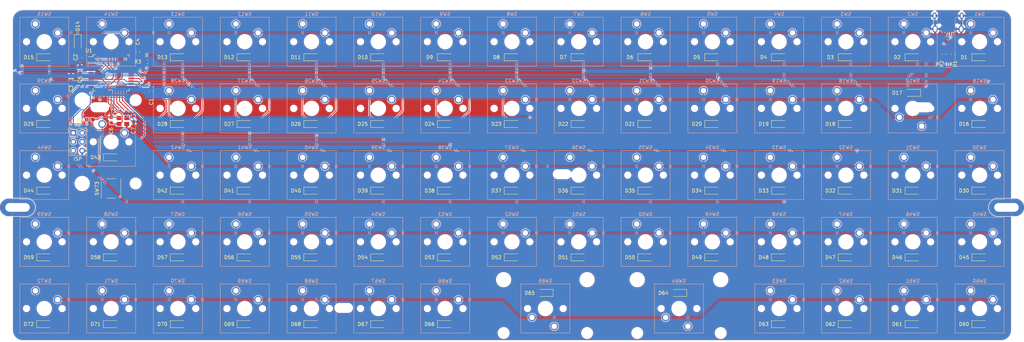
<source format=kicad_pcb>
(kicad_pcb (version 20171130) (host pcbnew 5.1.6)
  (title_block (title dwzg72) (date 2020-06-05) (rev a) (company "Dennis Witzig") (comment 1 "72 key ortholinear keyboard"))
  (layers (0 F.Cu signal) (31 B.Cu signal) (34 B.Paste user) (35 F.Paste user) (36 B.SilkS user) (37 F.SilkS user) (38 B.Mask user) (39 F.Mask user) (44 Edge.Cuts user))
  (net 0 "")
  (net 1 +5V)
  (net 2 GND)
  (net 3 "Net-(C5-Pad1)")
  (net 4 "Net-(D1-Pad2)")
  (net 5 "Net-(D1-Pad1)")
  (net 6 "Net-(D2-Pad1)")
  (net 7 "Net-(D3-Pad1)")
  (net 8 "Net-(D4-Pad1)")
  (net 9 "Net-(D20-Pad2)")
  (net 10 "Net-(D5-Pad1)")
  (net 11 "Net-(D21-Pad2)")
  (net 12 "Net-(D6-Pad1)")
  (net 13 "Net-(D7-Pad1)")
  (net 14 "Net-(D22-Pad2)")
  (net 15 "Net-(D8-Pad1)")
  (net 16 "Net-(D23-Pad2)")
  (net 17 "Net-(D24-Pad2)")
  (net 18 "Net-(D9-Pad1)")
  (net 19 "Net-(D10-Pad1)")
  (net 20 "Net-(D10-Pad2)")
  (net 21 "Net-(D11-Pad2)")
  (net 22 "Net-(D11-Pad1)")
  (net 23 "Net-(D12-Pad1)")
  (net 24 "Net-(D12-Pad2)")
  (net 25 "Net-(D13-Pad2)")
  (net 26 "Net-(D13-Pad1)")
  (net 27 "Net-(D14-Pad2)")
  (net 28 "Net-(D14-Pad1)")
  (net 29 "Net-(D15-Pad1)")
  (net 30 "Net-(D15-Pad2)")
  (net 31 "Net-(D16-Pad1)")
  (net 32 "Net-(D17-Pad1)")
  (net 33 "Net-(D18-Pad1)")
  (net 34 "Net-(D19-Pad1)")
  (net 35 "Net-(D20-Pad1)")
  (net 36 "Net-(D21-Pad1)")
  (net 37 "Net-(D22-Pad1)")
  (net 38 "Net-(D23-Pad1)")
  (net 39 "Net-(D24-Pad1)")
  (net 40 "Net-(D25-Pad1)")
  (net 41 "Net-(D26-Pad1)")
  (net 42 "Net-(D27-Pad1)")
  (net 43 "Net-(D28-Pad1)")
  (net 44 "Net-(D29-Pad1)")
  (net 45 "Net-(D30-Pad1)")
  (net 46 "Net-(D31-Pad1)")
  (net 47 "Net-(D32-Pad1)")
  (net 48 "Net-(D33-Pad1)")
  (net 49 "Net-(D34-Pad1)")
  (net 50 "Net-(D35-Pad1)")
  (net 51 "Net-(D36-Pad1)")
  (net 52 "Net-(D37-Pad1)")
  (net 53 "Net-(D38-Pad1)")
  (net 54 "Net-(D39-Pad1)")
  (net 55 "Net-(D40-Pad1)")
  (net 56 "Net-(D41-Pad1)")
  (net 57 "Net-(D42-Pad1)")
  (net 58 "Net-(D43-Pad1)")
  (net 59 "Net-(D44-Pad1)")
  (net 60 "Net-(D45-Pad1)")
  (net 61 "Net-(D46-Pad1)")
  (net 62 "Net-(D47-Pad1)")
  (net 63 "Net-(D48-Pad1)")
  (net 64 "Net-(D49-Pad1)")
  (net 65 "Net-(D50-Pad1)")
  (net 66 "Net-(D51-Pad1)")
  (net 67 "Net-(D52-Pad1)")
  (net 68 "Net-(D53-Pad1)")
  (net 69 "Net-(D54-Pad1)")
  (net 70 "Net-(D55-Pad1)")
  (net 71 "Net-(D56-Pad1)")
  (net 72 "Net-(D57-Pad1)")
  (net 73 "Net-(D58-Pad1)")
  (net 74 "Net-(D59-Pad1)")
  (net 75 "Net-(D60-Pad1)")
  (net 76 "Net-(D61-Pad1)")
  (net 77 "Net-(D62-Pad1)")
  (net 78 "Net-(D63-Pad1)")
  (net 79 "Net-(D64-Pad1)")
  (net 80 "Net-(D65-Pad1)")
  (net 81 "Net-(D66-Pad1)")
  (net 82 "Net-(D67-Pad1)")
  (net 83 "Net-(D68-Pad1)")
  (net 84 "Net-(D69-Pad1)")
  (net 85 "Net-(D70-Pad1)")
  (net 86 "Net-(D71-Pad1)")
  (net 87 "Net-(D72-Pad1)")
  (net 88 "Net-(SW1-Pad2)")
  (net 89 "Net-(SW16-Pad2)")
  (net 90 "Net-(SW30-Pad2)")
  (net 91 "Net-(SW45-Pad2)")
  (net 92 "Net-(SW60-Pad2)")
  (net 93 "Net-(U1-Pad1)")
  (net 94 "Net-(U1-Pad27)")
  (net 95 "Net-(U1-Pad31)")
  (net 96 "Net-(U1-Pad32)")
  (net 97 "Net-(U1-Pad36)")
  (net 98 "Net-(U1-Pad42)")
  (net 99 /D+)
  (net 100 /D-)
  (net 101 /DR+)
  (net 102 /DR-)
  (net 103 "Net-(J1-Pad4)")
  (net 104 SCK)
  (net 105 MOSI)
  (net 106 MISO)
  (net 107 RST)
  (net 108 "Net-(C6-Pad1)")
  (net 109 "Net-(C7-Pad1)")
  (net 110 "Net-(R3-Pad2)")
  (module Crystal:Crystal_SMD_3225-4Pin_3.2x2.5mm (layer F.Cu) (at 81.535 151.825 180)
    (fp_text reference Y1 (at 2.71 2.96) (layer F.SilkS))
    (fp_text value 16MHz)
    (pad 1 smd rect (at -1.1 0.85 180) (size 1.4 1.2) (layers F.Cu F.Paste F.Mask) (net 109 "Net-(C7-Pad1)"))
    (pad 2 smd rect (at 1.1 0.85 180) (size 1.4 1.2) (layers F.Cu F.Paste F.Mask) (net 2 GND))
    (pad 3 smd rect (at 1.1 -0.85 180) (size 1.4 1.2) (layers F.Cu F.Paste F.Mask) (net 108 "Net-(C6-Pad1)"))
    (pad 4 smd rect (at -1.1 -0.85 180) (size 1.4 1.2) (layers F.Cu F.Paste F.Mask) (net 2 GND))
  )
  (module dwzg_logo:dwzg_logo (layer F.Cu) (at 221.065 204.745)
    (fp_text reference G*** hide)
    (fp_text value LOGO hide)
  )
  (module Button_Switch_Keyboard:SW_Cherry_MX_1.00u_PCB (layer B.Cu) (at 94.7 143.15 180)
    (fp_text reference SW28 (at -2.54 2.794) (layer B.SilkS) (effects (justify mirror)))
    (fp_text value plus)
    (pad "" np_thru_hole circle (at 2.54 -5.08 180) (size 1.7 1.7) (drill 1.7) (layers *.Cu *.Mask))
    (pad "" np_thru_hole circle (at -7.62 -5.08 180) (size 1.7 1.7) (drill 1.7) (layers *.Cu *.Mask))
    (pad "" np_thru_hole circle (at -2.54 -5.08 180) (size 4 4) (drill 4) (layers *.Cu *.Mask))
    (pad 2 thru_hole circle (at -6.35 -2.54 180) (size 2.2 2.2) (drill 1.5) (layers *.Cu *.Mask) (net 89 "Net-(SW16-Pad2)"))
    (pad 1 thru_hole circle (at 0 0 180) (size 2.2 2.2) (drill 1.5) (layers *.Cu *.Mask) (net 43 "Net-(D28-Pad1)"))
  )
  (module Button_Switch_Keyboard:SW_Cherry_MX_2.00u_Vertical_PCB (layer B.Cu) (at 75.64 152.69 180)
    (fp_text reference SW43 (at -2.54 2.794) (layer B.SilkS) (effects (justify mirror)))
    (fp_text value enter)
    (pad 1 thru_hole circle (at 0 0 180) (size 2.2 2.2) (drill 1.5) (layers *.Cu *.Mask) (net 58 "Net-(D43-Pad1)"))
    (pad 2 thru_hole circle (at -6.35 -2.54 180) (size 2.2 2.2) (drill 1.5) (layers *.Cu *.Mask) (net 90 "Net-(SW30-Pad2)"))
    (pad "" np_thru_hole circle (at -2.54 -5.08 180) (size 4 4) (drill 4) (layers *.Cu *.Mask))
    (pad "" np_thru_hole circle (at -7.62 -5.08 180) (size 1.7 1.7) (drill 1.7) (layers *.Cu *.Mask))
    (pad "" np_thru_hole circle (at 2.54 -5.08 180) (size 1.7 1.7) (drill 1.7) (layers *.Cu *.Mask))
    (pad "" np_thru_hole circle (at 5.7 6.82 180) (size 4 4) (drill 4) (layers *.Cu *.Mask))
    (pad "" np_thru_hole circle (at 5.7 -16.98 180) (size 4 4) (drill 4) (layers *.Cu *.Mask))
    (pad "" np_thru_hole circle (at -9.54 -16.98 180) (size 3.05 3.05) (drill 3.05) (layers *.Cu *.Mask))
    (pad "" np_thru_hole circle (at -9.54 6.82 180) (size 3.05 3.05) (drill 3.05) (layers *.Cu *.Mask))
  )
  (module MountingHole:MountingHole_2.5mm (layer F.Cu) (at 74.95 147.9)
    (fp_text reference REF** hide)
    (fp_text value MountingHole_2.5mm hide)
    (pad "" np_thru_hole oval (at 0 0) (size 5 2.5) (drill oval 5 2.5) (layers *.Cu *.Mask))
  )
  (module Button_Switch_Keyboard:SW_Cherry_MX_1.00u_PCB (layer B.Cu) (at 304.25 181.25 180)
    (fp_text reference SW46 (at -2.54 2.794) (layer B.SilkS) (effects (justify mirror)))
    (fp_text value smaller)
    (pad "" np_thru_hole circle (at 2.54 -5.08 180) (size 1.7 1.7) (drill 1.7) (layers *.Cu *.Mask))
    (pad "" np_thru_hole circle (at -7.62 -5.08 180) (size 1.7 1.7) (drill 1.7) (layers *.Cu *.Mask))
    (pad "" np_thru_hole circle (at -2.54 -5.08 180) (size 4 4) (drill 4) (layers *.Cu *.Mask))
    (pad 2 thru_hole circle (at -6.35 -2.54 180) (size 2.2 2.2) (drill 1.5) (layers *.Cu *.Mask) (net 91 "Net-(SW45-Pad2)"))
    (pad 1 thru_hole circle (at 0 0 180) (size 2.2 2.2) (drill 1.5) (layers *.Cu *.Mask) (net 61 "Net-(D46-Pad1)"))
  )
  (module Button_Switch_Keyboard:SW_Cherry_MX_1.00u_PCB (layer B.Cu) (at 151.85 143.15 180)
    (fp_text reference SW25 (at -2.54 2.794) (layer B.SilkS) (effects (justify mirror)))
    (fp_text value o)
    (pad "" np_thru_hole circle (at 2.54 -5.08 180) (size 1.7 1.7) (drill 1.7) (layers *.Cu *.Mask))
    (pad "" np_thru_hole circle (at -7.62 -5.08 180) (size 1.7 1.7) (drill 1.7) (layers *.Cu *.Mask))
    (pad "" np_thru_hole circle (at -2.54 -5.08 180) (size 4 4) (drill 4) (layers *.Cu *.Mask))
    (pad 2 thru_hole circle (at -6.35 -2.54 180) (size 2.2 2.2) (drill 1.5) (layers *.Cu *.Mask) (net 89 "Net-(SW16-Pad2)"))
    (pad 1 thru_hole circle (at 0 0 180) (size 2.2 2.2) (drill 1.5) (layers *.Cu *.Mask) (net 40 "Net-(D25-Pad1)"))
  )
  (module Button_Switch_Keyboard:SW_Cherry_MX_1.00u_PCB (layer B.Cu) (at 94.7 200.3 180)
    (fp_text reference SW70 (at -2.54 2.794) (layer B.SilkS) (effects (justify mirror)))
    (fp_text value down)
    (pad "" np_thru_hole circle (at 2.54 -5.08 180) (size 1.7 1.7) (drill 1.7) (layers *.Cu *.Mask))
    (pad "" np_thru_hole circle (at -7.62 -5.08 180) (size 1.7 1.7) (drill 1.7) (layers *.Cu *.Mask))
    (pad "" np_thru_hole circle (at -2.54 -5.08 180) (size 4 4) (drill 4) (layers *.Cu *.Mask))
    (pad 2 thru_hole circle (at -6.35 -2.54 180) (size 2.2 2.2) (drill 1.5) (layers *.Cu *.Mask) (net 92 "Net-(SW60-Pad2)"))
    (pad 1 thru_hole circle (at 0 0 180) (size 2.2 2.2) (drill 1.5) (layers *.Cu *.Mask) (net 85 "Net-(D70-Pad1)"))
  )
  (module Button_Switch_Keyboard:SW_Cherry_MX_1.00u_PCB (layer B.Cu) (at 56.6 143.15 180)
    (fp_text reference SW29 (at -2.54 2.794) (layer B.SilkS) (effects (justify mirror)))
    (fp_text value end)
    (pad 1 thru_hole circle (at 0 0 180) (size 2.2 2.2) (drill 1.5) (layers *.Cu *.Mask) (net 44 "Net-(D29-Pad1)"))
    (pad 2 thru_hole circle (at -6.35 -2.54 180) (size 2.2 2.2) (drill 1.5) (layers *.Cu *.Mask) (net 89 "Net-(SW16-Pad2)"))
    (pad "" np_thru_hole circle (at -2.54 -5.08 180) (size 4 4) (drill 4) (layers *.Cu *.Mask))
    (pad "" np_thru_hole circle (at -7.62 -5.08 180) (size 1.7 1.7) (drill 1.7) (layers *.Cu *.Mask))
    (pad "" np_thru_hole circle (at 2.54 -5.08 180) (size 1.7 1.7) (drill 1.7) (layers *.Cu *.Mask))
  )
  (module Button_Switch_Keyboard:SW_Cherry_MX_1.00u_PCB (layer B.Cu) (at 56.6 124.1 180)
    (fp_text reference SW15 (at -2.54 2.794) (layer B.SilkS) (effects (justify mirror)))
    (fp_text value pos1)
    (pad 1 thru_hole circle (at 0 0 180) (size 2.2 2.2) (drill 1.5) (layers *.Cu *.Mask) (net 29 "Net-(D15-Pad1)"))
    (pad 2 thru_hole circle (at -6.35 -2.54 180) (size 2.2 2.2) (drill 1.5) (layers *.Cu *.Mask) (net 88 "Net-(SW1-Pad2)"))
    (pad "" np_thru_hole circle (at -2.54 -5.08 180) (size 4 4) (drill 4) (layers *.Cu *.Mask))
    (pad "" np_thru_hole circle (at -7.62 -5.08 180) (size 1.7 1.7) (drill 1.7) (layers *.Cu *.Mask))
    (pad "" np_thru_hole circle (at 2.54 -5.08 180) (size 1.7 1.7) (drill 1.7) (layers *.Cu *.Mask))
  )
  (module Button_Switch_Keyboard:SW_Cherry_MX_1.00u_PCB (layer B.Cu) (at 170.9 162.2 180)
    (fp_text reference SW38 (at -2.54 2.794) (layer B.SilkS) (effects (justify mirror)))
    (fp_text value k)
    (pad "" np_thru_hole circle (at 2.54 -5.08 180) (size 1.7 1.7) (drill 1.7) (layers *.Cu *.Mask))
    (pad "" np_thru_hole circle (at -7.62 -5.08 180) (size 1.7 1.7) (drill 1.7) (layers *.Cu *.Mask))
    (pad "" np_thru_hole circle (at -2.54 -5.08 180) (size 4 4) (drill 4) (layers *.Cu *.Mask))
    (pad 2 thru_hole circle (at -6.35 -2.54 180) (size 2.2 2.2) (drill 1.5) (layers *.Cu *.Mask) (net 90 "Net-(SW30-Pad2)"))
    (pad 1 thru_hole circle (at 0 0 180) (size 2.2 2.2) (drill 1.5) (layers *.Cu *.Mask) (net 53 "Net-(D38-Pad1)"))
  )
  (module Button_Switch_Keyboard:SW_Cherry_MX_1.00u_PCB (layer B.Cu) (at 170.9 143.15 180)
    (fp_text reference SW24 (at -2.54 2.794) (layer B.SilkS) (effects (justify mirror)))
    (fp_text value i)
    (pad 1 thru_hole circle (at 0 0 180) (size 2.2 2.2) (drill 1.5) (layers *.Cu *.Mask) (net 39 "Net-(D24-Pad1)"))
    (pad 2 thru_hole circle (at -6.35 -2.54 180) (size 2.2 2.2) (drill 1.5) (layers *.Cu *.Mask) (net 89 "Net-(SW16-Pad2)"))
    (pad "" np_thru_hole circle (at -2.54 -5.08 180) (size 4 4) (drill 4) (layers *.Cu *.Mask))
    (pad "" np_thru_hole circle (at -7.62 -5.08 180) (size 1.7 1.7) (drill 1.7) (layers *.Cu *.Mask))
    (pad "" np_thru_hole circle (at 2.54 -5.08 180) (size 1.7 1.7) (drill 1.7) (layers *.Cu *.Mask))
  )
  (module Button_Switch_Keyboard:SW_Cherry_MX_1.00u_PCB (layer B.Cu) (at 304.25 200.3 180)
    (fp_text reference SW61 (at -2.54 2.794) (layer B.SilkS) (effects (justify mirror)))
    (fp_text value super)
    (pad 1 thru_hole circle (at 0 0 180) (size 2.2 2.2) (drill 1.5) (layers *.Cu *.Mask) (net 76 "Net-(D61-Pad1)"))
    (pad 2 thru_hole circle (at -6.35 -2.54 180) (size 2.2 2.2) (drill 1.5) (layers *.Cu *.Mask) (net 92 "Net-(SW60-Pad2)"))
    (pad "" np_thru_hole circle (at -2.54 -5.08 180) (size 4 4) (drill 4) (layers *.Cu *.Mask))
    (pad "" np_thru_hole circle (at -7.62 -5.08 180) (size 1.7 1.7) (drill 1.7) (layers *.Cu *.Mask))
    (pad "" np_thru_hole circle (at 2.54 -5.08 180) (size 1.7 1.7) (drill 1.7) (layers *.Cu *.Mask))
  )
  (module Button_Switch_Keyboard:SW_Cherry_MX_1.00u_PCB (layer B.Cu) (at 304.25 162.2 180)
    (fp_text reference SW31 (at -2.54 2.794) (layer B.SilkS) (effects (justify mirror)))
    (fp_text value a)
    (pad 1 thru_hole circle (at 0 0 180) (size 2.2 2.2) (drill 1.5) (layers *.Cu *.Mask) (net 46 "Net-(D31-Pad1)"))
    (pad 2 thru_hole circle (at -6.35 -2.54 180) (size 2.2 2.2) (drill 1.5) (layers *.Cu *.Mask) (net 90 "Net-(SW30-Pad2)"))
    (pad "" np_thru_hole circle (at -2.54 -5.08 180) (size 4 4) (drill 4) (layers *.Cu *.Mask))
    (pad "" np_thru_hole circle (at -7.62 -5.08 180) (size 1.7 1.7) (drill 1.7) (layers *.Cu *.Mask))
    (pad "" np_thru_hole circle (at 2.54 -5.08 180) (size 1.7 1.7) (drill 1.7) (layers *.Cu *.Mask))
  )
  (module Button_Switch_Keyboard:SW_Cherry_MX_1.00u_PCB (layer B.Cu) (at 309.33 153.31)
    (fp_text reference SW17 (at -2.54 -12.975) (layer B.SilkS) (effects (justify mirror)))
    (fp_text value q)
    (pad 1 thru_hole circle (at 0 0) (size 2.2 2.2) (drill 1.5) (layers *.Cu *.Mask) (net 32 "Net-(D17-Pad1)"))
    (pad 2 thru_hole circle (at -6.35 -2.54) (size 2.2 2.2) (drill 1.5) (layers *.Cu *.Mask) (net 89 "Net-(SW16-Pad2)"))
    (pad "" np_thru_hole circle (at -2.54 -5.08) (size 4 4) (drill 4) (layers *.Cu *.Mask))
    (pad "" np_thru_hole circle (at -7.62 -5.08) (size 1.7 1.7) (drill 1.7) (layers *.Cu *.Mask))
    (pad "" np_thru_hole circle (at 2.54 -5.08) (size 1.7 1.7) (drill 1.7) (layers *.Cu *.Mask))
  )
  (module Button_Switch_Keyboard:SW_Cherry_MX_1.00u_PCB (layer B.Cu) (at 304.25 124.1 180)
    (fp_text reference SW2 (at -2.54 2.794) (layer B.SilkS) (effects (justify mirror)))
    (fp_text value one)
    (pad 1 thru_hole circle (at 0 0 180) (size 2.2 2.2) (drill 1.5) (layers *.Cu *.Mask) (net 6 "Net-(D2-Pad1)"))
    (pad 2 thru_hole circle (at -6.35 -2.54 180) (size 2.2 2.2) (drill 1.5) (layers *.Cu *.Mask) (net 88 "Net-(SW1-Pad2)"))
    (pad "" np_thru_hole circle (at -2.54 -5.08 180) (size 4 4) (drill 4) (layers *.Cu *.Mask))
    (pad "" np_thru_hole circle (at -7.62 -5.08 180) (size 1.7 1.7) (drill 1.7) (layers *.Cu *.Mask))
    (pad "" np_thru_hole circle (at 2.54 -5.08 180) (size 1.7 1.7) (drill 1.7) (layers *.Cu *.Mask))
  )
  (module Button_Switch_Keyboard:SW_Cherry_MX_1.00u_PCB (layer B.Cu) (at 266.15 124.1 180)
    (fp_text reference SW4 (at -2.54 2.794) (layer B.SilkS) (effects (justify mirror)))
    (fp_text value three)
    (pad "" np_thru_hole circle (at 2.54 -5.08 180) (size 1.7 1.7) (drill 1.7) (layers *.Cu *.Mask))
    (pad "" np_thru_hole circle (at -7.62 -5.08 180) (size 1.7 1.7) (drill 1.7) (layers *.Cu *.Mask))
    (pad "" np_thru_hole circle (at -2.54 -5.08 180) (size 4 4) (drill 4) (layers *.Cu *.Mask))
    (pad 2 thru_hole circle (at -6.35 -2.54 180) (size 2.2 2.2) (drill 1.5) (layers *.Cu *.Mask) (net 88 "Net-(SW1-Pad2)"))
    (pad 1 thru_hole circle (at 0 0 180) (size 2.2 2.2) (drill 1.5) (layers *.Cu *.Mask) (net 8 "Net-(D4-Pad1)"))
  )
  (module Button_Switch_Keyboard:SW_Cherry_MX_1.00u_PCB (layer B.Cu) (at 247.1 162.2 180)
    (fp_text reference SW34 (at -2.54 2.794) (layer B.SilkS) (effects (justify mirror)))
    (fp_text value f)
    (pad "" np_thru_hole circle (at 2.54 -5.08 180) (size 1.7 1.7) (drill 1.7) (layers *.Cu *.Mask))
    (pad "" np_thru_hole circle (at -7.62 -5.08 180) (size 1.7 1.7) (drill 1.7) (layers *.Cu *.Mask))
    (pad "" np_thru_hole circle (at -2.54 -5.08 180) (size 4 4) (drill 4) (layers *.Cu *.Mask))
    (pad 2 thru_hole circle (at -6.35 -2.54 180) (size 2.2 2.2) (drill 1.5) (layers *.Cu *.Mask) (net 90 "Net-(SW30-Pad2)"))
    (pad 1 thru_hole circle (at 0 0 180) (size 2.2 2.2) (drill 1.5) (layers *.Cu *.Mask) (net 49 "Net-(D34-Pad1)"))
  )
  (module Button_Switch_Keyboard:SW_Cherry_MX_1.00u_PCB (layer B.Cu) (at 247.1 124.1 180)
    (fp_text reference SW5 (at -2.54 2.794) (layer B.SilkS) (effects (justify mirror)))
    (fp_text value four)
    (pad "" np_thru_hole circle (at 2.54 -5.08 180) (size 1.7 1.7) (drill 1.7) (layers *.Cu *.Mask))
    (pad "" np_thru_hole circle (at -7.62 -5.08 180) (size 1.7 1.7) (drill 1.7) (layers *.Cu *.Mask))
    (pad "" np_thru_hole circle (at -2.54 -5.08 180) (size 4 4) (drill 4) (layers *.Cu *.Mask))
    (pad 2 thru_hole circle (at -6.35 -2.54 180) (size 2.2 2.2) (drill 1.5) (layers *.Cu *.Mask) (net 88 "Net-(SW1-Pad2)"))
    (pad 1 thru_hole circle (at 0 0 180) (size 2.2 2.2) (drill 1.5) (layers *.Cu *.Mask) (net 10 "Net-(D5-Pad1)"))
  )
  (module Button_Switch_Keyboard:SW_Cherry_MX_1.00u_PCB (layer B.Cu) (at 189.95 162.2 180)
    (fp_text reference SW37 (at -2.54 2.794) (layer B.SilkS) (effects (justify mirror)))
    (fp_text value j)
    (pad 1 thru_hole circle (at 0 0 180) (size 2.2 2.2) (drill 1.5) (layers *.Cu *.Mask) (net 52 "Net-(D37-Pad1)"))
    (pad 2 thru_hole circle (at -6.35 -2.54 180) (size 2.2 2.2) (drill 1.5) (layers *.Cu *.Mask) (net 90 "Net-(SW30-Pad2)"))
    (pad "" np_thru_hole circle (at -2.54 -5.08 180) (size 4 4) (drill 4) (layers *.Cu *.Mask))
    (pad "" np_thru_hole circle (at -7.62 -5.08 180) (size 1.7 1.7) (drill 1.7) (layers *.Cu *.Mask))
    (pad "" np_thru_hole circle (at 2.54 -5.08 180) (size 1.7 1.7) (drill 1.7) (layers *.Cu *.Mask))
  )
  (module Button_Switch_Keyboard:SW_Cherry_MX_1.00u_PCB (layer B.Cu) (at 170.9 200.3 180)
    (fp_text reference SW66 (at -2.54 2.794) (layer B.SilkS) (effects (justify mirror)))
    (fp_text value altgr)
    (pad "" np_thru_hole circle (at 2.54 -5.08 180) (size 1.7 1.7) (drill 1.7) (layers *.Cu *.Mask))
    (pad "" np_thru_hole circle (at -7.62 -5.08 180) (size 1.7 1.7) (drill 1.7) (layers *.Cu *.Mask))
    (pad "" np_thru_hole circle (at -2.54 -5.08 180) (size 4 4) (drill 4) (layers *.Cu *.Mask))
    (pad 2 thru_hole circle (at -6.35 -2.54 180) (size 2.2 2.2) (drill 1.5) (layers *.Cu *.Mask) (net 92 "Net-(SW60-Pad2)"))
    (pad 1 thru_hole circle (at 0 0 180) (size 2.2 2.2) (drill 1.5) (layers *.Cu *.Mask) (net 81 "Net-(D66-Pad1)"))
  )
  (module Button_Switch_Keyboard:SW_Cherry_MX_1.00u_PCB (layer B.Cu) (at 151.85 200.3 180)
    (fp_text reference SW67 (at -2.54 2.794) (layer B.SilkS) (effects (justify mirror)))
    (fp_text value super)
    (pad "" np_thru_hole circle (at 2.54 -5.08 180) (size 1.7 1.7) (drill 1.7) (layers *.Cu *.Mask))
    (pad "" np_thru_hole circle (at -7.62 -5.08 180) (size 1.7 1.7) (drill 1.7) (layers *.Cu *.Mask))
    (pad "" np_thru_hole circle (at -2.54 -5.08 180) (size 4 4) (drill 4) (layers *.Cu *.Mask))
    (pad 2 thru_hole circle (at -6.35 -2.54 180) (size 2.2 2.2) (drill 1.5) (layers *.Cu *.Mask) (net 92 "Net-(SW60-Pad2)"))
    (pad 1 thru_hole circle (at 0 0 180) (size 2.2 2.2) (drill 1.5) (layers *.Cu *.Mask) (net 82 "Net-(D67-Pad1)"))
  )
  (module Button_Switch_Keyboard:SW_Cherry_MX_1.00u_PCB (layer B.Cu) (at 94.7 162.2 180)
    (fp_text reference SW42 (at -2.54 2.794) (layer B.SilkS) (effects (justify mirror)))
    (fp_text value hash)
    (pad "" np_thru_hole circle (at 2.54 -5.08 180) (size 1.7 1.7) (drill 1.7) (layers *.Cu *.Mask))
    (pad "" np_thru_hole circle (at -7.62 -5.08 180) (size 1.7 1.7) (drill 1.7) (layers *.Cu *.Mask))
    (pad "" np_thru_hole circle (at -2.54 -5.08 180) (size 4 4) (drill 4) (layers *.Cu *.Mask))
    (pad 2 thru_hole circle (at -6.35 -2.54 180) (size 2.2 2.2) (drill 1.5) (layers *.Cu *.Mask) (net 90 "Net-(SW30-Pad2)"))
    (pad 1 thru_hole circle (at 0 0 180) (size 2.2 2.2) (drill 1.5) (layers *.Cu *.Mask) (net 57 "Net-(D42-Pad1)"))
  )
  (module Button_Switch_Keyboard:SW_Cherry_MX_1.00u_PCB (layer B.Cu) (at 113.75 124.1 180)
    (fp_text reference SW12 (at -2.54 2.794) (layer B.SilkS) (effects (justify mirror)))
    (fp_text value eszett)
    (pad 1 thru_hole circle (at 0 0 180) (size 2.2 2.2) (drill 1.5) (layers *.Cu *.Mask) (net 23 "Net-(D12-Pad1)"))
    (pad 2 thru_hole circle (at -6.35 -2.54 180) (size 2.2 2.2) (drill 1.5) (layers *.Cu *.Mask) (net 88 "Net-(SW1-Pad2)"))
    (pad "" np_thru_hole circle (at -2.54 -5.08 180) (size 4 4) (drill 4) (layers *.Cu *.Mask))
    (pad "" np_thru_hole circle (at -7.62 -5.08 180) (size 1.7 1.7) (drill 1.7) (layers *.Cu *.Mask))
    (pad "" np_thru_hole circle (at 2.54 -5.08 180) (size 1.7 1.7) (drill 1.7) (layers *.Cu *.Mask))
  )
  (module Button_Switch_Keyboard:SW_Cherry_MX_1.00u_PCB (layer B.Cu) (at 75.65 200.3 180)
    (fp_text reference SW71 (at -2.54 2.794) (layer B.SilkS) (effects (justify mirror)))
    (fp_text value right)
    (pad 1 thru_hole circle (at 0 0 180) (size 2.2 2.2) (drill 1.5) (layers *.Cu *.Mask) (net 86 "Net-(D71-Pad1)"))
    (pad 2 thru_hole circle (at -6.35 -2.54 180) (size 2.2 2.2) (drill 1.5) (layers *.Cu *.Mask) (net 92 "Net-(SW60-Pad2)"))
    (pad "" np_thru_hole circle (at -2.54 -5.08 180) (size 4 4) (drill 4) (layers *.Cu *.Mask))
    (pad "" np_thru_hole circle (at -7.62 -5.08 180) (size 1.7 1.7) (drill 1.7) (layers *.Cu *.Mask))
    (pad "" np_thru_hole circle (at 2.54 -5.08 180) (size 1.7 1.7) (drill 1.7) (layers *.Cu *.Mask))
  )
  (module Button_Switch_Keyboard:SW_Cherry_MX_1.00u_PCB (layer B.Cu) (at 56.6 200.3 180)
    (fp_text reference SW72 (at -2.54 2.794) (layer B.SilkS) (effects (justify mirror)))
    (fp_text value pagedown)
    (pad "" np_thru_hole circle (at 2.54 -5.08 180) (size 1.7 1.7) (drill 1.7) (layers *.Cu *.Mask))
    (pad "" np_thru_hole circle (at -7.62 -5.08 180) (size 1.7 1.7) (drill 1.7) (layers *.Cu *.Mask))
    (pad "" np_thru_hole circle (at -2.54 -5.08 180) (size 4 4) (drill 4) (layers *.Cu *.Mask))
    (pad 2 thru_hole circle (at -6.35 -2.54 180) (size 2.2 2.2) (drill 1.5) (layers *.Cu *.Mask) (net 92 "Net-(SW60-Pad2)"))
    (pad 1 thru_hole circle (at 0 0 180) (size 2.2 2.2) (drill 1.5) (layers *.Cu *.Mask) (net 87 "Net-(D72-Pad1)"))
  )
  (module Button_Switch_Keyboard:SW_Cherry_MX_1.00u_PCB (layer B.Cu) (at 56.6 181.25 180)
    (fp_text reference SW59 (at -2.54 2.794) (layer B.SilkS) (effects (justify mirror)))
    (fp_text value pageup)
    (pad 1 thru_hole circle (at 0 0 180) (size 2.2 2.2) (drill 1.5) (layers *.Cu *.Mask) (net 74 "Net-(D59-Pad1)"))
    (pad 2 thru_hole circle (at -6.35 -2.54 180) (size 2.2 2.2) (drill 1.5) (layers *.Cu *.Mask) (net 91 "Net-(SW45-Pad2)"))
    (pad "" np_thru_hole circle (at -2.54 -5.08 180) (size 4 4) (drill 4) (layers *.Cu *.Mask))
    (pad "" np_thru_hole circle (at -7.62 -5.08 180) (size 1.7 1.7) (drill 1.7) (layers *.Cu *.Mask))
    (pad "" np_thru_hole circle (at 2.54 -5.08 180) (size 1.7 1.7) (drill 1.7) (layers *.Cu *.Mask))
  )
  (module MountingHole:MountingHole_2.5mm (layer F.Cu) (at 333.5 176.5)
    (fp_text reference REF** hide)
    (fp_text value MountingHole_2.5mm hide)
    (pad 1 thru_hole oval (at 0 0) (size 10 5) (drill oval 7 2.5) (layers *.Cu *.Mask))
  )
  (module MountingHole:MountingHole_2.5mm (layer F.Cu) (at 51.5 176.5)
    (fp_text reference REF** hide)
    (fp_text value MountingHole_2.5mm hide)
    (pad "" thru_hole oval (at 0 0) (size 10 5) (drill oval 7 2.5) (layers *.Cu *.Mask))
  )
  (module MountingHole:MountingHole_2.5mm (layer F.Cu) (at 309.8 147.9)
    (fp_text reference REF** hide)
    (fp_text value MountingHole_2.5mm hide)
    (pad "" np_thru_hole oval (at 0 0) (size 5 2.5) (drill oval 5 2.5) (layers *.Cu *.Mask))
  )
  (module MountingHole:MountingHole_2.5mm (layer F.Cu) (at 206.8 167)
    (fp_text reference REF** hide)
    (fp_text value MountingHole_2.5mm hide)
    (pad "" np_thru_hole oval (at 0 0) (size 5 2.5) (drill oval 5 2.5) (layers *.Cu *.Mask))
  )
  (module MountingHole:MountingHole_2.5mm (layer F.Cu) (at 144.5 205.2)
    (fp_text reference REF** hide)
    (fp_text value MountingHole_2.5mm hide)
    (pad "" np_thru_hole oval (at 0 0) (size 5 2.5) (drill oval 5 2.5) (layers *.Cu *.Mask))
  )
  (module Package_QFP:TQFP-44_10x10mm_P0.8mm (layer F.Cu) (at 78.19 138.07)
    (fp_text reference U1 (at -6.35 -6.35) (layer F.SilkS))
    (fp_text value ATmega32U4-AU)
    (pad 1 smd rect (at -5.7 -4) (size 1.5 0.55) (layers F.Cu F.Paste F.Mask) (net 93 "Net-(U1-Pad1)"))
    (pad 2 smd rect (at -5.7 -3.2) (size 1.5 0.55) (layers F.Cu F.Paste F.Mask) (net 1 +5V))
    (pad 3 smd rect (at -5.7 -2.4) (size 1.5 0.55) (layers F.Cu F.Paste F.Mask) (net 102 /DR-))
    (pad 4 smd rect (at -5.7 -1.6) (size 1.5 0.55) (layers F.Cu F.Paste F.Mask) (net 101 /DR+))
    (pad 5 smd rect (at -5.7 -0.8) (size 1.5 0.55) (layers F.Cu F.Paste F.Mask) (net 2 GND))
    (pad 6 smd rect (at -5.7 0) (size 1.5 0.55) (layers F.Cu F.Paste F.Mask) (net 3 "Net-(C5-Pad1)"))
    (pad 7 smd rect (at -5.7 0.8) (size 1.5 0.55) (layers F.Cu F.Paste F.Mask) (net 1 +5V))
    (pad 8 smd rect (at -5.7 1.6) (size 1.5 0.55) (layers F.Cu F.Paste F.Mask) (net 4 "Net-(D1-Pad2)"))
    (pad 9 smd rect (at -5.7 2.4) (size 1.5 0.55) (layers F.Cu F.Paste F.Mask) (net 104 SCK))
    (pad 10 smd rect (at -5.7 3.2) (size 1.5 0.55) (layers F.Cu F.Paste F.Mask) (net 105 MOSI))
    (pad 11 smd rect (at -5.7 4) (size 1.5 0.55) (layers F.Cu F.Paste F.Mask) (net 106 MISO))
    (pad 12 smd rect (at -4 5.7 90) (size 1.5 0.55) (layers F.Cu F.Paste F.Mask) (net 16 "Net-(D23-Pad2)"))
    (pad 13 smd rect (at -3.2 5.7 90) (size 1.5 0.55) (layers F.Cu F.Paste F.Mask) (net 107 RST))
    (pad 14 smd rect (at -2.4 5.7 90) (size 1.5 0.55) (layers F.Cu F.Paste F.Mask) (net 1 +5V))
    (pad 15 smd rect (at -1.6 5.7 90) (size 1.5 0.55) (layers F.Cu F.Paste F.Mask) (net 2 GND))
    (pad 16 smd rect (at -0.8 5.7 90) (size 1.5 0.55) (layers F.Cu F.Paste F.Mask) (net 108 "Net-(C6-Pad1)"))
    (pad 17 smd rect (at 0 5.7 90) (size 1.5 0.55) (layers F.Cu F.Paste F.Mask) (net 109 "Net-(C7-Pad1)"))
    (pad 18 smd rect (at 0.8 5.7 90) (size 1.5 0.55) (layers F.Cu F.Paste F.Mask) (net 17 "Net-(D24-Pad2)"))
    (pad 19 smd rect (at 1.6 5.7 90) (size 1.5 0.55) (layers F.Cu F.Paste F.Mask) (net 20 "Net-(D10-Pad2)"))
    (pad 20 smd rect (at 2.4 5.7 90) (size 1.5 0.55) (layers F.Cu F.Paste F.Mask) (net 21 "Net-(D11-Pad2)"))
    (pad 21 smd rect (at 3.2 5.7 90) (size 1.5 0.55) (layers F.Cu F.Paste F.Mask) (net 24 "Net-(D12-Pad2)"))
    (pad 22 smd rect (at 4 5.7 90) (size 1.5 0.55) (layers F.Cu F.Paste F.Mask) (net 27 "Net-(D14-Pad2)"))
    (pad 23 smd rect (at 5.7 4) (size 1.5 0.55) (layers F.Cu F.Paste F.Mask) (net 2 GND))
    (pad 24 smd rect (at 5.7 3.2) (size 1.5 0.55) (layers F.Cu F.Paste F.Mask) (net 1 +5V))
    (pad 25 smd rect (at 5.7 2.4) (size 1.5 0.55) (layers F.Cu F.Paste F.Mask) (net 25 "Net-(D13-Pad2)"))
    (pad 26 smd rect (at 5.7 1.6) (size 1.5 0.55) (layers F.Cu F.Paste F.Mask) (net 30 "Net-(D15-Pad2)"))
    (pad 27 smd rect (at 5.7 0.8) (size 1.5 0.55) (layers F.Cu F.Paste F.Mask) (net 94 "Net-(U1-Pad27)"))
    (pad 28 smd rect (at 5.7 0) (size 1.5 0.55) (layers F.Cu F.Paste F.Mask) (net 9 "Net-(D20-Pad2)"))
    (pad 29 smd rect (at 5.7 -0.8) (size 1.5 0.55) (layers F.Cu F.Paste F.Mask) (net 11 "Net-(D21-Pad2)"))
    (pad 30 smd rect (at 5.7 -1.6) (size 1.5 0.55) (layers F.Cu F.Paste F.Mask) (net 14 "Net-(D22-Pad2)"))
    (pad 31 smd rect (at 5.7 -2.4) (size 1.5 0.55) (layers F.Cu F.Paste F.Mask) (net 95 "Net-(U1-Pad31)"))
    (pad 32 smd rect (at 5.7 -3.2) (size 1.5 0.55) (layers F.Cu F.Paste F.Mask) (net 96 "Net-(U1-Pad32)"))
    (pad 33 smd rect (at 5.7 -4) (size 1.5 0.55) (layers F.Cu F.Paste F.Mask) (net 110 "Net-(R3-Pad2)"))
    (pad 34 smd rect (at 4 -5.7 90) (size 1.5 0.55) (layers F.Cu F.Paste F.Mask) (net 1 +5V))
    (pad 35 smd rect (at 3.2 -5.7 90) (size 1.5 0.55) (layers F.Cu F.Paste F.Mask) (net 2 GND))
    (pad 36 smd rect (at 2.4 -5.7 90) (size 1.5 0.55) (layers F.Cu F.Paste F.Mask) (net 97 "Net-(U1-Pad36)"))
    (pad 37 smd rect (at 1.6 -5.7 90) (size 1.5 0.55) (layers F.Cu F.Paste F.Mask) (net 92 "Net-(SW60-Pad2)"))
    (pad 38 smd rect (at 0.8 -5.7 90) (size 1.5 0.55) (layers F.Cu F.Paste F.Mask) (net 91 "Net-(SW45-Pad2)"))
    (pad 39 smd rect (at 0 -5.7 90) (size 1.5 0.55) (layers F.Cu F.Paste F.Mask) (net 90 "Net-(SW30-Pad2)"))
    (pad 40 smd rect (at -0.8 -5.7 90) (size 1.5 0.55) (layers F.Cu F.Paste F.Mask) (net 89 "Net-(SW16-Pad2)"))
    (pad 41 smd rect (at -1.6 -5.7 90) (size 1.5 0.55) (layers F.Cu F.Paste F.Mask) (net 88 "Net-(SW1-Pad2)"))
    (pad 42 smd rect (at -2.4 -5.7 90) (size 1.5 0.55) (layers F.Cu F.Paste F.Mask) (net 98 "Net-(U1-Pad42)"))
    (pad 43 smd rect (at -3.2 -5.7 90) (size 1.5 0.55) (layers F.Cu F.Paste F.Mask) (net 2 GND))
    (pad 44 smd rect (at -4 -5.7 90) (size 1.5 0.55) (layers F.Cu F.Paste F.Mask) (net 1 +5V))
  )
  (module Button_Switch_Keyboard:SW_Cherry_MX_1.00u_PCB (layer B.Cu) (at 209 162.2 180)
    (fp_text reference SW36 (at -2.54 2.794) (layer B.SilkS) (effects (justify mirror)))
    (fp_text value h)
    (pad "" np_thru_hole circle (at 2.54 -5.08 180) (size 1.7 1.7) (drill 1.7) (layers *.Cu *.Mask))
    (pad "" np_thru_hole circle (at -7.62 -5.08 180) (size 1.7 1.7) (drill 1.7) (layers *.Cu *.Mask))
    (pad "" np_thru_hole circle (at -2.54 -5.08 180) (size 4 4) (drill 4) (layers *.Cu *.Mask))
    (pad 2 thru_hole circle (at -6.35 -2.54 180) (size 2.2 2.2) (drill 1.5) (layers *.Cu *.Mask) (net 90 "Net-(SW30-Pad2)"))
    (pad 1 thru_hole circle (at 0 0 180) (size 2.2 2.2) (drill 1.5) (layers *.Cu *.Mask) (net 51 "Net-(D36-Pad1)"))
  )
  (module Button_Switch_Keyboard:SW_Cherry_MX_2.00u_PCB (layer B.Cu) (at 204.555 210.46)
    (fp_text reference SW65 (at -2.54 -12.954) (layer B.SilkS) (effects (justify mirror)))
    (fp_text value rspace)
    (pad "" np_thru_hole circle (at 9.36 1.92) (size 3.05 3.05) (drill 3.05) (layers *.Cu *.Mask))
    (pad "" np_thru_hole circle (at -14.44 1.92) (size 3.05 3.05) (drill 3.05) (layers *.Cu *.Mask))
    (pad "" np_thru_hole circle (at -14.44 -13.32) (size 4 4) (drill 4) (layers *.Cu *.Mask))
    (pad "" np_thru_hole circle (at 9.36 -13.32) (size 4 4) (drill 4) (layers *.Cu *.Mask))
    (pad "" np_thru_hole circle (at 2.54 -5.08) (size 1.7 1.7) (drill 1.7) (layers *.Cu *.Mask))
    (pad "" np_thru_hole circle (at -7.62 -5.08) (size 1.7 1.7) (drill 1.7) (layers *.Cu *.Mask))
    (pad "" np_thru_hole circle (at -2.54 -5.08) (size 4 4) (drill 4) (layers *.Cu *.Mask))
    (pad 2 thru_hole circle (at -6.35 -2.54) (size 2.2 2.2) (drill 1.5) (layers *.Cu *.Mask) (net 92 "Net-(SW60-Pad2)"))
    (pad 1 thru_hole circle (at 0 0) (size 2.2 2.2) (drill 1.5) (layers *.Cu *.Mask) (net 80 "Net-(D65-Pad1)"))
  )
  (module Button_Switch_Keyboard:SW_Cherry_MX_2.00u_PCB (layer B.Cu) (at 242.655 210.46)
    (fp_text reference SW64 (at -2.54 -12.954) (layer B.SilkS) (effects (justify mirror)))
    (fp_text value lspace)
    (pad "" np_thru_hole circle (at 9.36 1.92) (size 3.05 3.05) (drill 3.05) (layers *.Cu *.Mask))
    (pad "" np_thru_hole circle (at -14.44 1.92) (size 3.05 3.05) (drill 3.05) (layers *.Cu *.Mask))
    (pad "" np_thru_hole circle (at -14.44 -13.32) (size 4 4) (drill 4) (layers *.Cu *.Mask))
    (pad "" np_thru_hole circle (at 9.36 -13.32) (size 4 4) (drill 4) (layers *.Cu *.Mask))
    (pad "" np_thru_hole circle (at 2.54 -5.08) (size 1.7 1.7) (drill 1.7) (layers *.Cu *.Mask))
    (pad "" np_thru_hole circle (at -7.62 -5.08) (size 1.7 1.7) (drill 1.7) (layers *.Cu *.Mask))
    (pad "" np_thru_hole circle (at -2.54 -5.08) (size 4 4) (drill 4) (layers *.Cu *.Mask))
    (pad 2 thru_hole circle (at -6.35 -2.54) (size 2.2 2.2) (drill 1.5) (layers *.Cu *.Mask) (net 92 "Net-(SW60-Pad2)"))
    (pad 1 thru_hole circle (at 0 0) (size 2.2 2.2) (drill 1.5) (layers *.Cu *.Mask) (net 79 "Net-(D64-Pad1)"))
  )
  (module Button_Switch_Keyboard:SW_Cherry_MX_1.00u_PCB (layer B.Cu) (at 323.3 124.1 180)
    (fp_text reference SW1 (at -2.54 2.794) (layer B.SilkS) (effects (justify mirror)))
    (fp_text value circumflex)
    (pad "" np_thru_hole circle (at 2.54 -5.08 180) (size 1.7 1.7) (drill 1.7) (layers *.Cu *.Mask))
    (pad "" np_thru_hole circle (at -7.62 -5.08 180) (size 1.7 1.7) (drill 1.7) (layers *.Cu *.Mask))
    (pad "" np_thru_hole circle (at -2.54 -5.08 180) (size 4 4) (drill 4) (layers *.Cu *.Mask))
    (pad 2 thru_hole circle (at -6.35 -2.54 180) (size 2.2 2.2) (drill 1.5) (layers *.Cu *.Mask) (net 88 "Net-(SW1-Pad2)"))
    (pad 1 thru_hole circle (at 0 0 180) (size 2.2 2.2) (drill 1.5) (layers *.Cu *.Mask) (net 5 "Net-(D1-Pad1)"))
  )
  (module Button_Switch_Keyboard:SW_Cherry_MX_1.00u_PCB (layer B.Cu) (at 75.65 124.1 180)
    (fp_text reference SW14 (at -2.54 2.794) (layer B.SilkS) (effects (justify mirror)))
    (fp_text value backspace)
    (pad 1 thru_hole circle (at 0 0 180) (size 2.2 2.2) (drill 1.5) (layers *.Cu *.Mask) (net 28 "Net-(D14-Pad1)"))
    (pad 2 thru_hole circle (at -6.35 -2.54 180) (size 2.2 2.2) (drill 1.5) (layers *.Cu *.Mask) (net 88 "Net-(SW1-Pad2)"))
    (pad "" np_thru_hole circle (at -2.54 -5.08 180) (size 4 4) (drill 4) (layers *.Cu *.Mask))
    (pad "" np_thru_hole circle (at -7.62 -5.08 180) (size 1.7 1.7) (drill 1.7) (layers *.Cu *.Mask))
    (pad "" np_thru_hole circle (at 2.54 -5.08 180) (size 1.7 1.7) (drill 1.7) (layers *.Cu *.Mask))
  )
  (module Button_Switch_Keyboard:SW_Cherry_MX_1.00u_PCB (layer B.Cu) (at 323.3 200.3 180)
    (fp_text reference SW60 (at -2.54 2.794) (layer B.SilkS) (effects (justify mirror)))
    (fp_text value control)
    (pad "" np_thru_hole circle (at 2.54 -5.08 180) (size 1.7 1.7) (drill 1.7) (layers *.Cu *.Mask))
    (pad "" np_thru_hole circle (at -7.62 -5.08 180) (size 1.7 1.7) (drill 1.7) (layers *.Cu *.Mask))
    (pad "" np_thru_hole circle (at -2.54 -5.08 180) (size 4 4) (drill 4) (layers *.Cu *.Mask))
    (pad 2 thru_hole circle (at -6.35 -2.54 180) (size 2.2 2.2) (drill 1.5) (layers *.Cu *.Mask) (net 92 "Net-(SW60-Pad2)"))
    (pad 1 thru_hole circle (at 0 0 180) (size 2.2 2.2) (drill 1.5) (layers *.Cu *.Mask) (net 75 "Net-(D60-Pad1)"))
  )
  (module Resistor_SMD:R_0603_1608Metric_Pad1.05x0.95mm_HandSolder (layer F.Cu) (at 318.22 132.75 270)
    (fp_text reference R1 (at 2.78 -0.635 90) (layer F.SilkS))
    (fp_text value 22)
    (pad 1 smd roundrect (at -0.875 0 270) (size 1.05 0.95) (layers F.Cu F.Paste F.Mask) (net 99 /D+))
    (pad 2 smd roundrect (at 0.875 0 270) (size 1.05 0.95) (layers F.Cu F.Paste F.Mask) (net 101 /DR+))
  )
  (module Resistor_SMD:R_0603_1608Metric_Pad1.05x0.95mm_HandSolder (layer F.Cu) (at 315.68 132.75 270)
    (fp_text reference R2 (at 2.78 0.635 90) (layer F.SilkS))
    (fp_text value 22)
    (pad 2 smd roundrect (at 0.875 0 270) (size 1.05 0.95) (layers F.Cu F.Paste F.Mask) (net 102 /DR-))
    (pad 1 smd roundrect (at -0.875 0 270) (size 1.05 0.95) (layers F.Cu F.Paste F.Mask) (net 100 /D-))
  )
  (module Resistor_SMD:R_0603_1608Metric_Pad1.05x0.95mm_HandSolder (layer F.Cu) (at 72.08 151.405)
    (fp_text reference R4 (at -2.78 0) (layer F.SilkS))
    (fp_text value 10k)
    (pad 1 smd roundrect (at -0.875 0) (size 1.05 0.95) (layers F.Cu F.Paste F.Mask) (net 1 +5V))
    (pad 2 smd roundrect (at 0.875 0) (size 1.05 0.95) (layers F.Cu F.Paste F.Mask) (net 107 RST))
  )
  (module Button_Switch_Keyboard:SW_Cherry_MX_1.00u_PCB (layer B.Cu) (at 285.2 124.1 180)
    (fp_text reference SW3 (at -2.54 2.794) (layer B.SilkS) (effects (justify mirror)))
    (fp_text value two)
    (pad "" np_thru_hole circle (at 2.54 -5.08 180) (size 1.7 1.7) (drill 1.7) (layers *.Cu *.Mask))
    (pad "" np_thru_hole circle (at -7.62 -5.08 180) (size 1.7 1.7) (drill 1.7) (layers *.Cu *.Mask))
    (pad "" np_thru_hole circle (at -2.54 -5.08 180) (size 4 4) (drill 4) (layers *.Cu *.Mask))
    (pad 2 thru_hole circle (at -6.35 -2.54 180) (size 2.2 2.2) (drill 1.5) (layers *.Cu *.Mask) (net 88 "Net-(SW1-Pad2)"))
    (pad 1 thru_hole circle (at 0 0 180) (size 2.2 2.2) (drill 1.5) (layers *.Cu *.Mask) (net 7 "Net-(D3-Pad1)"))
  )
  (module Button_Switch_Keyboard:SW_Cherry_MX_1.00u_PCB (layer B.Cu) (at 228.05 124.1 180)
    (fp_text reference SW6 (at -2.54 2.794) (layer B.SilkS) (effects (justify mirror)))
    (fp_text value five)
    (pad "" np_thru_hole circle (at 2.54 -5.08 180) (size 1.7 1.7) (drill 1.7) (layers *.Cu *.Mask))
    (pad "" np_thru_hole circle (at -7.62 -5.08 180) (size 1.7 1.7) (drill 1.7) (layers *.Cu *.Mask))
    (pad "" np_thru_hole circle (at -2.54 -5.08 180) (size 4 4) (drill 4) (layers *.Cu *.Mask))
    (pad 2 thru_hole circle (at -6.35 -2.54 180) (size 2.2 2.2) (drill 1.5) (layers *.Cu *.Mask) (net 88 "Net-(SW1-Pad2)"))
    (pad 1 thru_hole circle (at 0 0 180) (size 2.2 2.2) (drill 1.5) (layers *.Cu *.Mask) (net 12 "Net-(D6-Pad1)"))
  )
  (module Button_Switch_Keyboard:SW_Cherry_MX_1.00u_PCB (layer B.Cu) (at 209 124.1 180)
    (fp_text reference SW7 (at -2.54 2.794) (layer B.SilkS) (effects (justify mirror)))
    (fp_text value six)
    (pad "" np_thru_hole circle (at 2.54 -5.08 180) (size 1.7 1.7) (drill 1.7) (layers *.Cu *.Mask))
    (pad "" np_thru_hole circle (at -7.62 -5.08 180) (size 1.7 1.7) (drill 1.7) (layers *.Cu *.Mask))
    (pad "" np_thru_hole circle (at -2.54 -5.08 180) (size 4 4) (drill 4) (layers *.Cu *.Mask))
    (pad 2 thru_hole circle (at -6.35 -2.54 180) (size 2.2 2.2) (drill 1.5) (layers *.Cu *.Mask) (net 88 "Net-(SW1-Pad2)"))
    (pad 1 thru_hole circle (at 0 0 180) (size 2.2 2.2) (drill 1.5) (layers *.Cu *.Mask) (net 13 "Net-(D7-Pad1)"))
  )
  (module Button_Switch_Keyboard:SW_Cherry_MX_1.00u_PCB (layer B.Cu) (at 189.95 124.1 180)
    (fp_text reference SW8 (at -2.54 2.794) (layer B.SilkS) (effects (justify mirror)))
    (fp_text value seven)
    (pad 1 thru_hole circle (at 0 0 180) (size 2.2 2.2) (drill 1.5) (layers *.Cu *.Mask) (net 15 "Net-(D8-Pad1)"))
    (pad 2 thru_hole circle (at -6.35 -2.54 180) (size 2.2 2.2) (drill 1.5) (layers *.Cu *.Mask) (net 88 "Net-(SW1-Pad2)"))
    (pad "" np_thru_hole circle (at -2.54 -5.08 180) (size 4 4) (drill 4) (layers *.Cu *.Mask))
    (pad "" np_thru_hole circle (at -7.62 -5.08 180) (size 1.7 1.7) (drill 1.7) (layers *.Cu *.Mask))
    (pad "" np_thru_hole circle (at 2.54 -5.08 180) (size 1.7 1.7) (drill 1.7) (layers *.Cu *.Mask))
  )
  (module Button_Switch_Keyboard:SW_Cherry_MX_1.00u_PCB (layer B.Cu) (at 170.9 124.1 180)
    (fp_text reference SW9 (at -2.54 2.794) (layer B.SilkS) (effects (justify mirror)))
    (fp_text value eight)
    (pad "" np_thru_hole circle (at 2.54 -5.08 180) (size 1.7 1.7) (drill 1.7) (layers *.Cu *.Mask))
    (pad "" np_thru_hole circle (at -7.62 -5.08 180) (size 1.7 1.7) (drill 1.7) (layers *.Cu *.Mask))
    (pad "" np_thru_hole circle (at -2.54 -5.08 180) (size 4 4) (drill 4) (layers *.Cu *.Mask))
    (pad 2 thru_hole circle (at -6.35 -2.54 180) (size 2.2 2.2) (drill 1.5) (layers *.Cu *.Mask) (net 88 "Net-(SW1-Pad2)"))
    (pad 1 thru_hole circle (at 0 0 180) (size 2.2 2.2) (drill 1.5) (layers *.Cu *.Mask) (net 18 "Net-(D9-Pad1)"))
  )
  (module Button_Switch_Keyboard:SW_Cherry_MX_1.00u_PCB (layer B.Cu) (at 151.85 124.1 180)
    (fp_text reference SW10 (at -2.54 2.794) (layer B.SilkS) (effects (justify mirror)))
    (fp_text value nine)
    (pad 1 thru_hole circle (at 0 0 180) (size 2.2 2.2) (drill 1.5) (layers *.Cu *.Mask) (net 19 "Net-(D10-Pad1)"))
    (pad 2 thru_hole circle (at -6.35 -2.54 180) (size 2.2 2.2) (drill 1.5) (layers *.Cu *.Mask) (net 88 "Net-(SW1-Pad2)"))
    (pad "" np_thru_hole circle (at -2.54 -5.08 180) (size 4 4) (drill 4) (layers *.Cu *.Mask))
    (pad "" np_thru_hole circle (at -7.62 -5.08 180) (size 1.7 1.7) (drill 1.7) (layers *.Cu *.Mask))
    (pad "" np_thru_hole circle (at 2.54 -5.08 180) (size 1.7 1.7) (drill 1.7) (layers *.Cu *.Mask))
  )
  (module Button_Switch_Keyboard:SW_Cherry_MX_1.00u_PCB (layer B.Cu) (at 132.8 124.1 180)
    (fp_text reference SW11 (at -2.54 2.794) (layer B.SilkS) (effects (justify mirror)))
    (fp_text value zero)
    (pad 1 thru_hole circle (at 0 0 180) (size 2.2 2.2) (drill 1.5) (layers *.Cu *.Mask) (net 22 "Net-(D11-Pad1)"))
    (pad 2 thru_hole circle (at -6.35 -2.54 180) (size 2.2 2.2) (drill 1.5) (layers *.Cu *.Mask) (net 88 "Net-(SW1-Pad2)"))
    (pad "" np_thru_hole circle (at -2.54 -5.08 180) (size 4 4) (drill 4) (layers *.Cu *.Mask))
    (pad "" np_thru_hole circle (at -7.62 -5.08 180) (size 1.7 1.7) (drill 1.7) (layers *.Cu *.Mask))
    (pad "" np_thru_hole circle (at 2.54 -5.08 180) (size 1.7 1.7) (drill 1.7) (layers *.Cu *.Mask))
  )
  (module Button_Switch_Keyboard:SW_Cherry_MX_1.00u_PCB (layer B.Cu) (at 94.7 124.1 180)
    (fp_text reference SW13 (at -2.54 2.794) (layer B.SilkS) (effects (justify mirror)))
    (fp_text value accent)
    (pad "" np_thru_hole circle (at 2.54 -5.08 180) (size 1.7 1.7) (drill 1.7) (layers *.Cu *.Mask))
    (pad "" np_thru_hole circle (at -7.62 -5.08 180) (size 1.7 1.7) (drill 1.7) (layers *.Cu *.Mask))
    (pad "" np_thru_hole circle (at -2.54 -5.08 180) (size 4 4) (drill 4) (layers *.Cu *.Mask))
    (pad 2 thru_hole circle (at -6.35 -2.54 180) (size 2.2 2.2) (drill 1.5) (layers *.Cu *.Mask) (net 88 "Net-(SW1-Pad2)"))
    (pad 1 thru_hole circle (at 0 0 180) (size 2.2 2.2) (drill 1.5) (layers *.Cu *.Mask) (net 26 "Net-(D13-Pad1)"))
  )
  (module Button_Switch_Keyboard:SW_Cherry_MX_1.00u_PCB (layer B.Cu) (at 323.3 143.15 180)
    (fp_text reference SW16 (at -2.54 2.794) (layer B.SilkS) (effects (justify mirror)))
    (fp_text value tab)
    (pad 1 thru_hole circle (at 0 0 180) (size 2.2 2.2) (drill 1.5) (layers *.Cu *.Mask) (net 31 "Net-(D16-Pad1)"))
    (pad 2 thru_hole circle (at -6.35 -2.54 180) (size 2.2 2.2) (drill 1.5) (layers *.Cu *.Mask) (net 89 "Net-(SW16-Pad2)"))
    (pad "" np_thru_hole circle (at -2.54 -5.08 180) (size 4 4) (drill 4) (layers *.Cu *.Mask))
    (pad "" np_thru_hole circle (at -7.62 -5.08 180) (size 1.7 1.7) (drill 1.7) (layers *.Cu *.Mask))
    (pad "" np_thru_hole circle (at 2.54 -5.08 180) (size 1.7 1.7) (drill 1.7) (layers *.Cu *.Mask))
  )
  (module Button_Switch_Keyboard:SW_Cherry_MX_1.00u_PCB (layer B.Cu) (at 285.2 143.15 180)
    (fp_text reference SW18 (at -2.54 2.794) (layer B.SilkS) (effects (justify mirror)))
    (fp_text value w)
    (pad 1 thru_hole circle (at 0 0 180) (size 2.2 2.2) (drill 1.5) (layers *.Cu *.Mask) (net 33 "Net-(D18-Pad1)"))
    (pad 2 thru_hole circle (at -6.35 -2.54 180) (size 2.2 2.2) (drill 1.5) (layers *.Cu *.Mask) (net 89 "Net-(SW16-Pad2)"))
    (pad "" np_thru_hole circle (at -2.54 -5.08 180) (size 4 4) (drill 4) (layers *.Cu *.Mask))
    (pad "" np_thru_hole circle (at -7.62 -5.08 180) (size 1.7 1.7) (drill 1.7) (layers *.Cu *.Mask))
    (pad "" np_thru_hole circle (at 2.54 -5.08 180) (size 1.7 1.7) (drill 1.7) (layers *.Cu *.Mask))
  )
  (module Button_Switch_Keyboard:SW_Cherry_MX_1.00u_PCB (layer B.Cu) (at 266.15 143.15 180)
    (fp_text reference SW19 (at -2.54 2.794) (layer B.SilkS) (effects (justify mirror)))
    (fp_text value e)
    (pad 1 thru_hole circle (at 0 0 180) (size 2.2 2.2) (drill 1.5) (layers *.Cu *.Mask) (net 34 "Net-(D19-Pad1)"))
    (pad 2 thru_hole circle (at -6.35 -2.54 180) (size 2.2 2.2) (drill 1.5) (layers *.Cu *.Mask) (net 89 "Net-(SW16-Pad2)"))
    (pad "" np_thru_hole circle (at -2.54 -5.08 180) (size 4 4) (drill 4) (layers *.Cu *.Mask))
    (pad "" np_thru_hole circle (at -7.62 -5.08 180) (size 1.7 1.7) (drill 1.7) (layers *.Cu *.Mask))
    (pad "" np_thru_hole circle (at 2.54 -5.08 180) (size 1.7 1.7) (drill 1.7) (layers *.Cu *.Mask))
  )
  (module Button_Switch_Keyboard:SW_Cherry_MX_1.00u_PCB (layer B.Cu) (at 247.1 143.15 180)
    (fp_text reference SW20 (at -2.54 2.794) (layer B.SilkS) (effects (justify mirror)))
    (fp_text value r)
    (pad 1 thru_hole circle (at 0 0 180) (size 2.2 2.2) (drill 1.5) (layers *.Cu *.Mask) (net 35 "Net-(D20-Pad1)"))
    (pad 2 thru_hole circle (at -6.35 -2.54 180) (size 2.2 2.2) (drill 1.5) (layers *.Cu *.Mask) (net 89 "Net-(SW16-Pad2)"))
    (pad "" np_thru_hole circle (at -2.54 -5.08 180) (size 4 4) (drill 4) (layers *.Cu *.Mask))
    (pad "" np_thru_hole circle (at -7.62 -5.08 180) (size 1.7 1.7) (drill 1.7) (layers *.Cu *.Mask))
    (pad "" np_thru_hole circle (at 2.54 -5.08 180) (size 1.7 1.7) (drill 1.7) (layers *.Cu *.Mask))
  )
  (module Button_Switch_Keyboard:SW_Cherry_MX_1.00u_PCB (layer B.Cu) (at 228.05 143.15 180)
    (fp_text reference SW21 (at -2.54 2.794) (layer B.SilkS) (effects (justify mirror)))
    (fp_text value t)
    (pad 1 thru_hole circle (at 0 0 180) (size 2.2 2.2) (drill 1.5) (layers *.Cu *.Mask) (net 36 "Net-(D21-Pad1)"))
    (pad 2 thru_hole circle (at -6.35 -2.54 180) (size 2.2 2.2) (drill 1.5) (layers *.Cu *.Mask) (net 89 "Net-(SW16-Pad2)"))
    (pad "" np_thru_hole circle (at -2.54 -5.08 180) (size 4 4) (drill 4) (layers *.Cu *.Mask))
    (pad "" np_thru_hole circle (at -7.62 -5.08 180) (size 1.7 1.7) (drill 1.7) (layers *.Cu *.Mask))
    (pad "" np_thru_hole circle (at 2.54 -5.08 180) (size 1.7 1.7) (drill 1.7) (layers *.Cu *.Mask))
  )
  (module Button_Switch_Keyboard:SW_Cherry_MX_1.00u_PCB (layer B.Cu) (at 209 143.15 180)
    (fp_text reference SW22 (at -2.54 2.794) (layer B.SilkS) (effects (justify mirror)))
    (fp_text value z)
    (pad 1 thru_hole circle (at 0 0 180) (size 2.2 2.2) (drill 1.5) (layers *.Cu *.Mask) (net 37 "Net-(D22-Pad1)"))
    (pad 2 thru_hole circle (at -6.35 -2.54 180) (size 2.2 2.2) (drill 1.5) (layers *.Cu *.Mask) (net 89 "Net-(SW16-Pad2)"))
    (pad "" np_thru_hole circle (at -2.54 -5.08 180) (size 4 4) (drill 4) (layers *.Cu *.Mask))
    (pad "" np_thru_hole circle (at -7.62 -5.08 180) (size 1.7 1.7) (drill 1.7) (layers *.Cu *.Mask))
    (pad "" np_thru_hole circle (at 2.54 -5.08 180) (size 1.7 1.7) (drill 1.7) (layers *.Cu *.Mask))
  )
  (module Button_Switch_Keyboard:SW_Cherry_MX_1.00u_PCB (layer B.Cu) (at 189.95 143.15 180)
    (fp_text reference SW23 (at -2.54 2.794) (layer B.SilkS) (effects (justify mirror)))
    (fp_text value u)
    (pad "" np_thru_hole circle (at 2.54 -5.08 180) (size 1.7 1.7) (drill 1.7) (layers *.Cu *.Mask))
    (pad "" np_thru_hole circle (at -7.62 -5.08 180) (size 1.7 1.7) (drill 1.7) (layers *.Cu *.Mask))
    (pad "" np_thru_hole circle (at -2.54 -5.08 180) (size 4 4) (drill 4) (layers *.Cu *.Mask))
    (pad 2 thru_hole circle (at -6.35 -2.54 180) (size 2.2 2.2) (drill 1.5) (layers *.Cu *.Mask) (net 89 "Net-(SW16-Pad2)"))
    (pad 1 thru_hole circle (at 0 0 180) (size 2.2 2.2) (drill 1.5) (layers *.Cu *.Mask) (net 38 "Net-(D23-Pad1)"))
  )
  (module Button_Switch_Keyboard:SW_Cherry_MX_1.00u_PCB (layer B.Cu) (at 132.8 143.15 180)
    (fp_text reference SW26 (at -2.54 2.794) (layer B.SilkS) (effects (justify mirror)))
    (fp_text value p)
    (pad 1 thru_hole circle (at 0 0 180) (size 2.2 2.2) (drill 1.5) (layers *.Cu *.Mask) (net 41 "Net-(D26-Pad1)"))
    (pad 2 thru_hole circle (at -6.35 -2.54 180) (size 2.2 2.2) (drill 1.5) (layers *.Cu *.Mask) (net 89 "Net-(SW16-Pad2)"))
    (pad "" np_thru_hole circle (at -2.54 -5.08 180) (size 4 4) (drill 4) (layers *.Cu *.Mask))
    (pad "" np_thru_hole circle (at -7.62 -5.08 180) (size 1.7 1.7) (drill 1.7) (layers *.Cu *.Mask))
    (pad "" np_thru_hole circle (at 2.54 -5.08 180) (size 1.7 1.7) (drill 1.7) (layers *.Cu *.Mask))
  )
  (module Button_Switch_Keyboard:SW_Cherry_MX_1.00u_PCB (layer B.Cu) (at 113.75 143.15 180)
    (fp_text reference SW27 (at -2.54 2.794) (layer B.SilkS) (effects (justify mirror)))
    (fp_text value ü)
    (pad "" np_thru_hole circle (at 2.54 -5.08 180) (size 1.7 1.7) (drill 1.7) (layers *.Cu *.Mask))
    (pad "" np_thru_hole circle (at -7.62 -5.08 180) (size 1.7 1.7) (drill 1.7) (layers *.Cu *.Mask))
    (pad "" np_thru_hole circle (at -2.54 -5.08 180) (size 4 4) (drill 4) (layers *.Cu *.Mask))
    (pad 2 thru_hole circle (at -6.35 -2.54 180) (size 2.2 2.2) (drill 1.5) (layers *.Cu *.Mask) (net 89 "Net-(SW16-Pad2)"))
    (pad 1 thru_hole circle (at 0 0 180) (size 2.2 2.2) (drill 1.5) (layers *.Cu *.Mask) (net 42 "Net-(D27-Pad1)"))
  )
  (module Button_Switch_Keyboard:SW_Cherry_MX_1.00u_PCB (layer B.Cu) (at 323.3 162.2 180)
    (fp_text reference SW30 (at -2.54 2.794) (layer B.SilkS) (effects (justify mirror)))
    (fp_text value escape)
    (pad "" np_thru_hole circle (at 2.54 -5.08 180) (size 1.7 1.7) (drill 1.7) (layers *.Cu *.Mask))
    (pad "" np_thru_hole circle (at -7.62 -5.08 180) (size 1.7 1.7) (drill 1.7) (layers *.Cu *.Mask))
    (pad "" np_thru_hole circle (at -2.54 -5.08 180) (size 4 4) (drill 4) (layers *.Cu *.Mask))
    (pad 2 thru_hole circle (at -6.35 -2.54 180) (size 2.2 2.2) (drill 1.5) (layers *.Cu *.Mask) (net 90 "Net-(SW30-Pad2)"))
    (pad 1 thru_hole circle (at 0 0 180) (size 2.2 2.2) (drill 1.5) (layers *.Cu *.Mask) (net 45 "Net-(D30-Pad1)"))
  )
  (module Button_Switch_Keyboard:SW_Cherry_MX_1.00u_PCB (layer B.Cu) (at 285.2 162.2 180)
    (fp_text reference SW32 (at -2.54 2.794) (layer B.SilkS) (effects (justify mirror)))
    (fp_text value s)
    (pad "" np_thru_hole circle (at 2.54 -5.08 180) (size 1.7 1.7) (drill 1.7) (layers *.Cu *.Mask))
    (pad "" np_thru_hole circle (at -7.62 -5.08 180) (size 1.7 1.7) (drill 1.7) (layers *.Cu *.Mask))
    (pad "" np_thru_hole circle (at -2.54 -5.08 180) (size 4 4) (drill 4) (layers *.Cu *.Mask))
    (pad 2 thru_hole circle (at -6.35 -2.54 180) (size 2.2 2.2) (drill 1.5) (layers *.Cu *.Mask) (net 90 "Net-(SW30-Pad2)"))
    (pad 1 thru_hole circle (at 0 0 180) (size 2.2 2.2) (drill 1.5) (layers *.Cu *.Mask) (net 47 "Net-(D32-Pad1)"))
  )
  (module Button_Switch_Keyboard:SW_Cherry_MX_1.00u_PCB (layer B.Cu) (at 266.15 162.2 180)
    (fp_text reference SW33 (at -2.54 2.794) (layer B.SilkS) (effects (justify mirror)))
    (fp_text value d)
    (pad 1 thru_hole circle (at 0 0 180) (size 2.2 2.2) (drill 1.5) (layers *.Cu *.Mask) (net 48 "Net-(D33-Pad1)"))
    (pad 2 thru_hole circle (at -6.35 -2.54 180) (size 2.2 2.2) (drill 1.5) (layers *.Cu *.Mask) (net 90 "Net-(SW30-Pad2)"))
    (pad "" np_thru_hole circle (at -2.54 -5.08 180) (size 4 4) (drill 4) (layers *.Cu *.Mask))
    (pad "" np_thru_hole circle (at -7.62 -5.08 180) (size 1.7 1.7) (drill 1.7) (layers *.Cu *.Mask))
    (pad "" np_thru_hole circle (at 2.54 -5.08 180) (size 1.7 1.7) (drill 1.7) (layers *.Cu *.Mask))
  )
  (module Button_Switch_Keyboard:SW_Cherry_MX_1.00u_PCB (layer B.Cu) (at 228.05 162.2 180)
    (fp_text reference SW35 (at -2.54 2.794) (layer B.SilkS) (effects (justify mirror)))
    (fp_text value g)
    (pad "" np_thru_hole circle (at 2.54 -5.08 180) (size 1.7 1.7) (drill 1.7) (layers *.Cu *.Mask))
    (pad "" np_thru_hole circle (at -7.62 -5.08 180) (size 1.7 1.7) (drill 1.7) (layers *.Cu *.Mask))
    (pad "" np_thru_hole circle (at -2.54 -5.08 180) (size 4 4) (drill 4) (layers *.Cu *.Mask))
    (pad 2 thru_hole circle (at -6.35 -2.54 180) (size 2.2 2.2) (drill 1.5) (layers *.Cu *.Mask) (net 90 "Net-(SW30-Pad2)"))
    (pad 1 thru_hole circle (at 0 0 180) (size 2.2 2.2) (drill 1.5) (layers *.Cu *.Mask) (net 50 "Net-(D35-Pad1)"))
  )
  (module Button_Switch_Keyboard:SW_Cherry_MX_1.00u_PCB (layer B.Cu) (at 151.85 162.2 180)
    (fp_text reference SW39 (at -2.54 2.794) (layer B.SilkS) (effects (justify mirror)))
    (fp_text value l)
    (pad 1 thru_hole circle (at 0 0 180) (size 2.2 2.2) (drill 1.5) (layers *.Cu *.Mask) (net 54 "Net-(D39-Pad1)"))
    (pad 2 thru_hole circle (at -6.35 -2.54 180) (size 2.2 2.2) (drill 1.5) (layers *.Cu *.Mask) (net 90 "Net-(SW30-Pad2)"))
    (pad "" np_thru_hole circle (at -2.54 -5.08 180) (size 4 4) (drill 4) (layers *.Cu *.Mask))
    (pad "" np_thru_hole circle (at -7.62 -5.08 180) (size 1.7 1.7) (drill 1.7) (layers *.Cu *.Mask))
    (pad "" np_thru_hole circle (at 2.54 -5.08 180) (size 1.7 1.7) (drill 1.7) (layers *.Cu *.Mask))
  )
  (module Button_Switch_Keyboard:SW_Cherry_MX_1.00u_PCB (layer B.Cu) (at 132.8 162.2 180)
    (fp_text reference SW40 (at -2.54 2.794) (layer B.SilkS) (effects (justify mirror)))
    (fp_text value ö)
    (pad "" np_thru_hole circle (at 2.54 -5.08 180) (size 1.7 1.7) (drill 1.7) (layers *.Cu *.Mask))
    (pad "" np_thru_hole circle (at -7.62 -5.08 180) (size 1.7 1.7) (drill 1.7) (layers *.Cu *.Mask))
    (pad "" np_thru_hole circle (at -2.54 -5.08 180) (size 4 4) (drill 4) (layers *.Cu *.Mask))
    (pad 2 thru_hole circle (at -6.35 -2.54 180) (size 2.2 2.2) (drill 1.5) (layers *.Cu *.Mask) (net 90 "Net-(SW30-Pad2)"))
    (pad 1 thru_hole circle (at 0 0 180) (size 2.2 2.2) (drill 1.5) (layers *.Cu *.Mask) (net 55 "Net-(D40-Pad1)"))
  )
  (module Button_Switch_Keyboard:SW_Cherry_MX_1.00u_PCB (layer B.Cu) (at 113.75 162.2 180)
    (fp_text reference SW41 (at -2.54 2.794) (layer B.SilkS) (effects (justify mirror)))
    (fp_text value ä)
    (pad 1 thru_hole circle (at 0 0 180) (size 2.2 2.2) (drill 1.5) (layers *.Cu *.Mask) (net 56 "Net-(D41-Pad1)"))
    (pad 2 thru_hole circle (at -6.35 -2.54 180) (size 2.2 2.2) (drill 1.5) (layers *.Cu *.Mask) (net 90 "Net-(SW30-Pad2)"))
    (pad "" np_thru_hole circle (at -2.54 -5.08 180) (size 4 4) (drill 4) (layers *.Cu *.Mask))
    (pad "" np_thru_hole circle (at -7.62 -5.08 180) (size 1.7 1.7) (drill 1.7) (layers *.Cu *.Mask))
    (pad "" np_thru_hole circle (at 2.54 -5.08 180) (size 1.7 1.7) (drill 1.7) (layers *.Cu *.Mask))
  )
  (module Button_Switch_Keyboard:SW_Cherry_MX_1.00u_PCB (layer B.Cu) (at 56.6 162.2 180)
    (fp_text reference SW44 (at -2.54 2.794) (layer B.SilkS) (effects (justify mirror)))
    (fp_text value delete)
    (pad "" np_thru_hole circle (at 2.54 -5.08 180) (size 1.7 1.7) (drill 1.7) (layers *.Cu *.Mask))
    (pad "" np_thru_hole circle (at -7.62 -5.08 180) (size 1.7 1.7) (drill 1.7) (layers *.Cu *.Mask))
    (pad "" np_thru_hole circle (at -2.54 -5.08 180) (size 4 4) (drill 4) (layers *.Cu *.Mask))
    (pad 2 thru_hole circle (at -6.35 -2.54 180) (size 2.2 2.2) (drill 1.5) (layers *.Cu *.Mask) (net 90 "Net-(SW30-Pad2)"))
    (pad 1 thru_hole circle (at 0 0 180) (size 2.2 2.2) (drill 1.5) (layers *.Cu *.Mask) (net 59 "Net-(D44-Pad1)"))
  )
  (module Button_Switch_Keyboard:SW_Cherry_MX_1.00u_PCB (layer B.Cu) (at 323.3 181.25 180)
    (fp_text reference SW45 (at -2.54 2.794) (layer B.SilkS) (effects (justify mirror)))
    (fp_text value lshift)
    (pad 1 thru_hole circle (at 0 0 180) (size 2.2 2.2) (drill 1.5) (layers *.Cu *.Mask) (net 60 "Net-(D45-Pad1)"))
    (pad 2 thru_hole circle (at -6.35 -2.54 180) (size 2.2 2.2) (drill 1.5) (layers *.Cu *.Mask) (net 91 "Net-(SW45-Pad2)"))
    (pad "" np_thru_hole circle (at -2.54 -5.08 180) (size 4 4) (drill 4) (layers *.Cu *.Mask))
    (pad "" np_thru_hole circle (at -7.62 -5.08 180) (size 1.7 1.7) (drill 1.7) (layers *.Cu *.Mask))
    (pad "" np_thru_hole circle (at 2.54 -5.08 180) (size 1.7 1.7) (drill 1.7) (layers *.Cu *.Mask))
  )
  (module Button_Switch_Keyboard:SW_Cherry_MX_1.00u_PCB (layer B.Cu) (at 285.2 181.25 180)
    (fp_text reference SW47 (at -2.54 2.794) (layer B.SilkS) (effects (justify mirror)))
    (fp_text value y)
    (pad 1 thru_hole circle (at 0 0 180) (size 2.2 2.2) (drill 1.5) (layers *.Cu *.Mask) (net 62 "Net-(D47-Pad1)"))
    (pad 2 thru_hole circle (at -6.35 -2.54 180) (size 2.2 2.2) (drill 1.5) (layers *.Cu *.Mask) (net 91 "Net-(SW45-Pad2)"))
    (pad "" np_thru_hole circle (at -2.54 -5.08 180) (size 4 4) (drill 4) (layers *.Cu *.Mask))
    (pad "" np_thru_hole circle (at -7.62 -5.08 180) (size 1.7 1.7) (drill 1.7) (layers *.Cu *.Mask))
    (pad "" np_thru_hole circle (at 2.54 -5.08 180) (size 1.7 1.7) (drill 1.7) (layers *.Cu *.Mask))
  )
  (module Button_Switch_Keyboard:SW_Cherry_MX_1.00u_PCB (layer B.Cu) (at 266.15 181.25 180)
    (fp_text reference SW48 (at -2.54 2.794) (layer B.SilkS) (effects (justify mirror)))
    (fp_text value x)
    (pad "" np_thru_hole circle (at 2.54 -5.08 180) (size 1.7 1.7) (drill 1.7) (layers *.Cu *.Mask))
    (pad "" np_thru_hole circle (at -7.62 -5.08 180) (size 1.7 1.7) (drill 1.7) (layers *.Cu *.Mask))
    (pad "" np_thru_hole circle (at -2.54 -5.08 180) (size 4 4) (drill 4) (layers *.Cu *.Mask))
    (pad 2 thru_hole circle (at -6.35 -2.54 180) (size 2.2 2.2) (drill 1.5) (layers *.Cu *.Mask) (net 91 "Net-(SW45-Pad2)"))
    (pad 1 thru_hole circle (at 0 0 180) (size 2.2 2.2) (drill 1.5) (layers *.Cu *.Mask) (net 63 "Net-(D48-Pad1)"))
  )
  (module Button_Switch_Keyboard:SW_Cherry_MX_1.00u_PCB (layer B.Cu) (at 247.1 181.25 180)
    (fp_text reference SW49 (at -2.54 2.794) (layer B.SilkS) (effects (justify mirror)))
    (fp_text value c)
    (pad 1 thru_hole circle (at 0 0 180) (size 2.2 2.2) (drill 1.5) (layers *.Cu *.Mask) (net 64 "Net-(D49-Pad1)"))
    (pad 2 thru_hole circle (at -6.35 -2.54 180) (size 2.2 2.2) (drill 1.5) (layers *.Cu *.Mask) (net 91 "Net-(SW45-Pad2)"))
    (pad "" np_thru_hole circle (at -2.54 -5.08 180) (size 4 4) (drill 4) (layers *.Cu *.Mask))
    (pad "" np_thru_hole circle (at -7.62 -5.08 180) (size 1.7 1.7) (drill 1.7) (layers *.Cu *.Mask))
    (pad "" np_thru_hole circle (at 2.54 -5.08 180) (size 1.7 1.7) (drill 1.7) (layers *.Cu *.Mask))
  )
  (module Button_Switch_Keyboard:SW_Cherry_MX_1.00u_PCB (layer B.Cu) (at 228.05 181.25 180)
    (fp_text reference SW50 (at -2.54 2.794) (layer B.SilkS) (effects (justify mirror)))
    (fp_text value v)
    (pad 1 thru_hole circle (at 0 0 180) (size 2.2 2.2) (drill 1.5) (layers *.Cu *.Mask) (net 65 "Net-(D50-Pad1)"))
    (pad 2 thru_hole circle (at -6.35 -2.54 180) (size 2.2 2.2) (drill 1.5) (layers *.Cu *.Mask) (net 91 "Net-(SW45-Pad2)"))
    (pad "" np_thru_hole circle (at -2.54 -5.08 180) (size 4 4) (drill 4) (layers *.Cu *.Mask))
    (pad "" np_thru_hole circle (at -7.62 -5.08 180) (size 1.7 1.7) (drill 1.7) (layers *.Cu *.Mask))
    (pad "" np_thru_hole circle (at 2.54 -5.08 180) (size 1.7 1.7) (drill 1.7) (layers *.Cu *.Mask))
  )
  (module Button_Switch_Keyboard:SW_Cherry_MX_1.00u_PCB (layer B.Cu) (at 209 181.25 180)
    (fp_text reference SW51 (at -2.54 2.794) (layer B.SilkS) (effects (justify mirror)))
    (fp_text value b)
    (pad 1 thru_hole circle (at 0 0 180) (size 2.2 2.2) (drill 1.5) (layers *.Cu *.Mask) (net 66 "Net-(D51-Pad1)"))
    (pad 2 thru_hole circle (at -6.35 -2.54 180) (size 2.2 2.2) (drill 1.5) (layers *.Cu *.Mask) (net 91 "Net-(SW45-Pad2)"))
    (pad "" np_thru_hole circle (at -2.54 -5.08 180) (size 4 4) (drill 4) (layers *.Cu *.Mask))
    (pad "" np_thru_hole circle (at -7.62 -5.08 180) (size 1.7 1.7) (drill 1.7) (layers *.Cu *.Mask))
    (pad "" np_thru_hole circle (at 2.54 -5.08 180) (size 1.7 1.7) (drill 1.7) (layers *.Cu *.Mask))
  )
  (module Button_Switch_Keyboard:SW_Cherry_MX_1.00u_PCB (layer B.Cu) (at 189.95 181.25 180)
    (fp_text reference SW52 (at -2.54 2.794) (layer B.SilkS) (effects (justify mirror)))
    (fp_text value n)
    (pad 1 thru_hole circle (at 0 0 180) (size 2.2 2.2) (drill 1.5) (layers *.Cu *.Mask) (net 67 "Net-(D52-Pad1)"))
    (pad 2 thru_hole circle (at -6.35 -2.54 180) (size 2.2 2.2) (drill 1.5) (layers *.Cu *.Mask) (net 91 "Net-(SW45-Pad2)"))
    (pad "" np_thru_hole circle (at -2.54 -5.08 180) (size 4 4) (drill 4) (layers *.Cu *.Mask))
    (pad "" np_thru_hole circle (at -7.62 -5.08 180) (size 1.7 1.7) (drill 1.7) (layers *.Cu *.Mask))
    (pad "" np_thru_hole circle (at 2.54 -5.08 180) (size 1.7 1.7) (drill 1.7) (layers *.Cu *.Mask))
  )
  (module Button_Switch_Keyboard:SW_Cherry_MX_1.00u_PCB (layer B.Cu) (at 170.9 181.25 180)
    (fp_text reference SW53 (at -2.54 2.794) (layer B.SilkS) (effects (justify mirror)))
    (fp_text value m)
    (pad 1 thru_hole circle (at 0 0 180) (size 2.2 2.2) (drill 1.5) (layers *.Cu *.Mask) (net 68 "Net-(D53-Pad1)"))
    (pad 2 thru_hole circle (at -6.35 -2.54 180) (size 2.2 2.2) (drill 1.5) (layers *.Cu *.Mask) (net 91 "Net-(SW45-Pad2)"))
    (pad "" np_thru_hole circle (at -2.54 -5.08 180) (size 4 4) (drill 4) (layers *.Cu *.Mask))
    (pad "" np_thru_hole circle (at -7.62 -5.08 180) (size 1.7 1.7) (drill 1.7) (layers *.Cu *.Mask))
    (pad "" np_thru_hole circle (at 2.54 -5.08 180) (size 1.7 1.7) (drill 1.7) (layers *.Cu *.Mask))
  )
  (module Button_Switch_Keyboard:SW_Cherry_MX_1.00u_PCB (layer B.Cu) (at 151.85 181.25 180)
    (fp_text reference SW54 (at -2.54 2.794) (layer B.SilkS) (effects (justify mirror)))
    (fp_text value comma)
    (pad "" np_thru_hole circle (at 2.54 -5.08 180) (size 1.7 1.7) (drill 1.7) (layers *.Cu *.Mask))
    (pad "" np_thru_hole circle (at -7.62 -5.08 180) (size 1.7 1.7) (drill 1.7) (layers *.Cu *.Mask))
    (pad "" np_thru_hole circle (at -2.54 -5.08 180) (size 4 4) (drill 4) (layers *.Cu *.Mask))
    (pad 2 thru_hole circle (at -6.35 -2.54 180) (size 2.2 2.2) (drill 1.5) (layers *.Cu *.Mask) (net 91 "Net-(SW45-Pad2)"))
    (pad 1 thru_hole circle (at 0 0 180) (size 2.2 2.2) (drill 1.5) (layers *.Cu *.Mask) (net 69 "Net-(D54-Pad1)"))
  )
  (module Button_Switch_Keyboard:SW_Cherry_MX_1.00u_PCB (layer B.Cu) (at 132.8 181.25 180)
    (fp_text reference SW55 (at -2.54 2.794) (layer B.SilkS) (effects (justify mirror)))
    (fp_text value dot)
    (pad 1 thru_hole circle (at 0 0 180) (size 2.2 2.2) (drill 1.5) (layers *.Cu *.Mask) (net 70 "Net-(D55-Pad1)"))
    (pad 2 thru_hole circle (at -6.35 -2.54 180) (size 2.2 2.2) (drill 1.5) (layers *.Cu *.Mask) (net 91 "Net-(SW45-Pad2)"))
    (pad "" np_thru_hole circle (at -2.54 -5.08 180) (size 4 4) (drill 4) (layers *.Cu *.Mask))
    (pad "" np_thru_hole circle (at -7.62 -5.08 180) (size 1.7 1.7) (drill 1.7) (layers *.Cu *.Mask))
    (pad "" np_thru_hole circle (at 2.54 -5.08 180) (size 1.7 1.7) (drill 1.7) (layers *.Cu *.Mask))
  )
  (module Button_Switch_Keyboard:SW_Cherry_MX_1.00u_PCB (layer B.Cu) (at 113.75 181.25 180)
    (fp_text reference SW56 (at -2.54 2.794) (layer B.SilkS) (effects (justify mirror)))
    (fp_text value dash)
    (pad "" np_thru_hole circle (at 2.54 -5.08 180) (size 1.7 1.7) (drill 1.7) (layers *.Cu *.Mask))
    (pad "" np_thru_hole circle (at -7.62 -5.08 180) (size 1.7 1.7) (drill 1.7) (layers *.Cu *.Mask))
    (pad "" np_thru_hole circle (at -2.54 -5.08 180) (size 4 4) (drill 4) (layers *.Cu *.Mask))
    (pad 2 thru_hole circle (at -6.35 -2.54 180) (size 2.2 2.2) (drill 1.5) (layers *.Cu *.Mask) (net 91 "Net-(SW45-Pad2)"))
    (pad 1 thru_hole circle (at 0 0 180) (size 2.2 2.2) (drill 1.5) (layers *.Cu *.Mask) (net 71 "Net-(D56-Pad1)"))
  )
  (module Button_Switch_Keyboard:SW_Cherry_MX_1.00u_PCB (layer B.Cu) (at 94.7 181.25 180)
    (fp_text reference SW57 (at -2.54 2.794) (layer B.SilkS) (effects (justify mirror)))
    (fp_text value up)
    (pad 1 thru_hole circle (at 0 0 180) (size 2.2 2.2) (drill 1.5) (layers *.Cu *.Mask) (net 72 "Net-(D57-Pad1)"))
    (pad 2 thru_hole circle (at -6.35 -2.54 180) (size 2.2 2.2) (drill 1.5) (layers *.Cu *.Mask) (net 91 "Net-(SW45-Pad2)"))
    (pad "" np_thru_hole circle (at -2.54 -5.08 180) (size 4 4) (drill 4) (layers *.Cu *.Mask))
    (pad "" np_thru_hole circle (at -7.62 -5.08 180) (size 1.7 1.7) (drill 1.7) (layers *.Cu *.Mask))
    (pad "" np_thru_hole circle (at 2.54 -5.08 180) (size 1.7 1.7) (drill 1.7) (layers *.Cu *.Mask))
  )
  (module Button_Switch_Keyboard:SW_Cherry_MX_1.00u_PCB (layer B.Cu) (at 75.65 181.25 180)
    (fp_text reference SW58 (at -2.54 2.794) (layer B.SilkS) (effects (justify mirror)))
    (fp_text value rshift)
    (pad "" np_thru_hole circle (at 2.54 -5.08 180) (size 1.7 1.7) (drill 1.7) (layers *.Cu *.Mask))
    (pad "" np_thru_hole circle (at -7.62 -5.08 180) (size 1.7 1.7) (drill 1.7) (layers *.Cu *.Mask))
    (pad "" np_thru_hole circle (at -2.54 -5.08 180) (size 4 4) (drill 4) (layers *.Cu *.Mask))
    (pad 2 thru_hole circle (at -6.35 -2.54 180) (size 2.2 2.2) (drill 1.5) (layers *.Cu *.Mask) (net 91 "Net-(SW45-Pad2)"))
    (pad 1 thru_hole circle (at 0 0 180) (size 2.2 2.2) (drill 1.5) (layers *.Cu *.Mask) (net 73 "Net-(D58-Pad1)"))
  )
  (module Button_Switch_Keyboard:SW_Cherry_MX_1.00u_PCB (layer B.Cu) (at 285.2 200.3 180)
    (fp_text reference SW62 (at -2.54 2.794) (layer B.SilkS) (effects (justify mirror)))
    (fp_text value alt)
    (pad "" np_thru_hole circle (at 2.54 -5.08 180) (size 1.7 1.7) (drill 1.7) (layers *.Cu *.Mask))
    (pad "" np_thru_hole circle (at -7.62 -5.08 180) (size 1.7 1.7) (drill 1.7) (layers *.Cu *.Mask))
    (pad "" np_thru_hole circle (at -2.54 -5.08 180) (size 4 4) (drill 4) (layers *.Cu *.Mask))
    (pad 2 thru_hole circle (at -6.35 -2.54 180) (size 2.2 2.2) (drill 1.5) (layers *.Cu *.Mask) (net 92 "Net-(SW60-Pad2)"))
    (pad 1 thru_hole circle (at 0 0 180) (size 2.2 2.2) (drill 1.5) (layers *.Cu *.Mask) (net 77 "Net-(D62-Pad1)"))
  )
  (module Button_Switch_Keyboard:SW_Cherry_MX_1.00u_PCB (layer B.Cu) (at 266.15 200.3 180)
    (fp_text reference SW63 (at -2.54 2.794) (layer B.SilkS) (effects (justify mirror)))
    (fp_text value func)
    (pad "" np_thru_hole circle (at 2.54 -5.08 180) (size 1.7 1.7) (drill 1.7) (layers *.Cu *.Mask))
    (pad "" np_thru_hole circle (at -7.62 -5.08 180) (size 1.7 1.7) (drill 1.7) (layers *.Cu *.Mask))
    (pad "" np_thru_hole circle (at -2.54 -5.08 180) (size 4 4) (drill 4) (layers *.Cu *.Mask))
    (pad 2 thru_hole circle (at -6.35 -2.54 180) (size 2.2 2.2) (drill 1.5) (layers *.Cu *.Mask) (net 92 "Net-(SW60-Pad2)"))
    (pad 1 thru_hole circle (at 0 0 180) (size 2.2 2.2) (drill 1.5) (layers *.Cu *.Mask) (net 78 "Net-(D63-Pad1)"))
  )
  (module Button_Switch_Keyboard:SW_Cherry_MX_1.00u_PCB (layer B.Cu) (at 132.8 200.3 180)
    (fp_text reference SW68 (at -2.54 2.794) (layer B.SilkS) (effects (justify mirror)))
    (fp_text value control)
    (pad "" np_thru_hole circle (at 2.54 -5.08 180) (size 1.7 1.7) (drill 1.7) (layers *.Cu *.Mask))
    (pad "" np_thru_hole circle (at -7.62 -5.08 180) (size 1.7 1.7) (drill 1.7) (layers *.Cu *.Mask))
    (pad "" np_thru_hole circle (at -2.54 -5.08 180) (size 4 4) (drill 4) (layers *.Cu *.Mask))
    (pad 2 thru_hole circle (at -6.35 -2.54 180) (size 2.2 2.2) (drill 1.5) (layers *.Cu *.Mask) (net 92 "Net-(SW60-Pad2)"))
    (pad 1 thru_hole circle (at 0 0 180) (size 2.2 2.2) (drill 1.5) (layers *.Cu *.Mask) (net 83 "Net-(D68-Pad1)"))
  )
  (module Button_Switch_Keyboard:SW_Cherry_MX_1.00u_PCB (layer B.Cu) (at 113.75 200.3 180)
    (fp_text reference SW69 (at -2.54 2.794) (layer B.SilkS) (effects (justify mirror)))
    (fp_text value left)
    (pad 1 thru_hole circle (at 0 0 180) (size 2.2 2.2) (drill 1.5) (layers *.Cu *.Mask) (net 84 "Net-(D69-Pad1)"))
    (pad 2 thru_hole circle (at -6.35 -2.54 180) (size 2.2 2.2) (drill 1.5) (layers *.Cu *.Mask) (net 92 "Net-(SW60-Pad2)"))
    (pad "" np_thru_hole circle (at -2.54 -5.08 180) (size 4 4) (drill 4) (layers *.Cu *.Mask))
    (pad "" np_thru_hole circle (at -7.62 -5.08 180) (size 1.7 1.7) (drill 1.7) (layers *.Cu *.Mask))
    (pad "" np_thru_hole circle (at 2.54 -5.08 180) (size 1.7 1.7) (drill 1.7) (layers *.Cu *.Mask))
  )
  (module Connector_USB:USB_Micro-B_Wuerth_629105150521 (layer F.Cu) (at 316.865 123.719 180)
    (fp_text reference J1 (at 0 -3.5) (layer F.SilkS))
    (fp_text value USB_B_Micro)
    (pad 1 smd rect (at -1.3 -1.9 180) (size 0.45 1.3) (layers F.Cu F.Paste F.Mask) (net 1 +5V))
    (pad 2 smd rect (at -0.65 -1.9 180) (size 0.45 1.3) (layers F.Cu F.Paste F.Mask) (net 100 /D-))
    (pad 3 smd rect (at 0 -1.9 180) (size 0.45 1.3) (layers F.Cu F.Paste F.Mask) (net 99 /D+))
    (pad 4 smd rect (at 0.65 -1.9 180) (size 0.45 1.3) (layers F.Cu F.Paste F.Mask) (net 103 "Net-(J1-Pad4)"))
    (pad 5 smd rect (at 1.3 -1.9 180) (size 0.45 1.3) (layers F.Cu F.Paste F.Mask) (net 2 GND))
    (pad 6 thru_hole oval (at -3.725 -1.85 180) (size 1.45 2) (drill oval 0.85 1.4) (layers *.Cu *.Mask) (net 2 GND))
    (pad 6 thru_hole oval (at 3.725 -1.85 180) (size 1.45 2) (drill oval 0.85 1.4) (layers *.Cu *.Mask) (net 2 GND))
    (pad 6 thru_hole oval (at -3.875 1.95 180) (size 1.15 1.8) (drill oval 0.55 1.2) (layers *.Cu *.Mask) (net 2 GND))
    (pad 6 thru_hole oval (at 3.875 1.95 180) (size 1.15 1.8) (drill oval 0.55 1.2) (layers *.Cu *.Mask) (net 2 GND))
    (pad "" np_thru_hole oval (at -2.5 -0.8 180) (size 0.8 0.8) (drill 0.8) (layers *.Cu *.Mask))
    (pad "" np_thru_hole oval (at 2.5 -0.8 180) (size 0.8 0.8) (drill 0.8) (layers *.Cu *.Mask))
  )
  (module Connector_PinHeader_2.54mm:PinHeader_2x03_P2.54mm_Vertical (layer F.Cu) (at 67.395 155.215)
    (fp_text reference J2 (at 1.27 -2.33) (layer F.SilkS))
    (fp_text value ISP (at 1.27 7.41) (layer F.SilkS))
    (pad 1 thru_hole rect (at 0 0) (size 1.7 1.7) (drill 1) (layers *.Cu *.Mask) (net 106 MISO))
    (pad 2 thru_hole oval (at 2.54 0) (size 1.7 1.7) (drill 1) (layers *.Cu *.Mask) (net 1 +5V))
    (pad 3 thru_hole oval (at 0 2.54) (size 1.7 1.7) (drill 1) (layers *.Cu *.Mask) (net 104 SCK))
    (pad 4 thru_hole oval (at 2.54 2.54) (size 1.7 1.7) (drill 1) (layers *.Cu *.Mask) (net 105 MOSI))
    (pad 5 thru_hole oval (at 0 5.08) (size 1.7 1.7) (drill 1) (layers *.Cu *.Mask) (net 107 RST))
    (pad 6 thru_hole oval (at 2.54 5.08) (size 1.7 1.7) (drill 1) (layers *.Cu *.Mask) (net 2 GND))
  )
  (module Capacitor_SMD:C_0603_1608Metric (layer F.Cu) (at 89.62 143.3025 270)
    (fp_text reference C1 (at 3.0225 0 90) (layer F.SilkS))
    (fp_text value 100n)
    (pad 1 smd roundrect (at -0.7875 0 270) (size 0.875 0.95) (layers F.Cu F.Paste F.Mask) (net 1 +5V))
    (pad 2 smd roundrect (at 0.7875 0 270) (size 0.875 0.95) (layers F.Cu F.Paste F.Mask) (net 2 GND))
  )
  (module Capacitor_SMD:C_0603_1608Metric (layer F.Cu) (at 69.3 133.7775 90)
    (fp_text reference C2 (at 0.1525 -1.27 90) (layer F.SilkS))
    (fp_text value 100n)
    (pad 1 smd roundrect (at -0.7875 0 90) (size 0.875 0.95) (layers F.Cu F.Paste F.Mask) (net 1 +5V))
    (pad 2 smd roundrect (at 0.7875 0 90) (size 0.875 0.95) (layers F.Cu F.Paste F.Mask) (net 2 GND))
  )
  (module Capacitor_SMD:C_0603_1608Metric (layer F.Cu) (at 66.76 139.735 90)
    (fp_text reference C3 (at -2.78 0 90) (layer F.SilkS))
    (fp_text value 100n)
    (pad 2 smd roundrect (at 0.7875 0 90) (size 0.875 0.95) (layers F.Cu F.Paste F.Mask) (net 2 GND))
    (pad 1 smd roundrect (at -0.7875 0 90) (size 0.875 0.95) (layers F.Cu F.Paste F.Mask) (net 1 +5V))
  )
  (module Capacitor_SMD:C_0603_1608Metric (layer F.Cu) (at 85.81 132.115 90)
    (fp_text reference C4 (at 2.935 0 90) (layer F.SilkS))
    (fp_text value 100n)
    (pad 2 smd roundrect (at 0.7875 0 90) (size 0.875 0.95) (layers F.Cu F.Paste F.Mask) (net 2 GND))
    (pad 1 smd roundrect (at -0.7875 0 90) (size 0.875 0.95) (layers F.Cu F.Paste F.Mask) (net 1 +5V))
  )
  (module Capacitor_SMD:C_0603_1608Metric (layer F.Cu) (at 69.3 137.2825 90)
    (fp_text reference C5 (at -2.6925 0 90) (layer F.SilkS))
    (fp_text value 1u)
    (pad 2 smd roundrect (at 0.7875 0 90) (size 0.875 0.95) (layers F.Cu F.Paste F.Mask) (net 2 GND))
    (pad 1 smd roundrect (at -0.7875 0 90) (size 0.875 0.95) (layers F.Cu F.Paste F.Mask) (net 3 "Net-(C5-Pad1)"))
  )
  (module Capacitor_SMD:C_0603_1608Metric (layer F.Cu) (at 78.19 151.5575 90)
    (fp_text reference C6 (at -3.0225 0 90) (layer F.SilkS))
    (fp_text value 22p)
    (pad 1 smd roundrect (at -0.7875 0 90) (size 0.875 0.95) (layers F.Cu F.Paste F.Mask) (net 108 "Net-(C6-Pad1)"))
    (pad 2 smd roundrect (at 0.7875 0 90) (size 0.875 0.95) (layers F.Cu F.Paste F.Mask) (net 2 GND))
  )
  (module Capacitor_SMD:C_0603_1608Metric (layer F.Cu) (at 84.54 151.2525 270)
    (fp_text reference C7 (at 3.3275 0 90) (layer F.SilkS))
    (fp_text value 22p)
    (pad 1 smd roundrect (at -0.7875 0 270) (size 0.875 0.95) (layers F.Cu F.Paste F.Mask) (net 109 "Net-(C7-Pad1)"))
    (pad 2 smd roundrect (at 0.7875 0 270) (size 0.875 0.95) (layers F.Cu F.Paste F.Mask) (net 2 GND))
  )
  (module Diode_SMD:D_SOD-123F (layer F.Cu) (at 325.84 133.625)
    (fp_text reference D1 (at -4.445 0) (layer F.SilkS))
    (fp_text value " ")
    (pad 1 smd rect (at -1.4 0) (size 1.1 1.1) (layers F.Cu F.Paste F.Mask) (net 5 "Net-(D1-Pad1)"))
    (pad 2 smd rect (at 1.4 0) (size 1.1 1.1) (layers F.Cu F.Paste F.Mask) (net 4 "Net-(D1-Pad2)"))
  )
  (module Diode_SMD:D_SOD-123F (layer F.Cu) (at 306.79 133.625)
    (fp_text reference D2 (at -4.445 0) (layer F.SilkS))
    (fp_text value " ")
    (pad 2 smd rect (at 1.4 0) (size 1.1 1.1) (layers F.Cu F.Paste F.Mask) (net 104 SCK))
    (pad 1 smd rect (at -1.4 0) (size 1.1 1.1) (layers F.Cu F.Paste F.Mask) (net 6 "Net-(D2-Pad1)"))
  )
  (module Diode_SMD:D_SOD-123F (layer F.Cu) (at 287.74 133.625)
    (fp_text reference D3 (at -4.445 0) (layer F.SilkS))
    (fp_text value " ")
    (pad 1 smd rect (at -1.4 0) (size 1.1 1.1) (layers F.Cu F.Paste F.Mask) (net 7 "Net-(D3-Pad1)"))
    (pad 2 smd rect (at 1.4 0) (size 1.1 1.1) (layers F.Cu F.Paste F.Mask) (net 105 MOSI))
  )
  (module Diode_SMD:D_SOD-123F (layer F.Cu) (at 268.69 133.625)
    (fp_text reference D4 (at -4.445 0) (layer F.SilkS))
    (fp_text value " ")
    (pad 2 smd rect (at 1.4 0) (size 1.1 1.1) (layers F.Cu F.Paste F.Mask) (net 106 MISO))
    (pad 1 smd rect (at -1.4 0) (size 1.1 1.1) (layers F.Cu F.Paste F.Mask) (net 8 "Net-(D4-Pad1)"))
  )
  (module Diode_SMD:D_SOD-123F (layer F.Cu) (at 249.64 133.625)
    (fp_text reference D5 (at -4.445 0) (layer F.SilkS))
    (fp_text value " ")
    (pad 2 smd rect (at 1.4 0) (size 1.1 1.1) (layers F.Cu F.Paste F.Mask) (net 9 "Net-(D20-Pad2)"))
    (pad 1 smd rect (at -1.4 0) (size 1.1 1.1) (layers F.Cu F.Paste F.Mask) (net 10 "Net-(D5-Pad1)"))
  )
  (module Diode_SMD:D_SOD-123F (layer F.Cu) (at 230.59 133.625)
    (fp_text reference D6 (at -4.445 0) (layer F.SilkS))
    (fp_text value " ")
    (pad 2 smd rect (at 1.4 0) (size 1.1 1.1) (layers F.Cu F.Paste F.Mask) (net 11 "Net-(D21-Pad2)"))
    (pad 1 smd rect (at -1.4 0) (size 1.1 1.1) (layers F.Cu F.Paste F.Mask) (net 12 "Net-(D6-Pad1)"))
  )
  (module Diode_SMD:D_SOD-123F (layer F.Cu) (at 211.54 133.625)
    (fp_text reference D7 (at -4.445 0) (layer F.SilkS))
    (fp_text value " ")
    (pad 1 smd rect (at -1.4 0) (size 1.1 1.1) (layers F.Cu F.Paste F.Mask) (net 13 "Net-(D7-Pad1)"))
    (pad 2 smd rect (at 1.4 0) (size 1.1 1.1) (layers F.Cu F.Paste F.Mask) (net 14 "Net-(D22-Pad2)"))
  )
  (module Diode_SMD:D_SOD-123F (layer F.Cu) (at 192.49 133.625)
    (fp_text reference D8 (at -4.445 0) (layer F.SilkS))
    (fp_text value " ")
    (pad 1 smd rect (at -1.4 0) (size 1.1 1.1) (layers F.Cu F.Paste F.Mask) (net 15 "Net-(D8-Pad1)"))
    (pad 2 smd rect (at 1.4 0) (size 1.1 1.1) (layers F.Cu F.Paste F.Mask) (net 16 "Net-(D23-Pad2)"))
  )
  (module Diode_SMD:D_SOD-123F (layer F.Cu) (at 173.44 133.625)
    (fp_text reference D9 (at -4.445 0) (layer F.SilkS))
    (fp_text value " ")
    (pad 2 smd rect (at 1.4 0) (size 1.1 1.1) (layers F.Cu F.Paste F.Mask) (net 17 "Net-(D24-Pad2)"))
    (pad 1 smd rect (at -1.4 0) (size 1.1 1.1) (layers F.Cu F.Paste F.Mask) (net 18 "Net-(D9-Pad1)"))
  )
  (module Diode_SMD:D_SOD-123F (layer F.Cu) (at 154.39 133.625)
    (fp_text reference D10 (at -4.445 0) (layer F.SilkS))
    (fp_text value " ")
    (pad 2 smd rect (at 1.4 0) (size 1.1 1.1) (layers F.Cu F.Paste F.Mask) (net 20 "Net-(D10-Pad2)"))
    (pad 1 smd rect (at -1.4 0) (size 1.1 1.1) (layers F.Cu F.Paste F.Mask) (net 19 "Net-(D10-Pad1)"))
  )
  (module Diode_SMD:D_SOD-123F (layer F.Cu) (at 135.34 133.625)
    (fp_text reference D11 (at -4.445 0) (layer F.SilkS))
    (fp_text value " ")
    (pad 2 smd rect (at 1.4 0) (size 1.1 1.1) (layers F.Cu F.Paste F.Mask) (net 21 "Net-(D11-Pad2)"))
    (pad 1 smd rect (at -1.4 0) (size 1.1 1.1) (layers F.Cu F.Paste F.Mask) (net 22 "Net-(D11-Pad1)"))
  )
  (module Diode_SMD:D_SOD-123F (layer F.Cu) (at 116.29 133.625)
    (fp_text reference D12 (at -4.445 0) (layer F.SilkS))
    (fp_text value " ")
    (pad 1 smd rect (at -1.4 0) (size 1.1 1.1) (layers F.Cu F.Paste F.Mask) (net 23 "Net-(D12-Pad1)"))
    (pad 2 smd rect (at 1.4 0) (size 1.1 1.1) (layers F.Cu F.Paste F.Mask) (net 24 "Net-(D12-Pad2)"))
  )
  (module Diode_SMD:D_SOD-123F (layer F.Cu) (at 97.24 133.625)
    (fp_text reference D13 (at -4.445 0) (layer F.SilkS))
    (fp_text value " ")
    (pad 2 smd rect (at 1.4 0) (size 1.1 1.1) (layers F.Cu F.Paste F.Mask) (net 25 "Net-(D13-Pad2)"))
    (pad 1 smd rect (at -1.4 0) (size 1.1 1.1) (layers F.Cu F.Paste F.Mask) (net 26 "Net-(D13-Pad1)"))
  )
  (module Diode_SMD:D_SOD-123F (layer F.Cu) (at 68.665 129.335 270)
    (fp_text reference D14 (at -4.6 0 90) (layer F.SilkS))
    (fp_text value " ")
    (pad 2 smd rect (at 1.4 0 270) (size 1.1 1.1) (layers F.Cu F.Paste F.Mask) (net 27 "Net-(D14-Pad2)"))
    (pad 1 smd rect (at -1.4 0 270) (size 1.1 1.1) (layers F.Cu F.Paste F.Mask) (net 28 "Net-(D14-Pad1)"))
  )
  (module Diode_SMD:D_SOD-123F (layer F.Cu) (at 59.14 133.625)
    (fp_text reference D15 (at -4.445 0) (layer F.SilkS))
    (fp_text value " ")
    (pad 1 smd rect (at -1.4 0) (size 1.1 1.1) (layers F.Cu F.Paste F.Mask) (net 29 "Net-(D15-Pad1)"))
    (pad 2 smd rect (at 1.4 0) (size 1.1 1.1) (layers F.Cu F.Paste F.Mask) (net 30 "Net-(D15-Pad2)"))
  )
  (module Diode_SMD:D_SOD-123F (layer F.Cu) (at 325.84 152.675)
    (fp_text reference D16 (at -4.445 0) (layer F.SilkS))
    (fp_text value " ")
    (pad 2 smd rect (at 1.4 0) (size 1.1 1.1) (layers F.Cu F.Paste F.Mask) (net 4 "Net-(D1-Pad2)"))
    (pad 1 smd rect (at -1.4 0) (size 1.1 1.1) (layers F.Cu F.Paste F.Mask) (net 31 "Net-(D16-Pad1)"))
  )
  (module Diode_SMD:D_SOD-123F (layer F.Cu) (at 306.79 143.785 180)
    (fp_text reference D17 (at 4.445 0) (layer F.SilkS))
    (fp_text value " ")
    (pad 1 smd rect (at -1.4 0 180) (size 1.1 1.1) (layers F.Cu F.Paste F.Mask) (net 32 "Net-(D17-Pad1)"))
    (pad 2 smd rect (at 1.4 0 180) (size 1.1 1.1) (layers F.Cu F.Paste F.Mask) (net 104 SCK))
  )
  (module Diode_SMD:D_SOD-123F (layer F.Cu) (at 287.74 152.675)
    (fp_text reference D18 (at -4.445 0) (layer F.SilkS))
    (fp_text value " ")
    (pad 2 smd rect (at 1.4 0) (size 1.1 1.1) (layers F.Cu F.Paste F.Mask) (net 105 MOSI))
    (pad 1 smd rect (at -1.4 0) (size 1.1 1.1) (layers F.Cu F.Paste F.Mask) (net 33 "Net-(D18-Pad1)"))
  )
  (module Diode_SMD:D_SOD-123F (layer F.Cu) (at 268.69 152.675)
    (fp_text reference D19 (at -4.445 0) (layer F.SilkS))
    (fp_text value " ")
    (pad 1 smd rect (at -1.4 0) (size 1.1 1.1) (layers F.Cu F.Paste F.Mask) (net 34 "Net-(D19-Pad1)"))
    (pad 2 smd rect (at 1.4 0) (size 1.1 1.1) (layers F.Cu F.Paste F.Mask) (net 106 MISO))
  )
  (module Diode_SMD:D_SOD-123F (layer F.Cu) (at 249.64 152.675)
    (fp_text reference D20 (at -4.445 0) (layer F.SilkS))
    (fp_text value " ")
    (pad 1 smd rect (at -1.4 0) (size 1.1 1.1) (layers F.Cu F.Paste F.Mask) (net 35 "Net-(D20-Pad1)"))
    (pad 2 smd rect (at 1.4 0) (size 1.1 1.1) (layers F.Cu F.Paste F.Mask) (net 9 "Net-(D20-Pad2)"))
  )
  (module Diode_SMD:D_SOD-123F (layer F.Cu) (at 230.59 152.675)
    (fp_text reference D21 (at -4.445 0) (layer F.SilkS))
    (fp_text value " ")
    (pad 1 smd rect (at -1.4 0) (size 1.1 1.1) (layers F.Cu F.Paste F.Mask) (net 36 "Net-(D21-Pad1)"))
    (pad 2 smd rect (at 1.4 0) (size 1.1 1.1) (layers F.Cu F.Paste F.Mask) (net 11 "Net-(D21-Pad2)"))
  )
  (module Diode_SMD:D_SOD-123F (layer F.Cu) (at 211.54 152.675)
    (fp_text reference D22 (at -4.445 0) (layer F.SilkS))
    (fp_text value " ")
    (pad 2 smd rect (at 1.4 0) (size 1.1 1.1) (layers F.Cu F.Paste F.Mask) (net 14 "Net-(D22-Pad2)"))
    (pad 1 smd rect (at -1.4 0) (size 1.1 1.1) (layers F.Cu F.Paste F.Mask) (net 37 "Net-(D22-Pad1)"))
  )
  (module Diode_SMD:D_SOD-123F (layer F.Cu) (at 192.49 152.675)
    (fp_text reference D23 (at -4.445 0) (layer F.SilkS))
    (fp_text value " ")
    (pad 2 smd rect (at 1.4 0) (size 1.1 1.1) (layers F.Cu F.Paste F.Mask) (net 16 "Net-(D23-Pad2)"))
    (pad 1 smd rect (at -1.4 0) (size 1.1 1.1) (layers F.Cu F.Paste F.Mask) (net 38 "Net-(D23-Pad1)"))
  )
  (module Diode_SMD:D_SOD-123F (layer F.Cu) (at 173.44 152.675)
    (fp_text reference D24 (at -4.445 0) (layer F.SilkS))
    (fp_text value " ")
    (pad 2 smd rect (at 1.4 0) (size 1.1 1.1) (layers F.Cu F.Paste F.Mask) (net 17 "Net-(D24-Pad2)"))
    (pad 1 smd rect (at -1.4 0) (size 1.1 1.1) (layers F.Cu F.Paste F.Mask) (net 39 "Net-(D24-Pad1)"))
  )
  (module Diode_SMD:D_SOD-123F (layer F.Cu) (at 154.39 152.675)
    (fp_text reference D25 (at -4.445 0) (layer F.SilkS))
    (fp_text value " ")
    (pad 1 smd rect (at -1.4 0) (size 1.1 1.1) (layers F.Cu F.Paste F.Mask) (net 40 "Net-(D25-Pad1)"))
    (pad 2 smd rect (at 1.4 0) (size 1.1 1.1) (layers F.Cu F.Paste F.Mask) (net 20 "Net-(D10-Pad2)"))
  )
  (module Diode_SMD:D_SOD-123F (layer F.Cu) (at 135.34 152.675)
    (fp_text reference D26 (at -4.445 0) (layer F.SilkS))
    (fp_text value " ")
    (pad 1 smd rect (at -1.4 0) (size 1.1 1.1) (layers F.Cu F.Paste F.Mask) (net 41 "Net-(D26-Pad1)"))
    (pad 2 smd rect (at 1.4 0) (size 1.1 1.1) (layers F.Cu F.Paste F.Mask) (net 21 "Net-(D11-Pad2)"))
  )
  (module Diode_SMD:D_SOD-123F (layer F.Cu) (at 116.29 152.675)
    (fp_text reference D27 (at -4.445 0) (layer F.SilkS))
    (fp_text value " ")
    (pad 2 smd rect (at 1.4 0) (size 1.1 1.1) (layers F.Cu F.Paste F.Mask) (net 24 "Net-(D12-Pad2)"))
    (pad 1 smd rect (at -1.4 0) (size 1.1 1.1) (layers F.Cu F.Paste F.Mask) (net 42 "Net-(D27-Pad1)"))
  )
  (module Diode_SMD:D_SOD-123F (layer F.Cu) (at 97.24 152.675)
    (fp_text reference D28 (at -4.445 0) (layer F.SilkS))
    (fp_text value " ")
    (pad 1 smd rect (at -1.4 0) (size 1.1 1.1) (layers F.Cu F.Paste F.Mask) (net 43 "Net-(D28-Pad1)"))
    (pad 2 smd rect (at 1.4 0) (size 1.1 1.1) (layers F.Cu F.Paste F.Mask) (net 25 "Net-(D13-Pad2)"))
  )
  (module Diode_SMD:D_SOD-123F (layer F.Cu) (at 59.14 152.675)
    (fp_text reference D29 (at -4.445 0) (layer F.SilkS))
    (fp_text value " ")
    (pad 2 smd rect (at 1.4 0) (size 1.1 1.1) (layers F.Cu F.Paste F.Mask) (net 30 "Net-(D15-Pad2)"))
    (pad 1 smd rect (at -1.4 0) (size 1.1 1.1) (layers F.Cu F.Paste F.Mask) (net 44 "Net-(D29-Pad1)"))
  )
  (module Diode_SMD:D_SOD-123F (layer F.Cu) (at 325.84 171.725)
    (fp_text reference D30 (at -4.445 0) (layer F.SilkS))
    (fp_text value " ")
    (pad 1 smd rect (at -1.4 0) (size 1.1 1.1) (layers F.Cu F.Paste F.Mask) (net 45 "Net-(D30-Pad1)"))
    (pad 2 smd rect (at 1.4 0) (size 1.1 1.1) (layers F.Cu F.Paste F.Mask) (net 4 "Net-(D1-Pad2)"))
  )
  (module Diode_SMD:D_SOD-123F (layer F.Cu) (at 306.79 171.725)
    (fp_text reference D31 (at -4.445 0) (layer F.SilkS))
    (fp_text value " ")
    (pad 2 smd rect (at 1.4 0) (size 1.1 1.1) (layers F.Cu F.Paste F.Mask) (net 104 SCK))
    (pad 1 smd rect (at -1.4 0) (size 1.1 1.1) (layers F.Cu F.Paste F.Mask) (net 46 "Net-(D31-Pad1)"))
  )
  (module Diode_SMD:D_SOD-123F (layer F.Cu) (at 287.74 171.725)
    (fp_text reference D32 (at -4.445 0) (layer F.SilkS))
    (fp_text value " ")
    (pad 1 smd rect (at -1.4 0) (size 1.1 1.1) (layers F.Cu F.Paste F.Mask) (net 47 "Net-(D32-Pad1)"))
    (pad 2 smd rect (at 1.4 0) (size 1.1 1.1) (layers F.Cu F.Paste F.Mask) (net 105 MOSI))
  )
  (module Diode_SMD:D_SOD-123F (layer F.Cu) (at 268.69 171.725)
    (fp_text reference D33 (at -4.445 0) (layer F.SilkS))
    (fp_text value " ")
    (pad 2 smd rect (at 1.4 0) (size 1.1 1.1) (layers F.Cu F.Paste F.Mask) (net 106 MISO))
    (pad 1 smd rect (at -1.4 0) (size 1.1 1.1) (layers F.Cu F.Paste F.Mask) (net 48 "Net-(D33-Pad1)"))
  )
  (module Diode_SMD:D_SOD-123F (layer F.Cu) (at 249.64 171.725)
    (fp_text reference D34 (at -4.445 0) (layer F.SilkS))
    (fp_text value " ")
    (pad 2 smd rect (at 1.4 0) (size 1.1 1.1) (layers F.Cu F.Paste F.Mask) (net 9 "Net-(D20-Pad2)"))
    (pad 1 smd rect (at -1.4 0) (size 1.1 1.1) (layers F.Cu F.Paste F.Mask) (net 49 "Net-(D34-Pad1)"))
  )
  (module Diode_SMD:D_SOD-123F (layer F.Cu) (at 230.59 171.725)
    (fp_text reference D35 (at -4.445 0) (layer F.SilkS))
    (fp_text value " ")
    (pad 2 smd rect (at 1.4 0) (size 1.1 1.1) (layers F.Cu F.Paste F.Mask) (net 11 "Net-(D21-Pad2)"))
    (pad 1 smd rect (at -1.4 0) (size 1.1 1.1) (layers F.Cu F.Paste F.Mask) (net 50 "Net-(D35-Pad1)"))
  )
  (module Diode_SMD:D_SOD-123F (layer F.Cu) (at 211.54 171.725)
    (fp_text reference D36 (at -4.445 0) (layer F.SilkS))
    (fp_text value " ")
    (pad 1 smd rect (at -1.4 0) (size 1.1 1.1) (layers F.Cu F.Paste F.Mask) (net 51 "Net-(D36-Pad1)"))
    (pad 2 smd rect (at 1.4 0) (size 1.1 1.1) (layers F.Cu F.Paste F.Mask) (net 14 "Net-(D22-Pad2)"))
  )
  (module Diode_SMD:D_SOD-123F (layer F.Cu) (at 192.49 171.725)
    (fp_text reference D37 (at -4.445 0) (layer F.SilkS))
    (fp_text value " ")
    (pad 1 smd rect (at -1.4 0) (size 1.1 1.1) (layers F.Cu F.Paste F.Mask) (net 52 "Net-(D37-Pad1)"))
    (pad 2 smd rect (at 1.4 0) (size 1.1 1.1) (layers F.Cu F.Paste F.Mask) (net 16 "Net-(D23-Pad2)"))
  )
  (module Diode_SMD:D_SOD-123F (layer F.Cu) (at 173.44 171.725)
    (fp_text reference D38 (at -4.445 0) (layer F.SilkS))
    (fp_text value " ")
    (pad 1 smd rect (at -1.4 0) (size 1.1 1.1) (layers F.Cu F.Paste F.Mask) (net 53 "Net-(D38-Pad1)"))
    (pad 2 smd rect (at 1.4 0) (size 1.1 1.1) (layers F.Cu F.Paste F.Mask) (net 17 "Net-(D24-Pad2)"))
  )
  (module Diode_SMD:D_SOD-123F (layer F.Cu) (at 154.39 171.725)
    (fp_text reference D39 (at -4.445 0) (layer F.SilkS))
    (fp_text value " ")
    (pad 2 smd rect (at 1.4 0) (size 1.1 1.1) (layers F.Cu F.Paste F.Mask) (net 20 "Net-(D10-Pad2)"))
    (pad 1 smd rect (at -1.4 0) (size 1.1 1.1) (layers F.Cu F.Paste F.Mask) (net 54 "Net-(D39-Pad1)"))
  )
  (module Diode_SMD:D_SOD-123F (layer F.Cu) (at 135.34 171.725)
    (fp_text reference D40 (at -4.445 0) (layer F.SilkS))
    (fp_text value " ")
    (pad 2 smd rect (at 1.4 0) (size 1.1 1.1) (layers F.Cu F.Paste F.Mask) (net 21 "Net-(D11-Pad2)"))
    (pad 1 smd rect (at -1.4 0) (size 1.1 1.1) (layers F.Cu F.Paste F.Mask) (net 55 "Net-(D40-Pad1)"))
  )
  (module Diode_SMD:D_SOD-123F (layer F.Cu) (at 116.29 171.725)
    (fp_text reference D41 (at -4.445 0) (layer F.SilkS))
    (fp_text value " ")
    (pad 2 smd rect (at 1.4 0) (size 1.1 1.1) (layers F.Cu F.Paste F.Mask) (net 24 "Net-(D12-Pad2)"))
    (pad 1 smd rect (at -1.4 0) (size 1.1 1.1) (layers F.Cu F.Paste F.Mask) (net 56 "Net-(D41-Pad1)"))
  )
  (module Diode_SMD:D_SOD-123F (layer F.Cu) (at 97.24 171.725)
    (fp_text reference D42 (at -4.445 0) (layer F.SilkS))
    (fp_text value " ")
    (pad 2 smd rect (at 1.4 0) (size 1.1 1.1) (layers F.Cu F.Paste F.Mask) (net 25 "Net-(D13-Pad2)"))
    (pad 1 smd rect (at -1.4 0) (size 1.1 1.1) (layers F.Cu F.Paste F.Mask) (net 57 "Net-(D42-Pad1)"))
  )
  (module Diode_SMD:D_SOD-123F (layer F.Cu) (at 78.19 162.2)
    (fp_text reference D43 (at -4.445 0) (layer F.SilkS))
    (fp_text value " ")
    (pad 1 smd rect (at -1.4 0) (size 1.1 1.1) (layers F.Cu F.Paste F.Mask) (net 58 "Net-(D43-Pad1)"))
    (pad 2 smd rect (at 1.4 0) (size 1.1 1.1) (layers F.Cu F.Paste F.Mask) (net 27 "Net-(D14-Pad2)"))
  )
  (module Diode_SMD:D_SOD-123F (layer F.Cu) (at 59.14 171.725)
    (fp_text reference D44 (at -4.445 0) (layer F.SilkS))
    (fp_text value " ")
    (pad 1 smd rect (at -1.4 0) (size 1.1 1.1) (layers F.Cu F.Paste F.Mask) (net 59 "Net-(D44-Pad1)"))
    (pad 2 smd rect (at 1.4 0) (size 1.1 1.1) (layers F.Cu F.Paste F.Mask) (net 30 "Net-(D15-Pad2)"))
  )
  (module Diode_SMD:D_SOD-123F (layer F.Cu) (at 325.84 190.775)
    (fp_text reference D45 (at -4.445 0) (layer F.SilkS))
    (fp_text value " ")
    (pad 2 smd rect (at 1.4 0) (size 1.1 1.1) (layers F.Cu F.Paste F.Mask) (net 4 "Net-(D1-Pad2)"))
    (pad 1 smd rect (at -1.4 0) (size 1.1 1.1) (layers F.Cu F.Paste F.Mask) (net 60 "Net-(D45-Pad1)"))
  )
  (module Diode_SMD:D_SOD-123F (layer F.Cu) (at 306.79 190.775)
    (fp_text reference D46 (at -4.445 0) (layer F.SilkS))
    (fp_text value " ")
    (pad 1 smd rect (at -1.4 0) (size 1.1 1.1) (layers F.Cu F.Paste F.Mask) (net 61 "Net-(D46-Pad1)"))
    (pad 2 smd rect (at 1.4 0) (size 1.1 1.1) (layers F.Cu F.Paste F.Mask) (net 104 SCK))
  )
  (module Diode_SMD:D_SOD-123F (layer F.Cu) (at 287.74 190.775)
    (fp_text reference D47 (at -4.445 0) (layer F.SilkS))
    (fp_text value " ")
    (pad 2 smd rect (at 1.4 0) (size 1.1 1.1) (layers F.Cu F.Paste F.Mask) (net 105 MOSI))
    (pad 1 smd rect (at -1.4 0) (size 1.1 1.1) (layers F.Cu F.Paste F.Mask) (net 62 "Net-(D47-Pad1)"))
  )
  (module Diode_SMD:D_SOD-123F (layer F.Cu) (at 268.69 190.775)
    (fp_text reference D48 (at -4.445 0) (layer F.SilkS))
    (fp_text value " ")
    (pad 1 smd rect (at -1.4 0) (size 1.1 1.1) (layers F.Cu F.Paste F.Mask) (net 63 "Net-(D48-Pad1)"))
    (pad 2 smd rect (at 1.4 0) (size 1.1 1.1) (layers F.Cu F.Paste F.Mask) (net 106 MISO))
  )
  (module Diode_SMD:D_SOD-123F (layer F.Cu) (at 249.64 190.775)
    (fp_text reference D49 (at -4.445 0) (layer F.SilkS))
    (fp_text value " ")
    (pad 1 smd rect (at -1.4 0) (size 1.1 1.1) (layers F.Cu F.Paste F.Mask) (net 64 "Net-(D49-Pad1)"))
    (pad 2 smd rect (at 1.4 0) (size 1.1 1.1) (layers F.Cu F.Paste F.Mask) (net 9 "Net-(D20-Pad2)"))
  )
  (module Diode_SMD:D_SOD-123F (layer F.Cu) (at 230.59 190.775)
    (fp_text reference D50 (at -4.445 0) (layer F.SilkS))
    (fp_text value " ")
    (pad 1 smd rect (at -1.4 0) (size 1.1 1.1) (layers F.Cu F.Paste F.Mask) (net 65 "Net-(D50-Pad1)"))
    (pad 2 smd rect (at 1.4 0) (size 1.1 1.1) (layers F.Cu F.Paste F.Mask) (net 11 "Net-(D21-Pad2)"))
  )
  (module Diode_SMD:D_SOD-123F (layer F.Cu) (at 211.54 190.775)
    (fp_text reference D51 (at -4.445 0) (layer F.SilkS))
    (fp_text value " ")
    (pad 2 smd rect (at 1.4 0) (size 1.1 1.1) (layers F.Cu F.Paste F.Mask) (net 14 "Net-(D22-Pad2)"))
    (pad 1 smd rect (at -1.4 0) (size 1.1 1.1) (layers F.Cu F.Paste F.Mask) (net 66 "Net-(D51-Pad1)"))
  )
  (module Diode_SMD:D_SOD-123F (layer F.Cu) (at 192.49 190.775)
    (fp_text reference D52 (at -4.445 0) (layer F.SilkS))
    (fp_text value " ")
    (pad 2 smd rect (at 1.4 0) (size 1.1 1.1) (layers F.Cu F.Paste F.Mask) (net 16 "Net-(D23-Pad2)"))
    (pad 1 smd rect (at -1.4 0) (size 1.1 1.1) (layers F.Cu F.Paste F.Mask) (net 67 "Net-(D52-Pad1)"))
  )
  (module Diode_SMD:D_SOD-123F (layer F.Cu) (at 173.44 190.775)
    (fp_text reference D53 (at -4.445 0) (layer F.SilkS))
    (fp_text value " ")
    (pad 1 smd rect (at -1.4 0) (size 1.1 1.1) (layers F.Cu F.Paste F.Mask) (net 68 "Net-(D53-Pad1)"))
    (pad 2 smd rect (at 1.4 0) (size 1.1 1.1) (layers F.Cu F.Paste F.Mask) (net 17 "Net-(D24-Pad2)"))
  )
  (module Diode_SMD:D_SOD-123F (layer F.Cu) (at 154.39 190.775)
    (fp_text reference D54 (at -4.445 0) (layer F.SilkS))
    (fp_text value " ")
    (pad 1 smd rect (at -1.4 0) (size 1.1 1.1) (layers F.Cu F.Paste F.Mask) (net 69 "Net-(D54-Pad1)"))
    (pad 2 smd rect (at 1.4 0) (size 1.1 1.1) (layers F.Cu F.Paste F.Mask) (net 20 "Net-(D10-Pad2)"))
  )
  (module Diode_SMD:D_SOD-123F (layer F.Cu) (at 135.34 190.775)
    (fp_text reference D55 (at -4.445 0) (layer F.SilkS))
    (fp_text value " ")
    (pad 2 smd rect (at 1.4 0) (size 1.1 1.1) (layers F.Cu F.Paste F.Mask) (net 21 "Net-(D11-Pad2)"))
    (pad 1 smd rect (at -1.4 0) (size 1.1 1.1) (layers F.Cu F.Paste F.Mask) (net 70 "Net-(D55-Pad1)"))
  )
  (module Diode_SMD:D_SOD-123F (layer F.Cu) (at 116.29 190.775)
    (fp_text reference D56 (at -4.445 0) (layer F.SilkS))
    (fp_text value " ")
    (pad 1 smd rect (at -1.4 0) (size 1.1 1.1) (layers F.Cu F.Paste F.Mask) (net 71 "Net-(D56-Pad1)"))
    (pad 2 smd rect (at 1.4 0) (size 1.1 1.1) (layers F.Cu F.Paste F.Mask) (net 24 "Net-(D12-Pad2)"))
  )
  (module Diode_SMD:D_SOD-123F (layer F.Cu) (at 97.24 190.775)
    (fp_text reference D57 (at -4.445 0) (layer F.SilkS))
    (fp_text value " ")
    (pad 1 smd rect (at -1.4 0) (size 1.1 1.1) (layers F.Cu F.Paste F.Mask) (net 72 "Net-(D57-Pad1)"))
    (pad 2 smd rect (at 1.4 0) (size 1.1 1.1) (layers F.Cu F.Paste F.Mask) (net 25 "Net-(D13-Pad2)"))
  )
  (module Diode_SMD:D_SOD-123F (layer F.Cu) (at 78.19 190.775)
    (fp_text reference D58 (at -4.445 0) (layer F.SilkS))
    (fp_text value " ")
    (pad 2 smd rect (at 1.4 0) (size 1.1 1.1) (layers F.Cu F.Paste F.Mask) (net 27 "Net-(D14-Pad2)"))
    (pad 1 smd rect (at -1.4 0) (size 1.1 1.1) (layers F.Cu F.Paste F.Mask) (net 73 "Net-(D58-Pad1)"))
  )
  (module Diode_SMD:D_SOD-123F (layer F.Cu) (at 59.14 190.775)
    (fp_text reference D59 (at -4.445 0) (layer F.SilkS))
    (fp_text value " ")
    (pad 2 smd rect (at 1.4 0) (size 1.1 1.1) (layers F.Cu F.Paste F.Mask) (net 30 "Net-(D15-Pad2)"))
    (pad 1 smd rect (at -1.4 0) (size 1.1 1.1) (layers F.Cu F.Paste F.Mask) (net 74 "Net-(D59-Pad1)"))
  )
  (module Diode_SMD:D_SOD-123F (layer F.Cu) (at 325.84 209.825)
    (fp_text reference D60 (at -4.445 0) (layer F.SilkS))
    (fp_text value " ")
    (pad 1 smd rect (at -1.4 0) (size 1.1 1.1) (layers F.Cu F.Paste F.Mask) (net 75 "Net-(D60-Pad1)"))
    (pad 2 smd rect (at 1.4 0) (size 1.1 1.1) (layers F.Cu F.Paste F.Mask) (net 4 "Net-(D1-Pad2)"))
  )
  (module Diode_SMD:D_SOD-123F (layer F.Cu) (at 306.79 209.825)
    (fp_text reference D61 (at -4.445 0) (layer F.SilkS))
    (fp_text value " ")
    (pad 2 smd rect (at 1.4 0) (size 1.1 1.1) (layers F.Cu F.Paste F.Mask) (net 104 SCK))
    (pad 1 smd rect (at -1.4 0) (size 1.1 1.1) (layers F.Cu F.Paste F.Mask) (net 76 "Net-(D61-Pad1)"))
  )
  (module Diode_SMD:D_SOD-123F (layer F.Cu) (at 287.74 209.825)
    (fp_text reference D62 (at -4.445 0) (layer F.SilkS))
    (fp_text value " ")
    (pad 1 smd rect (at -1.4 0) (size 1.1 1.1) (layers F.Cu F.Paste F.Mask) (net 77 "Net-(D62-Pad1)"))
    (pad 2 smd rect (at 1.4 0) (size 1.1 1.1) (layers F.Cu F.Paste F.Mask) (net 105 MOSI))
  )
  (module Diode_SMD:D_SOD-123F (layer F.Cu) (at 268.69 209.825)
    (fp_text reference D63 (at -4.445 0) (layer F.SilkS))
    (fp_text value " ")
    (pad 2 smd rect (at 1.4 0) (size 1.1 1.1) (layers F.Cu F.Paste F.Mask) (net 106 MISO))
    (pad 1 smd rect (at -1.4 0) (size 1.1 1.1) (layers F.Cu F.Paste F.Mask) (net 78 "Net-(D63-Pad1)"))
  )
  (module Diode_SMD:D_SOD-123F (layer F.Cu) (at 240.115 200.935 180)
    (fp_text reference D64 (at 4.445 0) (layer F.SilkS))
    (fp_text value " ")
    (pad 1 smd rect (at -1.4 0 180) (size 1.1 1.1) (layers F.Cu F.Paste F.Mask) (net 79 "Net-(D64-Pad1)"))
    (pad 2 smd rect (at 1.4 0 180) (size 1.1 1.1) (layers F.Cu F.Paste F.Mask) (net 9 "Net-(D20-Pad2)"))
  )
  (module Diode_SMD:D_SOD-123F (layer F.Cu) (at 202.015 200.935 180)
    (fp_text reference D65 (at 4.445 0) (layer F.SilkS))
    (fp_text value " ")
    (pad 1 smd rect (at -1.4 0 180) (size 1.1 1.1) (layers F.Cu F.Paste F.Mask) (net 80 "Net-(D65-Pad1)"))
    (pad 2 smd rect (at 1.4 0 180) (size 1.1 1.1) (layers F.Cu F.Paste F.Mask) (net 14 "Net-(D22-Pad2)"))
  )
  (module Diode_SMD:D_SOD-123F (layer F.Cu) (at 173.44 209.825)
    (fp_text reference D66 (at -4.445 0) (layer F.SilkS))
    (fp_text value " ")
    (pad 2 smd rect (at 1.4 0) (size 1.1 1.1) (layers F.Cu F.Paste F.Mask) (net 17 "Net-(D24-Pad2)"))
    (pad 1 smd rect (at -1.4 0) (size 1.1 1.1) (layers F.Cu F.Paste F.Mask) (net 81 "Net-(D66-Pad1)"))
  )
  (module Diode_SMD:D_SOD-123F (layer F.Cu) (at 154.39 209.825)
    (fp_text reference D67 (at -4.445 0) (layer F.SilkS))
    (fp_text value " ")
    (pad 2 smd rect (at 1.4 0) (size 1.1 1.1) (layers F.Cu F.Paste F.Mask) (net 20 "Net-(D10-Pad2)"))
    (pad 1 smd rect (at -1.4 0) (size 1.1 1.1) (layers F.Cu F.Paste F.Mask) (net 82 "Net-(D67-Pad1)"))
  )
  (module Diode_SMD:D_SOD-123F (layer F.Cu) (at 135.34 209.825)
    (fp_text reference D68 (at -4.445 0) (layer F.SilkS))
    (fp_text value " ")
    (pad 1 smd rect (at -1.4 0) (size 1.1 1.1) (layers F.Cu F.Paste F.Mask) (net 83 "Net-(D68-Pad1)"))
    (pad 2 smd rect (at 1.4 0) (size 1.1 1.1) (layers F.Cu F.Paste F.Mask) (net 21 "Net-(D11-Pad2)"))
  )
  (module Diode_SMD:D_SOD-123F (layer F.Cu) (at 116.29 209.825)
    (fp_text reference D69 (at -4.445 0) (layer F.SilkS))
    (fp_text value " ")
    (pad 1 smd rect (at -1.4 0) (size 1.1 1.1) (layers F.Cu F.Paste F.Mask) (net 84 "Net-(D69-Pad1)"))
    (pad 2 smd rect (at 1.4 0) (size 1.1 1.1) (layers F.Cu F.Paste F.Mask) (net 24 "Net-(D12-Pad2)"))
  )
  (module Diode_SMD:D_SOD-123F (layer F.Cu) (at 97.24 209.825)
    (fp_text reference D70 (at -4.445 0) (layer F.SilkS))
    (fp_text value " ")
    (pad 2 smd rect (at 1.4 0) (size 1.1 1.1) (layers F.Cu F.Paste F.Mask) (net 25 "Net-(D13-Pad2)"))
    (pad 1 smd rect (at -1.4 0) (size 1.1 1.1) (layers F.Cu F.Paste F.Mask) (net 85 "Net-(D70-Pad1)"))
  )
  (module Diode_SMD:D_SOD-123F (layer F.Cu) (at 78.19 209.825)
    (fp_text reference D71 (at -4.445 0) (layer F.SilkS))
    (fp_text value " ")
    (pad 1 smd rect (at -1.4 0) (size 1.1 1.1) (layers F.Cu F.Paste F.Mask) (net 86 "Net-(D71-Pad1)"))
    (pad 2 smd rect (at 1.4 0) (size 1.1 1.1) (layers F.Cu F.Paste F.Mask) (net 27 "Net-(D14-Pad2)"))
  )
  (module Diode_SMD:D_SOD-123F (layer F.Cu) (at 59.14 209.825)
    (fp_text reference D72 (at -4.445 0) (layer F.SilkS))
    (fp_text value " ")
    (pad 1 smd rect (at -1.4 0) (size 1.1 1.1) (layers F.Cu F.Paste F.Mask) (net 87 "Net-(D72-Pad1)"))
    (pad 2 smd rect (at 1.4 0) (size 1.1 1.1) (layers F.Cu F.Paste F.Mask) (net 30 "Net-(D15-Pad2)"))
  )
  (module Resistor_SMD:R_0603_1608Metric_Pad1.05x0.95mm_HandSolder (layer F.Cu) (at 88.59 134.895 180)
    (fp_text reference R3 (at 2.78 0) (layer F.SilkS))
    (fp_text value 10k)
    (pad 1 smd roundrect (at -0.875 0 180) (size 1.05 0.95) (layers F.Cu F.Paste F.Mask) (net 2 GND))
    (pad 2 smd roundrect (at 0.875 0 180) (size 1.05 0.95) (layers F.Cu F.Paste F.Mask) (net 110 "Net-(R3-Pad2)"))
  )
  (module Button_Switch_SMD:SW_Push_1P1T_NO_5.1x5.1mm (layer F.Cu) (at 78.19 171.09 90)
    (fp_text reference SW73 (at 0 -4.05 90) (layer F.SilkS))
    (fp_text value RESET)
    (pad 2 smd rect (at -3 1.875 90) (size 1 0.75) (layers F.Cu F.Paste F.Mask) (net 2 GND))
    (pad 1 smd rect (at -3 -1.875 90) (size 1 0.75) (layers F.Cu F.Paste F.Mask) (net 107 RST))
    (pad 1 smd rect (at 3 -1.875 90) (size 1 0.75) (layers F.Cu F.Paste F.Mask) (net 107 RST))
    (pad 2 smd rect (at 3 1.875 90) (size 1 0.75) (layers F.Cu F.Paste F.Mask) (net 2 GND))
  )
  (gr_line (start 335 211.6) (end 335 123) (layer Edge.Cuts) (width 0.05))
  (gr_line (start 50 123) (end 50 211.6) (layer Edge.Cuts) (width 0.05))
  (gr_line (start 332 214.6) (end 53 214.6) (layer Edge.Cuts) (width 0.05))
  (gr_arc (start 332 211.6) (end 332 214.6) (angle -90) (layer Edge.Cuts) (width 0.05))
  (gr_line (start 53 120) (end 332 120) (layer Edge.Cuts) (width 0.05))
  (gr_arc (start 53 123) (end 53 120) (angle -90) (layer Edge.Cuts) (width 0.05))
  (gr_arc (start 332 123) (end 335 123) (angle -90) (layer Edge.Cuts) (width 0.05))
  (gr_arc (start 53 211.6) (end 50 211.6) (angle -90) (layer Edge.Cuts) (width 0.05))
  (via (at 66.76 152.675) (size 0.6) (drill 0.3) (layers F.Cu B.Cu) (net 1))
  (segment (start 66.76 152.675) (end 66.76 140.61) (width 0.25) (layer F.Cu) (net 1))
  (segment (start 313.775 135.53) (end 92.795 135.53) (width 0.25) (layer B.Cu) (net 1))
  (segment (start 92.795 135.53) (end 90.255 132.99) (width 0.25) (layer B.Cu) (net 1))
  (segment (start 90.255 132.99) (end 88.35 132.99) (width 0.25) (layer B.Cu) (net 1))
  (segment (start 88.35 132.99) (end 85.81 132.99) (width 0.25) (layer F.Cu) (net 1))
  (via (at 313.775 135.53) (size 0.6) (drill 0.3) (layers F.Cu B.Cu) (net 1))
  (via (at 88.35 132.99) (size 0.6) (drill 0.3) (layers F.Cu B.Cu) (net 1))
  (segment (start 314.500001 136.255001) (end 313.775 135.53) (width 0.25) (layer F.Cu) (net 1))
  (segment (start 314.500001 136.255001) (end 318.764999 136.255001) (width 0.25) (layer F.Cu) (net 1))
  (segment (start 319.49 135.53) (end 319.49 128.545) (width 0.25) (layer F.Cu) (net 1))
  (segment (start 318.764999 136.255001) (end 319.49 135.53) (width 0.25) (layer F.Cu) (net 1))
  (segment (start 318.165 127.22) (end 319.49 128.545) (width 0.25) (layer F.Cu) (net 1))
  (segment (start 318.165 125.619) (end 318.165 127.22) (width 0.25) (layer F.Cu) (net 1))
  (segment (start 82.19 134.64) (end 81.39 135.44) (width 0.25) (layer F.Cu) (net 1))
  (segment (start 82.19 132.37) (end 83.92 132.37) (width 0.25) (layer F.Cu) (net 1))
  (segment (start 84.4525 132.9025) (end 85.81 132.9025) (width 0.25) (layer F.Cu) (net 1))
  (segment (start 83.92 132.37) (end 84.4525 132.9025) (width 0.25) (layer F.Cu) (net 1))
  (segment (start 66.76 140.5225) (end 68.7525 140.5225) (width 0.25) (layer F.Cu) (net 1))
  (segment (start 70.405 138.87) (end 72.49 138.87) (width 0.25) (layer F.Cu) (net 1))
  (segment (start 68.7525 140.5225) (end 70.405 138.87) (width 0.25) (layer F.Cu) (net 1))
  (segment (start 73.49 134.87) (end 74.19 134.17) (width 0.25) (layer F.Cu) (net 1))
  (segment (start 74.19 134.17) (end 74.19 132.37) (width 0.25) (layer F.Cu) (net 1))
  (segment (start 72.49 134.87) (end 73.49 134.87) (width 0.25) (layer F.Cu) (net 1))
  (segment (start 83.87 141.25) (end 83.89 141.27) (width 0.25) (layer F.Cu) (net 1))
  (segment (start 80.09 141.25) (end 83.87 141.25) (width 0.25) (layer F.Cu) (net 1))
  (segment (start 81.39 135.44) (end 81.39 139.315) (width 0.25) (layer F.Cu) (net 1))
  (segment (start 80.09 140.615) (end 80.09 141.25) (width 0.25) (layer F.Cu) (net 1))
  (segment (start 81.39 139.315) (end 80.09 140.615) (width 0.25) (layer F.Cu) (net 1))
  (segment (start 69.935 155.215) (end 70.57 155.215) (width 0.25) (layer B.Cu) (net 1))
  (via (at 71.205 152.675) (size 0.6) (drill 0.3) (layers F.Cu B.Cu) (net 1))
  (segment (start 71.205 154.58) (end 71.205 152.675) (width 0.25) (layer B.Cu) (net 1))
  (segment (start 70.57 155.215) (end 71.205 154.58) (width 0.25) (layer B.Cu) (net 1))
  (segment (start 71.205 152.675) (end 71.205 151.405) (width 0.25) (layer F.Cu) (net 1))
  (segment (start 66.76 152.675) (end 71.205 152.675) (width 0.25) (layer B.Cu) (net 1))
  (segment (start 87.03 142.515) (end 87.08 142.515) (width 0.25) (layer F.Cu) (net 1))
  (segment (start 85.785 141.27) (end 87.03 142.515) (width 0.25) (layer F.Cu) (net 1))
  (segment (start 83.89 141.27) (end 85.785 141.27) (width 0.25) (layer F.Cu) (net 1))
  (segment (start 89.62 142.515) (end 87.08 142.515) (width 0.25) (layer F.Cu) (net 1))
  (via (at 74.19 134.17) (size 0.6) (drill 0.3) (layers F.Cu B.Cu) (net 1))
  (via (at 82.19 134.17) (size 0.6) (drill 0.3) (layers F.Cu B.Cu) (net 1))
  (segment (start 74.19 134.17) (end 82.19 134.17) (width 0.25) (layer B.Cu) (net 1))
  (segment (start 82.19 134.17) (end 82.19 134.64) (width 0.25) (layer F.Cu) (net 1))
  (segment (start 82.19 132.37) (end 82.19 134.17) (width 0.25) (layer F.Cu) (net 1))
  (segment (start 79.46 141.88) (end 80.09 141.25) (width 0.25) (layer F.Cu) (net 1))
  (segment (start 76.285 141.88) (end 79.46 141.88) (width 0.25) (layer F.Cu) (net 1))
  (segment (start 75.79 142.375) (end 76.285 141.88) (width 0.25) (layer F.Cu) (net 1))
  (segment (start 75.79 143.77) (end 75.79 142.375) (width 0.25) (layer F.Cu) (net 1))
  (segment (start 72.49 134.87) (end 71.18 134.87) (width 0.25) (layer F.Cu) (net 1))
  (segment (start 70.875 134.565) (end 69.3 134.565) (width 0.25) (layer F.Cu) (net 1))
  (segment (start 71.18 134.87) (end 70.875 134.565) (width 0.25) (layer F.Cu) (net 1))
  (segment (start 75.881105 138.87) (end 76.986105 139.975) (width 0.25) (layer F.Cu) (net 1))
  (segment (start 72.49 138.87) (end 75.881105 138.87) (width 0.25) (layer F.Cu) (net 1))
  (segment (start 76.986105 139.975) (end 78.19 139.975) (width 0.25) (layer F.Cu) (net 1))
  (segment (start 78.19 139.975) (end 78.825 139.34) (width 0.25) (layer F.Cu) (net 1))
  (segment (start 78.825 139.34) (end 78.825 138.07) (width 0.25) (layer F.Cu) (net 1))
  (segment (start 74.925 134.17) (end 74.19 134.17) (width 0.25) (layer F.Cu) (net 1))
  (segment (start 78.825 138.07) (end 74.925 134.17) (width 0.25) (layer F.Cu) (net 1))
  (segment (start 78.395 150.975) (end 78.19 150.77) (width 0.25) (layer F.Cu) (net 2))
  (segment (start 80.23 150.77) (end 80.435 150.975) (width 0.25) (layer F.Cu) (net 2))
  (segment (start 78.19 150.77) (end 80.23 150.77) (width 0.25) (layer F.Cu) (net 2))
  (segment (start 69.3 138.07) (end 72.49 138.07) (width 0.25) (layer F.Cu) (net 3))
  (segment (start 332.825 148.865) (end 332.825 145.055) (width 0.25) (layer F.Cu) (net 4))
  (segment (start 329.015 152.675) (end 332.825 148.865) (width 0.25) (layer F.Cu) (net 4))
  (via (at 328.29 140.52) (size 0.6) (drill 0.3) (layers F.Cu B.Cu) (net 4))
  (segment (start 328.29 140.52) (end 327.59 139.82) (width 0.25) (layer F.Cu) (net 4))
  (segment (start 332.825 145.055) (end 328.29 140.52) (width 0.25) (layer F.Cu) (net 4))
  (segment (start 327.24 139.47) (end 327.59 139.82) (width 0.25) (layer F.Cu) (net 4))
  (segment (start 327.24 133.625) (end 327.24 139.47) (width 0.25) (layer F.Cu) (net 4))
  (segment (start 327.24 152.675) (end 329.015 152.675) (width 0.25) (layer F.Cu) (net 4))
  (segment (start 327.24 152.675) (end 327.24 158.52) (width 0.25) (layer F.Cu) (net 4))
  (segment (start 332.825 164.105) (end 332.825 167.915) (width 0.25) (layer F.Cu) (net 4))
  (segment (start 332.825 167.915) (end 329.015 171.725) (width 0.25) (layer F.Cu) (net 4))
  (segment (start 327.24 158.52) (end 332.825 164.105) (width 0.25) (layer F.Cu) (net 4))
  (segment (start 327.24 171.725) (end 329.015 171.725) (width 0.25) (layer F.Cu) (net 4))
  (segment (start 332.825 186.965) (end 329.015 190.775) (width 0.25) (layer F.Cu) (net 4))
  (segment (start 332.825 183.155) (end 332.825 186.965) (width 0.25) (layer F.Cu) (net 4))
  (segment (start 327.24 177.57) (end 332.825 183.155) (width 0.25) (layer F.Cu) (net 4))
  (segment (start 327.24 171.725) (end 327.24 177.57) (width 0.25) (layer F.Cu) (net 4))
  (segment (start 327.24 190.775) (end 329.015 190.775) (width 0.25) (layer F.Cu) (net 4))
  (segment (start 332.825 206.015) (end 329.015 209.825) (width 0.25) (layer F.Cu) (net 4))
  (segment (start 327.24 196.62) (end 332.825 202.205) (width 0.25) (layer F.Cu) (net 4))
  (segment (start 332.825 202.205) (end 332.825 206.015) (width 0.25) (layer F.Cu) (net 4))
  (segment (start 327.24 190.775) (end 327.24 196.62) (width 0.25) (layer F.Cu) (net 4))
  (segment (start 327.24 209.825) (end 329.015 209.825) (width 0.25) (layer F.Cu) (net 4))
  (via (at 77.555 140.7) (size 0.6) (drill 0.3) (layers F.Cu B.Cu) (net 4))
  (segment (start 328.29 140.52) (end 328.289999 140.519999) (width 0.25) (layer B.Cu) (net 4))
  (segment (start 87.604996 141.355004) (end 88.440001 140.519999) (width 0.25) (layer B.Cu) (net 4))
  (segment (start 82.110004 141.355004) (end 87.604996 141.355004) (width 0.25) (layer B.Cu) (net 4))
  (segment (start 81.455 140.7) (end 82.110004 141.355004) (width 0.25) (layer B.Cu) (net 4))
  (segment (start 77.555 140.7) (end 81.455 140.7) (width 0.25) (layer B.Cu) (net 4))
  (segment (start 328.289999 140.519999) (end 88.440001 140.519999) (width 0.25) (layer B.Cu) (net 4))
  (segment (start 72.49 139.67) (end 75.015 139.67) (width 0.25) (layer F.Cu) (net 4))
  (segment (start 77.555 140.7) (end 76.375 140.7) (width 0.25) (layer F.Cu) (net 4))
  (segment (start 75.345 139.67) (end 75.015 139.67) (width 0.25) (layer F.Cu) (net 4))
  (segment (start 76.375 140.7) (end 75.345 139.67) (width 0.25) (layer F.Cu) (net 4))
  (segment (start 323.3 131.085) (end 323.3 124.1) (width 0.25) (layer F.Cu) (net 5))
  (segment (start 324.44 132.225) (end 323.3 131.085) (width 0.25) (layer F.Cu) (net 5))
  (segment (start 324.44 133.625) (end 324.44 132.225) (width 0.25) (layer F.Cu) (net 5))
  (segment (start 304.25 131.085) (end 304.25 124.1) (width 0.25) (layer F.Cu) (net 6))
  (segment (start 305.39 132.225) (end 304.25 131.085) (width 0.25) (layer F.Cu) (net 6))
  (segment (start 305.39 133.625) (end 305.39 132.225) (width 0.25) (layer F.Cu) (net 6))
  (segment (start 285.2 131.085) (end 285.2 124.1) (width 0.25) (layer F.Cu) (net 7))
  (segment (start 286.34 132.225) (end 285.2 131.085) (width 0.25) (layer F.Cu) (net 7))
  (segment (start 286.34 133.625) (end 286.34 132.225) (width 0.25) (layer F.Cu) (net 7))
  (segment (start 266.15 131.085) (end 266.15 124.1) (width 0.25) (layer F.Cu) (net 8))
  (segment (start 267.29 132.225) (end 266.15 131.085) (width 0.25) (layer F.Cu) (net 8))
  (segment (start 267.29 133.625) (end 267.29 132.225) (width 0.25) (layer F.Cu) (net 8))
  (segment (start 256.625 145.055) (end 251.39 139.82) (width 0.25) (layer F.Cu) (net 9))
  (segment (start 256.625 148.865) (end 256.625 145.055) (width 0.25) (layer F.Cu) (net 9))
  (segment (start 252.815 152.675) (end 256.625 148.865) (width 0.25) (layer F.Cu) (net 9))
  (via (at 251.39 139.63) (size 0.6) (drill 0.3) (layers F.Cu B.Cu) (net 9))
  (segment (start 251.04 139.28) (end 251.39 139.63) (width 0.25) (layer F.Cu) (net 9))
  (segment (start 251.04 133.625) (end 251.04 139.28) (width 0.25) (layer F.Cu) (net 9))
  (segment (start 251.04 152.675) (end 252.815 152.675) (width 0.25) (layer F.Cu) (net 9))
  (segment (start 251.04 152.675) (end 251.04 158.52) (width 0.25) (layer F.Cu) (net 9))
  (segment (start 256.625 167.915) (end 252.815 171.725) (width 0.25) (layer F.Cu) (net 9))
  (segment (start 251.04 158.52) (end 256.625 164.105) (width 0.25) (layer F.Cu) (net 9))
  (segment (start 256.625 164.105) (end 256.625 167.915) (width 0.25) (layer F.Cu) (net 9))
  (segment (start 251.04 171.725) (end 252.815 171.725) (width 0.25) (layer F.Cu) (net 9))
  (segment (start 238.715 197.255) (end 238.715 200.935) (width 0.25) (layer F.Cu) (net 9))
  (segment (start 242.655 193.315) (end 238.715 197.255) (width 0.25) (layer F.Cu) (net 9))
  (segment (start 250.275 193.315) (end 242.655 193.315) (width 0.25) (layer F.Cu) (net 9))
  (segment (start 256.625 186.965) (end 252.815 190.775) (width 0.25) (layer F.Cu) (net 9))
  (segment (start 256.625 183.155) (end 256.625 186.965) (width 0.25) (layer F.Cu) (net 9))
  (segment (start 251.04 177.57) (end 256.625 183.155) (width 0.25) (layer F.Cu) (net 9))
  (segment (start 251.04 171.725) (end 251.04 177.57) (width 0.25) (layer F.Cu) (net 9))
  (segment (start 251.04 190.775) (end 252.815 190.775) (width 0.25) (layer F.Cu) (net 9))
  (segment (start 251.04 192.55) (end 250.275 193.315) (width 0.25) (layer F.Cu) (net 9))
  (segment (start 251.04 190.775) (end 251.04 192.55) (width 0.25) (layer F.Cu) (net 9))
  (segment (start 87.715 139.63) (end 251.39 139.63) (width 0.25) (layer B.Cu) (net 9))
  (via (at 87.715 139.63) (size 0.6) (drill 0.3) (layers F.Cu B.Cu) (net 9))
  (segment (start 86.930588 139.63) (end 87.715 139.63) (width 0.25) (layer F.Cu) (net 9))
  (segment (start 85.370588 138.07) (end 86.930588 139.63) (width 0.25) (layer F.Cu) (net 9))
  (segment (start 83.89 138.07) (end 85.370588 138.07) (width 0.25) (layer F.Cu) (net 9))
  (segment (start 247.1 131.085) (end 247.1 124.1) (width 0.25) (layer F.Cu) (net 10))
  (segment (start 248.24 132.225) (end 247.1 131.085) (width 0.25) (layer F.Cu) (net 10))
  (segment (start 248.24 133.625) (end 248.24 132.225) (width 0.25) (layer F.Cu) (net 10))
  (segment (start 231.99 139.47) (end 237.575 145.055) (width 0.25) (layer F.Cu) (net 11))
  (segment (start 237.575 145.055) (end 237.575 148.865) (width 0.25) (layer F.Cu) (net 11))
  (segment (start 237.575 148.865) (end 233.765 152.675) (width 0.25) (layer F.Cu) (net 11))
  (via (at 231.99 136.71) (size 0.6) (drill 0.3) (layers F.Cu B.Cu) (net 11))
  (segment (start 231.99 136.71) (end 231.99 139.47) (width 0.25) (layer F.Cu) (net 11))
  (segment (start 231.99 133.625) (end 231.99 136.71) (width 0.25) (layer F.Cu) (net 11))
  (segment (start 231.99 152.675) (end 233.765 152.675) (width 0.25) (layer F.Cu) (net 11))
  (segment (start 237.575 167.915) (end 233.765 171.725) (width 0.25) (layer F.Cu) (net 11))
  (segment (start 237.575 164.105) (end 237.575 167.915) (width 0.25) (layer F.Cu) (net 11))
  (segment (start 231.99 158.52) (end 237.575 164.105) (width 0.25) (layer F.Cu) (net 11))
  (segment (start 231.99 152.675) (end 231.99 158.52) (width 0.25) (layer F.Cu) (net 11))
  (segment (start 231.99 171.725) (end 233.765 171.725) (width 0.25) (layer F.Cu) (net 11))
  (segment (start 237.575 186.965) (end 233.765 190.775) (width 0.25) (layer F.Cu) (net 11))
  (segment (start 237.575 183.155) (end 237.575 186.965) (width 0.25) (layer F.Cu) (net 11))
  (segment (start 231.99 177.57) (end 237.575 183.155) (width 0.25) (layer F.Cu) (net 11))
  (segment (start 231.99 171.725) (end 231.99 177.57) (width 0.25) (layer F.Cu) (net 11))
  (segment (start 231.99 190.775) (end 233.765 190.775) (width 0.25) (layer F.Cu) (net 11))
  (segment (start 230.59 136.71) (end 231.99 136.71) (width 0.25) (layer B.Cu) (net 11))
  (segment (start 88.35 136.71) (end 230.59 136.71) (width 0.25) (layer B.Cu) (net 11))
  (via (at 88.35 136.71) (size 0.6) (drill 0.3) (layers F.Cu B.Cu) (net 11))
  (segment (start 86.096999 138.160001) (end 87.624999 138.160001) (width 0.25) (layer F.Cu) (net 11))
  (segment (start 85.206998 137.27) (end 86.096999 138.160001) (width 0.25) (layer F.Cu) (net 11))
  (segment (start 83.89 137.27) (end 85.206998 137.27) (width 0.25) (layer F.Cu) (net 11))
  (segment (start 88.35 137.435) (end 88.35 136.71) (width 0.25) (layer F.Cu) (net 11))
  (segment (start 87.624999 138.160001) (end 88.35 137.435) (width 0.25) (layer F.Cu) (net 11))
  (segment (start 228.05 131.085) (end 228.05 124.1) (width 0.25) (layer F.Cu) (net 12))
  (segment (start 229.19 132.225) (end 228.05 131.085) (width 0.25) (layer F.Cu) (net 12))
  (segment (start 229.19 133.625) (end 229.19 132.225) (width 0.25) (layer F.Cu) (net 12))
  (segment (start 209 131.085) (end 209 124.1) (width 0.25) (layer F.Cu) (net 13))
  (segment (start 210.14 132.225) (end 209 131.085) (width 0.25) (layer F.Cu) (net 13))
  (segment (start 210.14 133.625) (end 210.14 132.225) (width 0.25) (layer F.Cu) (net 13))
  (segment (start 212.94 133.625) (end 212.94 139.47) (width 0.25) (layer F.Cu) (net 14))
  (segment (start 218.525 145.055) (end 218.525 148.865) (width 0.25) (layer F.Cu) (net 14))
  (segment (start 218.525 148.865) (end 214.715 152.675) (width 0.25) (layer F.Cu) (net 14))
  (segment (start 212.94 139.47) (end 218.525 145.055) (width 0.25) (layer F.Cu) (net 14))
  (via (at 212.94 137.435) (size 0.6) (drill 0.3) (layers F.Cu B.Cu) (net 14))
  (segment (start 212.94 152.675) (end 214.715 152.675) (width 0.25) (layer F.Cu) (net 14))
  (segment (start 212.94 152.675) (end 212.94 158.52) (width 0.25) (layer F.Cu) (net 14))
  (segment (start 218.525 164.105) (end 218.525 167.915) (width 0.25) (layer F.Cu) (net 14))
  (segment (start 212.94 158.52) (end 218.525 164.105) (width 0.25) (layer F.Cu) (net 14))
  (segment (start 218.525 167.915) (end 214.715 171.725) (width 0.25) (layer F.Cu) (net 14))
  (segment (start 212.94 171.725) (end 214.715 171.725) (width 0.25) (layer F.Cu) (net 14))
  (segment (start 200.615 197.255) (end 200.615 200.935) (width 0.25) (layer F.Cu) (net 14))
  (segment (start 212.175 193.315) (end 204.555 193.315) (width 0.25) (layer F.Cu) (net 14))
  (segment (start 204.555 193.315) (end 200.615 197.255) (width 0.25) (layer F.Cu) (net 14))
  (segment (start 218.525 186.965) (end 214.715 190.775) (width 0.25) (layer F.Cu) (net 14))
  (segment (start 218.525 183.155) (end 218.525 186.965) (width 0.25) (layer F.Cu) (net 14))
  (segment (start 212.94 177.57) (end 218.525 183.155) (width 0.25) (layer F.Cu) (net 14))
  (segment (start 212.94 171.725) (end 212.94 177.57) (width 0.25) (layer F.Cu) (net 14))
  (segment (start 212.94 190.775) (end 214.715 190.775) (width 0.25) (layer F.Cu) (net 14))
  (segment (start 212.94 192.55) (end 212.175 193.315) (width 0.25) (layer F.Cu) (net 14))
  (segment (start 212.94 190.775) (end 212.94 192.55) (width 0.25) (layer F.Cu) (net 14))
  (segment (start 86.445 137.435) (end 211.54 137.435) (width 0.25) (layer B.Cu) (net 14))
  (segment (start 211.54 137.435) (end 212.94 137.435) (width 0.25) (layer B.Cu) (net 14))
  (via (at 86.445 137.435) (size 0.6) (drill 0.3) (layers F.Cu B.Cu) (net 14))
  (segment (start 85.48 136.47) (end 86.445 137.435) (width 0.25) (layer F.Cu) (net 14))
  (segment (start 83.89 136.47) (end 85.48 136.47) (width 0.25) (layer F.Cu) (net 14))
  (segment (start 189.95 131.085) (end 189.95 124.1) (width 0.25) (layer F.Cu) (net 15))
  (segment (start 191.09 132.225) (end 189.95 131.085) (width 0.25) (layer F.Cu) (net 15))
  (segment (start 191.09 133.625) (end 191.09 132.225) (width 0.25) (layer F.Cu) (net 15))
  (segment (start 197.355001 150.555001) (end 197.57 150.77) (width 0.25) (layer B.Cu) (net 16))
  (segment (start 87.151999 150.555001) (end 197.355001 150.555001) (width 0.25) (layer B.Cu) (net 16))
  (via (at 197.57 150.77) (size 0.6) (drill 0.3) (layers F.Cu B.Cu) (net 16))
  (segment (start 193.89 133.625) (end 193.89 139.47) (width 0.25) (layer F.Cu) (net 16))
  (segment (start 193.89 139.47) (end 199.475 145.055) (width 0.25) (layer F.Cu) (net 16))
  (segment (start 199.475 145.055) (end 199.475 148.865) (width 0.25) (layer F.Cu) (net 16))
  (segment (start 199.475 148.865) (end 195.665 152.675) (width 0.25) (layer F.Cu) (net 16))
  (segment (start 193.89 152.675) (end 195.665 152.675) (width 0.25) (layer F.Cu) (net 16))
  (segment (start 199.475 167.915) (end 195.665 171.725) (width 0.25) (layer F.Cu) (net 16))
  (segment (start 199.475 164.105) (end 199.475 167.915) (width 0.25) (layer F.Cu) (net 16))
  (segment (start 193.89 158.52) (end 199.475 164.105) (width 0.25) (layer F.Cu) (net 16))
  (segment (start 193.89 152.675) (end 193.89 158.52) (width 0.25) (layer F.Cu) (net 16))
  (segment (start 193.89 171.725) (end 195.665 171.725) (width 0.25) (layer F.Cu) (net 16))
  (segment (start 199.475 186.965) (end 195.665 190.775) (width 0.25) (layer F.Cu) (net 16))
  (segment (start 199.475 183.155) (end 199.475 186.965) (width 0.25) (layer F.Cu) (net 16))
  (segment (start 193.89 177.57) (end 199.475 183.155) (width 0.25) (layer F.Cu) (net 16))
  (segment (start 193.89 171.725) (end 193.89 177.57) (width 0.25) (layer F.Cu) (net 16))
  (segment (start 193.89 190.775) (end 195.665 190.775) (width 0.25) (layer F.Cu) (net 16))
  (via (at 73.11 145.055) (size 0.6) (drill 0.3) (layers F.Cu B.Cu) (net 16))
  (segment (start 81.651998 145.055) (end 73.11 145.055) (width 0.25) (layer B.Cu) (net 16))
  (segment (start 87.151999 150.555001) (end 81.651998 145.055) (width 0.25) (layer B.Cu) (net 16))
  (segment (start 73.11 145.055) (end 73.11 144.42) (width 0.25) (layer F.Cu) (net 16))
  (segment (start 73.76 143.77) (end 74.19 143.77) (width 0.25) (layer F.Cu) (net 16))
  (segment (start 73.11 144.42) (end 73.76 143.77) (width 0.25) (layer F.Cu) (net 16))
  (via (at 80.574848 148.385152) (size 0.6) (drill 0.3) (layers F.Cu B.Cu) (net 17))
  (segment (start 180.425 167.915) (end 176.615 171.725) (width 0.25) (layer F.Cu) (net 17))
  (segment (start 180.425 164.105) (end 180.425 167.915) (width 0.25) (layer F.Cu) (net 17))
  (segment (start 175.19 158.87) (end 180.425 164.105) (width 0.25) (layer F.Cu) (net 17))
  (segment (start 180.425 148.865) (end 176.615 152.675) (width 0.25) (layer F.Cu) (net 17))
  (segment (start 180.425 145.055) (end 180.425 148.865) (width 0.25) (layer F.Cu) (net 17))
  (segment (start 174.84 139.47) (end 180.425 145.055) (width 0.25) (layer F.Cu) (net 17))
  (segment (start 174.84 133.625) (end 174.84 139.47) (width 0.25) (layer F.Cu) (net 17))
  (segment (start 174.84 152.675) (end 176.615 152.675) (width 0.25) (layer F.Cu) (net 17))
  (segment (start 174.84 158.52) (end 175.19 158.87) (width 0.25) (layer F.Cu) (net 17))
  (segment (start 174.84 152.675) (end 174.84 158.52) (width 0.25) (layer F.Cu) (net 17))
  (segment (start 174.71 158.39) (end 174.84 158.52) (width 0.25) (layer B.Cu) (net 17))
  (segment (start 90.579696 158.39) (end 174.71 158.39) (width 0.25) (layer B.Cu) (net 17))
  (segment (start 80.574848 148.385152) (end 90.579696 158.39) (width 0.25) (layer B.Cu) (net 17))
  (via (at 174.84 158.52) (size 0.6) (drill 0.3) (layers F.Cu B.Cu) (net 17))
  (segment (start 174.84 171.725) (end 176.615 171.725) (width 0.25) (layer F.Cu) (net 17))
  (segment (start 180.425 183.155) (end 180.425 186.965) (width 0.25) (layer F.Cu) (net 17))
  (segment (start 174.84 177.57) (end 180.425 183.155) (width 0.25) (layer F.Cu) (net 17))
  (segment (start 180.425 186.965) (end 176.615 190.775) (width 0.25) (layer F.Cu) (net 17))
  (segment (start 174.84 171.725) (end 174.84 177.57) (width 0.25) (layer F.Cu) (net 17))
  (segment (start 174.84 190.775) (end 176.615 190.775) (width 0.25) (layer F.Cu) (net 17))
  (segment (start 180.425 202.205) (end 180.425 206.015) (width 0.25) (layer F.Cu) (net 17))
  (segment (start 174.84 196.62) (end 180.425 202.205) (width 0.25) (layer F.Cu) (net 17))
  (segment (start 180.425 206.015) (end 176.615 209.825) (width 0.25) (layer F.Cu) (net 17))
  (segment (start 174.84 190.775) (end 174.84 196.62) (width 0.25) (layer F.Cu) (net 17))
  (segment (start 174.84 209.825) (end 176.615 209.825) (width 0.25) (layer F.Cu) (net 17))
  (segment (start 78.99 146.800304) (end 80.574848 148.385152) (width 0.25) (layer F.Cu) (net 17))
  (segment (start 78.99 143.77) (end 78.99 146.800304) (width 0.25) (layer F.Cu) (net 17))
  (segment (start 170.9 131.085) (end 170.9 124.1) (width 0.25) (layer F.Cu) (net 18))
  (segment (start 172.04 132.225) (end 170.9 131.085) (width 0.25) (layer F.Cu) (net 18))
  (segment (start 172.04 133.625) (end 172.04 132.225) (width 0.25) (layer F.Cu) (net 18))
  (segment (start 151.85 131.085) (end 151.85 124.1) (width 0.25) (layer F.Cu) (net 19))
  (segment (start 152.99 132.225) (end 151.85 131.085) (width 0.25) (layer F.Cu) (net 19))
  (segment (start 152.99 133.625) (end 152.99 132.225) (width 0.25) (layer F.Cu) (net 19))
  (segment (start 79.79 146.574998) (end 79.79 145.04) (width 0.25) (layer F.Cu) (net 20))
  (segment (start 82 148.784998) (end 79.79 146.574998) (width 0.25) (layer F.Cu) (net 20))
  (via (at 82 148.784998) (size 0.6) (drill 0.3) (layers F.Cu B.Cu) (net 20))
  (segment (start 161.375 148.865) (end 157.565 152.675) (width 0.25) (layer F.Cu) (net 20))
  (segment (start 161.375 145.055) (end 161.375 148.865) (width 0.25) (layer F.Cu) (net 20))
  (segment (start 155.79 139.47) (end 161.375 145.055) (width 0.25) (layer F.Cu) (net 20))
  (segment (start 155.79 133.625) (end 155.79 139.47) (width 0.25) (layer F.Cu) (net 20))
  (segment (start 155.79 152.675) (end 157.565 152.675) (width 0.25) (layer F.Cu) (net 20))
  (segment (start 155.79 158.52) (end 161.375 164.105) (width 0.25) (layer F.Cu) (net 20))
  (segment (start 161.375 164.105) (end 161.375 167.915) (width 0.25) (layer F.Cu) (net 20))
  (segment (start 161.375 167.915) (end 157.565 171.725) (width 0.25) (layer F.Cu) (net 20))
  (segment (start 90.255 157.12) (end 154.39 157.12) (width 0.25) (layer B.Cu) (net 20))
  (segment (start 85.175 152.04) (end 90.255 157.12) (width 0.25) (layer B.Cu) (net 20))
  (segment (start 85.175 151.959998) (end 85.175 152.04) (width 0.25) (layer B.Cu) (net 20))
  (segment (start 82 148.784998) (end 85.175 151.959998) (width 0.25) (layer B.Cu) (net 20))
  (via (at 155.79 157.12) (size 0.6) (drill 0.3) (layers F.Cu B.Cu) (net 20))
  (segment (start 154.39 157.12) (end 155.79 157.12) (width 0.25) (layer B.Cu) (net 20))
  (segment (start 155.79 157.12) (end 155.79 158.52) (width 0.25) (layer F.Cu) (net 20))
  (segment (start 155.79 152.675) (end 155.79 157.12) (width 0.25) (layer F.Cu) (net 20))
  (segment (start 155.79 171.725) (end 157.565 171.725) (width 0.25) (layer F.Cu) (net 20))
  (segment (start 161.375 183.155) (end 161.375 186.965) (width 0.25) (layer F.Cu) (net 20))
  (segment (start 161.375 186.965) (end 157.565 190.775) (width 0.25) (layer F.Cu) (net 20))
  (segment (start 155.79 177.57) (end 161.375 183.155) (width 0.25) (layer F.Cu) (net 20))
  (segment (start 155.79 171.725) (end 155.79 177.57) (width 0.25) (layer F.Cu) (net 20))
  (segment (start 155.79 190.775) (end 157.565 190.775) (width 0.25) (layer F.Cu) (net 20))
  (segment (start 161.375 206.015) (end 157.565 209.825) (width 0.25) (layer F.Cu) (net 20))
  (segment (start 161.375 202.205) (end 161.375 206.015) (width 0.25) (layer F.Cu) (net 20))
  (segment (start 155.79 196.62) (end 161.375 202.205) (width 0.25) (layer F.Cu) (net 20))
  (segment (start 155.79 190.775) (end 155.79 196.62) (width 0.25) (layer F.Cu) (net 20))
  (segment (start 155.79 209.825) (end 157.565 209.825) (width 0.25) (layer F.Cu) (net 20))
  (segment (start 79.79 145.04) (end 79.79 143.77) (width 0.25) (layer F.Cu) (net 20))
  (via (at 83.27 148.865) (size 0.6) (drill 0.3) (layers F.Cu B.Cu) (net 21))
  (segment (start 142.325 148.865) (end 138.515 152.675) (width 0.25) (layer F.Cu) (net 21))
  (segment (start 142.325 145.055) (end 142.325 148.865) (width 0.25) (layer F.Cu) (net 21))
  (segment (start 136.74 139.47) (end 142.325 145.055) (width 0.25) (layer F.Cu) (net 21))
  (segment (start 136.74 133.625) (end 136.74 139.47) (width 0.25) (layer F.Cu) (net 21))
  (segment (start 136.74 152.675) (end 138.515 152.675) (width 0.25) (layer F.Cu) (net 21))
  (segment (start 136.74 158.52) (end 142.325 164.105) (width 0.25) (layer F.Cu) (net 21))
  (segment (start 142.325 167.915) (end 138.515 171.725) (width 0.25) (layer F.Cu) (net 21))
  (segment (start 142.325 164.105) (end 142.325 167.915) (width 0.25) (layer F.Cu) (net 21))
  (segment (start 135.34 155.940001) (end 134.705 155.94) (width 0.25) (layer B.Cu) (net 21))
  (segment (start 90.345001 155.940001) (end 135.34 155.940001) (width 0.25) (layer B.Cu) (net 21))
  (segment (start 83.27 148.865) (end 90.345001 155.940001) (width 0.25) (layer B.Cu) (net 21))
  (via (at 136.74 155.94) (size 0.6) (drill 0.3) (layers F.Cu B.Cu) (net 21))
  (segment (start 136.739999 155.940001) (end 136.74 155.94) (width 0.25) (layer B.Cu) (net 21))
  (segment (start 135.34 155.940001) (end 136.739999 155.940001) (width 0.25) (layer B.Cu) (net 21))
  (segment (start 136.74 155.94) (end 136.74 158.52) (width 0.25) (layer F.Cu) (net 21))
  (segment (start 136.74 152.675) (end 136.74 155.94) (width 0.25) (layer F.Cu) (net 21))
  (segment (start 136.74 171.725) (end 138.515 171.725) (width 0.25) (layer F.Cu) (net 21))
  (segment (start 142.325 186.965) (end 138.515 190.775) (width 0.25) (layer F.Cu) (net 21))
  (segment (start 142.325 183.155) (end 142.325 186.965) (width 0.25) (layer F.Cu) (net 21))
  (segment (start 136.74 177.57) (end 142.325 183.155) (width 0.25) (layer F.Cu) (net 21))
  (segment (start 136.74 171.725) (end 136.74 177.57) (width 0.25) (layer F.Cu) (net 21))
  (segment (start 136.74 190.775) (end 138.515 190.775) (width 0.25) (layer F.Cu) (net 21))
  (segment (start 138.515 209.19) (end 137.88 209.825) (width 0.25) (layer F.Cu) (net 21))
  (segment (start 138.515 204.745) (end 138.515 209.19) (width 0.25) (layer F.Cu) (net 21))
  (segment (start 136.74 202.97) (end 138.515 204.745) (width 0.25) (layer F.Cu) (net 21))
  (segment (start 136.74 190.775) (end 136.74 202.97) (width 0.25) (layer F.Cu) (net 21))
  (segment (start 136.74 209.825) (end 137.88 209.825) (width 0.25) (layer F.Cu) (net 21))
  (segment (start 80.59 146.185) (end 83.27 148.865) (width 0.25) (layer F.Cu) (net 21))
  (segment (start 80.59 143.77) (end 80.59 146.185) (width 0.25) (layer F.Cu) (net 21))
  (segment (start 133.94 132.225) (end 133.94 133.625) (width 0.25) (layer F.Cu) (net 22))
  (segment (start 132.8 131.085) (end 133.94 132.225) (width 0.25) (layer F.Cu) (net 22))
  (segment (start 132.8 124.1) (end 132.8 131.085) (width 0.25) (layer F.Cu) (net 22))
  (segment (start 113.75 131.085) (end 113.75 124.1) (width 0.25) (layer F.Cu) (net 23))
  (segment (start 114.89 132.225) (end 113.75 131.085) (width 0.25) (layer F.Cu) (net 23))
  (segment (start 114.89 133.625) (end 114.89 132.225) (width 0.25) (layer F.Cu) (net 23))
  (via (at 84.45 148.955) (size 0.6) (drill 0.3) (layers F.Cu B.Cu) (net 24))
  (segment (start 117.69 139.47) (end 123.275 145.055) (width 0.25) (layer F.Cu) (net 24))
  (segment (start 123.275 148.865) (end 119.465 152.675) (width 0.25) (layer F.Cu) (net 24))
  (segment (start 123.275 145.055) (end 123.275 148.865) (width 0.25) (layer F.Cu) (net 24))
  (segment (start 117.69 133.625) (end 117.69 139.47) (width 0.25) (layer F.Cu) (net 24))
  (segment (start 117.69 152.675) (end 119.465 152.675) (width 0.25) (layer F.Cu) (net 24))
  (segment (start 117.69 158.52) (end 123.275 164.105) (width 0.25) (layer F.Cu) (net 24))
  (segment (start 123.275 167.915) (end 119.465 171.725) (width 0.25) (layer F.Cu) (net 24))
  (segment (start 123.275 164.105) (end 123.275 167.915) (width 0.25) (layer F.Cu) (net 24))
  (segment (start 117.69 171.725) (end 119.465 171.725) (width 0.25) (layer F.Cu) (net 24))
  (segment (start 123.275 186.965) (end 119.465 190.775) (width 0.25) (layer F.Cu) (net 24))
  (segment (start 123.275 183.155) (end 123.275 186.965) (width 0.25) (layer F.Cu) (net 24))
  (segment (start 117.69 177.57) (end 123.275 183.155) (width 0.25) (layer F.Cu) (net 24))
  (segment (start 117.69 171.725) (end 117.69 177.57) (width 0.25) (layer F.Cu) (net 24))
  (segment (start 117.69 190.775) (end 119.465 190.775) (width 0.25) (layer F.Cu) (net 24))
  (segment (start 123.275 206.015) (end 119.465 209.825) (width 0.25) (layer F.Cu) (net 24))
  (segment (start 123.275 202.205) (end 123.275 206.015) (width 0.25) (layer F.Cu) (net 24))
  (segment (start 117.69 196.62) (end 123.275 202.205) (width 0.25) (layer F.Cu) (net 24))
  (segment (start 117.69 190.775) (end 117.69 196.62) (width 0.25) (layer F.Cu) (net 24))
  (segment (start 117.69 209.825) (end 119.465 209.825) (width 0.25) (layer F.Cu) (net 24))
  (segment (start 81.39 145.895) (end 84.45 148.955) (width 0.25) (layer F.Cu) (net 24))
  (segment (start 81.39 143.77) (end 81.39 145.895) (width 0.25) (layer F.Cu) (net 24))
  (segment (start 117.69 155.23) (end 117.69 158.52) (width 0.25) (layer F.Cu) (net 24))
  (segment (start 117.69 152.675) (end 117.69 155.23) (width 0.25) (layer F.Cu) (net 24))
  (segment (start 117.675 155.215) (end 117.69 155.23) (width 0.25) (layer B.Cu) (net 24))
  (segment (start 90.71 155.215) (end 117.675 155.215) (width 0.25) (layer B.Cu) (net 24))
  (segment (start 84.45 148.955) (end 90.71 155.215) (width 0.25) (layer B.Cu) (net 24))
  (via (at 117.69 155.23) (size 0.6) (drill 0.3) (layers F.Cu B.Cu) (net 24))
  (segment (start 100.415 141.245) (end 104.225 145.055) (width 0.25) (layer F.Cu) (net 25))
  (segment (start 104.225 145.055) (end 104.225 148.865) (width 0.25) (layer F.Cu) (net 25))
  (via (at 100.415 141.245) (size 0.6) (drill 0.3) (layers F.Cu B.Cu) (net 25))
  (segment (start 98.99 139.82) (end 100.415 141.245) (width 0.25) (layer F.Cu) (net 25))
  (segment (start 104.225 148.865) (end 100.415 152.675) (width 0.25) (layer F.Cu) (net 25))
  (segment (start 98.64 139.47) (end 98.99 139.82) (width 0.25) (layer F.Cu) (net 25))
  (segment (start 98.64 133.625) (end 98.64 139.47) (width 0.25) (layer F.Cu) (net 25))
  (segment (start 98.64 152.675) (end 100.415 152.675) (width 0.25) (layer F.Cu) (net 25))
  (segment (start 98.64 152.675) (end 98.64 158.52) (width 0.25) (layer F.Cu) (net 25))
  (segment (start 98.64 158.52) (end 104.225 164.105) (width 0.25) (layer F.Cu) (net 25))
  (segment (start 104.225 164.105) (end 104.225 167.915) (width 0.25) (layer F.Cu) (net 25))
  (segment (start 104.225 167.915) (end 100.415 171.725) (width 0.25) (layer F.Cu) (net 25))
  (segment (start 98.64 171.725) (end 100.415 171.725) (width 0.25) (layer F.Cu) (net 25))
  (segment (start 104.225 186.965) (end 100.415 190.775) (width 0.25) (layer F.Cu) (net 25))
  (segment (start 104.225 183.155) (end 104.225 186.965) (width 0.25) (layer F.Cu) (net 25))
  (segment (start 98.64 177.57) (end 104.225 183.155) (width 0.25) (layer F.Cu) (net 25))
  (segment (start 98.64 171.725) (end 98.64 177.57) (width 0.25) (layer F.Cu) (net 25))
  (segment (start 98.64 190.775) (end 100.415 190.775) (width 0.25) (layer F.Cu) (net 25))
  (segment (start 104.225 202.205) (end 104.225 206.015) (width 0.25) (layer F.Cu) (net 25))
  (segment (start 104.225 206.015) (end 100.415 209.825) (width 0.25) (layer F.Cu) (net 25))
  (segment (start 98.64 196.62) (end 104.225 202.205) (width 0.25) (layer F.Cu) (net 25))
  (segment (start 98.64 190.775) (end 98.64 196.62) (width 0.25) (layer F.Cu) (net 25))
  (segment (start 98.64 209.825) (end 100.415 209.825) (width 0.25) (layer F.Cu) (net 25))
  (segment (start 88.985 141.245) (end 100.415 141.245) (width 0.25) (layer B.Cu) (net 25))
  (via (at 88.985 141.245) (size 0.6) (drill 0.3) (layers F.Cu B.Cu) (net 25))
  (segment (start 88.585001 141.644999) (end 88.985 141.245) (width 0.25) (layer F.Cu) (net 25))
  (segment (start 85.67 140.47) (end 86.844999 141.644999) (width 0.25) (layer F.Cu) (net 25))
  (segment (start 86.844999 141.644999) (end 88.585001 141.644999) (width 0.25) (layer F.Cu) (net 25))
  (segment (start 83.89 140.47) (end 85.67 140.47) (width 0.25) (layer F.Cu) (net 25))
  (segment (start 94.7 131.085) (end 94.7 124.1) (width 0.25) (layer F.Cu) (net 26))
  (segment (start 95.84 132.225) (end 94.7 131.085) (width 0.25) (layer F.Cu) (net 26))
  (segment (start 95.84 133.625) (end 95.84 132.225) (width 0.25) (layer F.Cu) (net 26))
  (segment (start 85.175 158.39) (end 81.365 162.2) (width 0.25) (layer F.Cu) (net 27))
  (segment (start 79.59 162.2) (end 81.365 162.2) (width 0.25) (layer F.Cu) (net 27))
  (segment (start 85.175 186.965) (end 81.365 190.775) (width 0.25) (layer F.Cu) (net 27))
  (segment (start 82.635 180.615) (end 85.175 183.155) (width 0.25) (layer F.Cu) (net 27))
  (segment (start 82.635 166.645) (end 82.635 180.615) (width 0.25) (layer F.Cu) (net 27))
  (segment (start 79.59 163.6) (end 82.635 166.645) (width 0.25) (layer F.Cu) (net 27))
  (segment (start 85.175 183.155) (end 85.175 186.965) (width 0.25) (layer F.Cu) (net 27))
  (segment (start 79.59 162.2) (end 79.59 163.6) (width 0.25) (layer F.Cu) (net 27))
  (segment (start 79.59 190.775) (end 81.365 190.775) (width 0.25) (layer F.Cu) (net 27))
  (segment (start 85.175 206.015) (end 81.365 209.825) (width 0.25) (layer F.Cu) (net 27))
  (segment (start 85.175 202.205) (end 85.175 206.015) (width 0.25) (layer F.Cu) (net 27))
  (segment (start 79.59 196.62) (end 85.175 202.205) (width 0.25) (layer F.Cu) (net 27))
  (segment (start 79.59 190.775) (end 79.59 196.62) (width 0.25) (layer F.Cu) (net 27))
  (segment (start 79.59 209.825) (end 81.365 209.825) (width 0.25) (layer F.Cu) (net 27))
  (segment (start 82.19 145.88) (end 84.54 148.23) (width 0.25) (layer F.Cu) (net 27))
  (segment (start 82.19 143.77) (end 82.19 145.88) (width 0.25) (layer F.Cu) (net 27))
  (segment (start 85.175 158.39) (end 86.445 157.12) (width 0.25) (layer F.Cu) (net 27))
  (segment (start 86.445 157.12) (end 87.715 155.85) (width 0.25) (layer F.Cu) (net 27))
  (segment (start 84.54 148.23) (end 87.715 151.405) (width 0.25) (layer F.Cu) (net 27))
  (segment (start 87.715 155.85) (end 87.715 151.405) (width 0.25) (layer F.Cu) (net 27))
  (segment (start 88.35 122.195) (end 90.156501 124.001501) (width 0.25) (layer F.Cu) (net 27))
  (segment (start 68.03 122.195) (end 88.35 122.195) (width 0.25) (layer F.Cu) (net 27))
  (segment (start 66.76 123.465) (end 68.03 122.195) (width 0.25) (layer F.Cu) (net 27))
  (segment (start 66.76 130.45) (end 66.76 123.465) (width 0.25) (layer F.Cu) (net 27))
  (segment (start 67.045 130.735) (end 66.76 130.45) (width 0.25) (layer F.Cu) (net 27))
  (segment (start 68.665 130.735) (end 67.045 130.735) (width 0.25) (layer F.Cu) (net 27))
  (segment (start 87.715 151.405) (end 91.525 151.405) (width 0.25) (layer F.Cu) (net 27))
  (segment (start 91.525 151.405) (end 94.065 148.865) (width 0.25) (layer F.Cu) (net 27))
  (segment (start 94.065 148.865) (end 94.065 146.325) (width 0.25) (layer F.Cu) (net 27))
  (segment (start 93.285001 145.545001) (end 93.285001 132.210001) (width 0.25) (layer F.Cu) (net 27))
  (segment (start 94.065 146.325) (end 93.285001 145.545001) (width 0.25) (layer F.Cu) (net 27))
  (segment (start 93.285001 132.210001) (end 92.16 131.085) (width 0.25) (layer F.Cu) (net 27))
  (segment (start 92.16 131.085) (end 90.89 131.085) (width 0.25) (layer F.Cu) (net 27))
  (segment (start 90.255 130.45) (end 90.255 124.1) (width 0.25) (layer F.Cu) (net 27))
  (segment (start 90.89 131.085) (end 90.255 130.45) (width 0.25) (layer F.Cu) (net 27))
  (segment (start 90.255 124.1) (end 90.156501 124.001501) (width 0.25) (layer F.Cu) (net 27))
  (segment (start 69.3 124.1) (end 75.65 124.1) (width 0.25) (layer F.Cu) (net 28))
  (segment (start 68.665 124.735) (end 69.3 124.1) (width 0.25) (layer F.Cu) (net 28))
  (segment (start 68.665 127.935) (end 68.665 124.735) (width 0.25) (layer F.Cu) (net 28))
  (segment (start 56.6 131.085) (end 56.6 124.1) (width 0.25) (layer F.Cu) (net 29))
  (segment (start 57.74 132.225) (end 56.6 131.085) (width 0.25) (layer F.Cu) (net 29))
  (segment (start 57.74 133.625) (end 57.74 132.225) (width 0.25) (layer F.Cu) (net 29))
  (segment (start 66.125 148.865) (end 62.315 152.675) (width 0.25) (layer F.Cu) (net 30))
  (segment (start 66.125 145.055) (end 66.125 148.865) (width 0.25) (layer F.Cu) (net 30))
  (segment (start 61.045 139.975) (end 66.125 145.055) (width 0.25) (layer F.Cu) (net 30))
  (segment (start 60.89 139.82) (end 61.045 139.975) (width 0.25) (layer F.Cu) (net 30))
  (segment (start 60.54 139.47) (end 61.045 139.975) (width 0.25) (layer F.Cu) (net 30))
  (segment (start 60.54 133.625) (end 60.54 139.47) (width 0.25) (layer F.Cu) (net 30))
  (segment (start 60.54 152.675) (end 62.315 152.675) (width 0.25) (layer F.Cu) (net 30))
  (segment (start 60.54 158.52) (end 66.125 164.105) (width 0.25) (layer F.Cu) (net 30))
  (segment (start 66.125 164.105) (end 66.125 167.915) (width 0.25) (layer F.Cu) (net 30))
  (segment (start 66.125 167.915) (end 62.315 171.725) (width 0.25) (layer F.Cu) (net 30))
  (segment (start 60.54 152.675) (end 60.54 158.52) (width 0.25) (layer F.Cu) (net 30))
  (segment (start 60.54 171.725) (end 62.315 171.725) (width 0.25) (layer F.Cu) (net 30))
  (segment (start 66.125 186.965) (end 62.315 190.775) (width 0.25) (layer F.Cu) (net 30))
  (segment (start 66.125 183.155) (end 66.125 186.965) (width 0.25) (layer F.Cu) (net 30))
  (segment (start 60.54 177.57) (end 66.125 183.155) (width 0.25) (layer F.Cu) (net 30))
  (segment (start 60.54 171.725) (end 60.54 177.57) (width 0.25) (layer F.Cu) (net 30))
  (segment (start 60.54 190.775) (end 62.315 190.775) (width 0.25) (layer F.Cu) (net 30))
  (segment (start 66.125 206.015) (end 62.315 209.825) (width 0.25) (layer F.Cu) (net 30))
  (segment (start 66.125 202.205) (end 66.125 206.015) (width 0.25) (layer F.Cu) (net 30))
  (segment (start 60.54 196.62) (end 66.125 202.205) (width 0.25) (layer F.Cu) (net 30))
  (segment (start 60.54 190.775) (end 60.54 196.62) (width 0.25) (layer F.Cu) (net 30))
  (segment (start 60.54 209.825) (end 62.315 209.825) (width 0.25) (layer F.Cu) (net 30))
  (via (at 61.045 139.975) (size 0.6) (drill 0.3) (layers F.Cu B.Cu) (net 30))
  (segment (start 64.22 139.975) (end 61.045 139.975) (width 0.25) (layer B.Cu) (net 30))
  (segment (start 82 139.975) (end 64.22 139.975) (width 0.25) (layer B.Cu) (net 30))
  (segment (start 82.655003 140.630003) (end 82 139.975) (width 0.25) (layer B.Cu) (net 30))
  (segment (start 87.08 140.61) (end 82.655003 140.630003) (width 0.25) (layer B.Cu) (net 30))
  (via (at 87.08 140.61) (size 0.6) (drill 0.3) (layers F.Cu B.Cu) (net 30))
  (segment (start 86.14 139.67) (end 87.08 140.61) (width 0.25) (layer F.Cu) (net 30))
  (segment (start 83.89 139.67) (end 86.14 139.67) (width 0.25) (layer F.Cu) (net 30))
  (segment (start 323.3 150.135) (end 323.3 143.15) (width 0.25) (layer F.Cu) (net 31))
  (segment (start 324.44 151.275) (end 323.3 150.135) (width 0.25) (layer F.Cu) (net 31))
  (segment (start 324.44 152.675) (end 324.44 151.275) (width 0.25) (layer F.Cu) (net 31))
  (segment (start 309.33 153.31) (end 313.32499 149.31501) (width 0.25) (layer F.Cu) (net 32))
  (segment (start 313.32499 149.31501) (end 313.32499 146.95499) (width 0.25) (layer F.Cu) (net 32))
  (segment (start 310.155 143.785) (end 313.32499 146.95499) (width 0.25) (layer F.Cu) (net 32))
  (segment (start 308.19 143.785) (end 310.155 143.785) (width 0.25) (layer F.Cu) (net 32))
  (segment (start 285.2 150.135) (end 285.2 143.15) (width 0.25) (layer F.Cu) (net 33))
  (segment (start 286.34 151.275) (end 285.2 150.135) (width 0.25) (layer F.Cu) (net 33))
  (segment (start 286.34 152.675) (end 286.34 151.275) (width 0.25) (layer F.Cu) (net 33))
  (segment (start 266.15 150.135) (end 266.15 143.15) (width 0.25) (layer F.Cu) (net 34))
  (segment (start 267.29 151.275) (end 266.15 150.135) (width 0.25) (layer F.Cu) (net 34))
  (segment (start 267.29 152.675) (end 267.29 151.275) (width 0.25) (layer F.Cu) (net 34))
  (segment (start 247.1 150.135) (end 247.1 143.15) (width 0.25) (layer F.Cu) (net 35))
  (segment (start 248.24 151.275) (end 247.1 150.135) (width 0.25) (layer F.Cu) (net 35))
  (segment (start 248.24 152.675) (end 248.24 151.275) (width 0.25) (layer F.Cu) (net 35))
  (segment (start 228.05 150.135) (end 228.05 143.15) (width 0.25) (layer F.Cu) (net 36))
  (segment (start 229.19 151.275) (end 228.05 150.135) (width 0.25) (layer F.Cu) (net 36))
  (segment (start 229.19 152.675) (end 229.19 151.275) (width 0.25) (layer F.Cu) (net 36))
  (segment (start 209 150.135) (end 209 143.15) (width 0.25) (layer F.Cu) (net 37))
  (segment (start 210.14 151.275) (end 209 150.135) (width 0.25) (layer F.Cu) (net 37))
  (segment (start 210.14 152.675) (end 210.14 151.275) (width 0.25) (layer F.Cu) (net 37))
  (segment (start 189.95 150.135) (end 189.95 143.15) (width 0.25) (layer F.Cu) (net 38))
  (segment (start 191.09 151.275) (end 189.95 150.135) (width 0.25) (layer F.Cu) (net 38))
  (segment (start 191.09 152.675) (end 191.09 151.275) (width 0.25) (layer F.Cu) (net 38))
  (segment (start 170.9 150.135) (end 170.9 143.15) (width 0.25) (layer F.Cu) (net 39))
  (segment (start 172.04 151.275) (end 170.9 150.135) (width 0.25) (layer F.Cu) (net 39))
  (segment (start 172.04 152.675) (end 172.04 151.275) (width 0.25) (layer F.Cu) (net 39))
  (segment (start 151.85 150.135) (end 151.85 143.15) (width 0.25) (layer F.Cu) (net 40))
  (segment (start 152.99 151.275) (end 151.85 150.135) (width 0.25) (layer F.Cu) (net 40))
  (segment (start 152.99 152.675) (end 152.99 151.275) (width 0.25) (layer F.Cu) (net 40))
  (segment (start 132.8 150.135) (end 132.8 143.15) (width 0.25) (layer F.Cu) (net 41))
  (segment (start 133.94 151.275) (end 132.8 150.135) (width 0.25) (layer F.Cu) (net 41))
  (segment (start 133.94 152.675) (end 133.94 151.275) (width 0.25) (layer F.Cu) (net 41))
  (segment (start 113.75 150.135) (end 113.75 143.15) (width 0.25) (layer F.Cu) (net 42))
  (segment (start 114.89 151.275) (end 113.75 150.135) (width 0.25) (layer F.Cu) (net 42))
  (segment (start 114.89 152.675) (end 114.89 151.275) (width 0.25) (layer F.Cu) (net 42))
  (segment (start 94.7 150.135) (end 94.7 143.15) (width 0.25) (layer F.Cu) (net 43))
  (segment (start 95.84 151.275) (end 94.7 150.135) (width 0.25) (layer F.Cu) (net 43))
  (segment (start 95.84 152.675) (end 95.84 151.275) (width 0.25) (layer F.Cu) (net 43))
  (segment (start 56.6 150.135) (end 56.6 143.15) (width 0.25) (layer F.Cu) (net 44))
  (segment (start 57.74 151.275) (end 56.6 150.135) (width 0.25) (layer F.Cu) (net 44))
  (segment (start 57.74 152.675) (end 57.74 151.275) (width 0.25) (layer F.Cu) (net 44))
  (segment (start 323.3 169.185) (end 323.3 162.2) (width 0.25) (layer F.Cu) (net 45))
  (segment (start 324.44 170.325) (end 323.3 169.185) (width 0.25) (layer F.Cu) (net 45))
  (segment (start 324.44 171.725) (end 324.44 170.325) (width 0.25) (layer F.Cu) (net 45))
  (segment (start 304.25 169.185) (end 304.25 162.2) (width 0.25) (layer F.Cu) (net 46))
  (segment (start 305.39 170.325) (end 304.25 169.185) (width 0.25) (layer F.Cu) (net 46))
  (segment (start 305.39 171.725) (end 305.39 170.325) (width 0.25) (layer F.Cu) (net 46))
  (segment (start 285.2 169.185) (end 285.2 162.2) (width 0.25) (layer F.Cu) (net 47))
  (segment (start 286.34 170.325) (end 285.2 169.185) (width 0.25) (layer F.Cu) (net 47))
  (segment (start 286.34 171.725) (end 286.34 170.325) (width 0.25) (layer F.Cu) (net 47))
  (segment (start 267.29 170.325) (end 266.15 169.185) (width 0.25) (layer F.Cu) (net 48))
  (segment (start 266.15 169.185) (end 266.15 162.2) (width 0.25) (layer F.Cu) (net 48))
  (segment (start 267.29 171.725) (end 267.29 170.325) (width 0.25) (layer F.Cu) (net 48))
  (segment (start 248.24 170.325) (end 247.1 169.185) (width 0.25) (layer F.Cu) (net 49))
  (segment (start 247.1 169.185) (end 247.1 162.2) (width 0.25) (layer F.Cu) (net 49))
  (segment (start 248.24 171.725) (end 248.24 170.325) (width 0.25) (layer F.Cu) (net 49))
  (segment (start 228.05 169.185) (end 228.05 162.2) (width 0.25) (layer F.Cu) (net 50))
  (segment (start 229.19 170.325) (end 228.05 169.185) (width 0.25) (layer F.Cu) (net 50))
  (segment (start 229.19 171.725) (end 229.19 170.325) (width 0.25) (layer F.Cu) (net 50))
  (segment (start 202.65 170.455) (end 203.92 171.725) (width 0.25) (layer F.Cu) (net 51))
  (segment (start 202.65 163.47) (end 202.65 170.455) (width 0.25) (layer F.Cu) (net 51))
  (segment (start 203.92 162.2) (end 202.65 163.47) (width 0.25) (layer F.Cu) (net 51))
  (segment (start 209 162.2) (end 203.92 162.2) (width 0.25) (layer F.Cu) (net 51))
  (segment (start 210.14 171.725) (end 203.92 171.725) (width 0.25) (layer F.Cu) (net 51))
  (segment (start 189.95 169.185) (end 189.95 162.2) (width 0.25) (layer F.Cu) (net 52))
  (segment (start 191.09 170.325) (end 189.95 169.185) (width 0.25) (layer F.Cu) (net 52))
  (segment (start 191.09 171.725) (end 191.09 170.325) (width 0.25) (layer F.Cu) (net 52))
  (segment (start 170.9 162.2) (end 170.9 161.565) (width 0.25) (layer F.Cu) (net 53))
  (segment (start 170.9 169.185) (end 170.9 162.2) (width 0.25) (layer F.Cu) (net 53))
  (segment (start 172.04 170.325) (end 170.9 169.185) (width 0.25) (layer F.Cu) (net 53))
  (segment (start 172.04 171.725) (end 172.04 170.325) (width 0.25) (layer F.Cu) (net 53))
  (segment (start 151.85 169.185) (end 151.85 162.2) (width 0.25) (layer F.Cu) (net 54))
  (segment (start 152.99 170.325) (end 151.85 169.185) (width 0.25) (layer F.Cu) (net 54))
  (segment (start 152.99 171.725) (end 152.99 170.325) (width 0.25) (layer F.Cu) (net 54))
  (segment (start 132.8 169.185) (end 132.8 162.2) (width 0.25) (layer F.Cu) (net 55))
  (segment (start 133.94 170.325) (end 132.8 169.185) (width 0.25) (layer F.Cu) (net 55))
  (segment (start 133.94 171.725) (end 133.94 170.325) (width 0.25) (layer F.Cu) (net 55))
  (segment (start 114.89 170.325) (end 113.75 169.185) (width 0.25) (layer F.Cu) (net 56))
  (segment (start 113.75 169.185) (end 113.75 162.2) (width 0.25) (layer F.Cu) (net 56))
  (segment (start 114.89 171.725) (end 114.89 170.325) (width 0.25) (layer F.Cu) (net 56))
  (segment (start 94.7 169.185) (end 94.7 162.2) (width 0.25) (layer F.Cu) (net 57))
  (segment (start 95.84 170.325) (end 94.7 169.185) (width 0.25) (layer F.Cu) (net 57))
  (segment (start 95.84 171.725) (end 95.84 170.325) (width 0.25) (layer F.Cu) (net 57))
  (segment (start 75.64 159.65) (end 75.64 152.69) (width 0.25) (layer F.Cu) (net 58))
  (segment (start 76.79 160.8) (end 75.64 159.65) (width 0.25) (layer F.Cu) (net 58))
  (segment (start 76.79 162.2) (end 76.79 160.8) (width 0.25) (layer F.Cu) (net 58))
  (segment (start 56.6 169.185) (end 56.6 162.2) (width 0.25) (layer F.Cu) (net 59))
  (segment (start 57.74 170.325) (end 56.6 169.185) (width 0.25) (layer F.Cu) (net 59))
  (segment (start 57.74 171.725) (end 57.74 170.325) (width 0.25) (layer F.Cu) (net 59))
  (segment (start 323.3 188.235) (end 323.3 181.25) (width 0.25) (layer F.Cu) (net 60))
  (segment (start 324.44 189.375) (end 323.3 188.235) (width 0.25) (layer F.Cu) (net 60))
  (segment (start 324.44 190.775) (end 324.44 189.375) (width 0.25) (layer F.Cu) (net 60))
  (segment (start 304.25 188.235) (end 304.25 181.25) (width 0.25) (layer F.Cu) (net 61))
  (segment (start 305.39 189.375) (end 304.25 188.235) (width 0.25) (layer F.Cu) (net 61))
  (segment (start 305.39 190.775) (end 305.39 189.375) (width 0.25) (layer F.Cu) (net 61))
  (segment (start 285.2 188.235) (end 285.2 181.25) (width 0.25) (layer F.Cu) (net 62))
  (segment (start 286.34 189.375) (end 285.2 188.235) (width 0.25) (layer F.Cu) (net 62))
  (segment (start 286.34 190.775) (end 286.34 189.375) (width 0.25) (layer F.Cu) (net 62))
  (segment (start 266.15 188.235) (end 266.15 181.25) (width 0.25) (layer F.Cu) (net 63))
  (segment (start 267.29 189.375) (end 266.15 188.235) (width 0.25) (layer F.Cu) (net 63))
  (segment (start 267.29 190.775) (end 267.29 189.375) (width 0.25) (layer F.Cu) (net 63))
  (segment (start 247.1 188.235) (end 247.1 181.25) (width 0.25) (layer F.Cu) (net 64))
  (segment (start 248.24 189.375) (end 247.1 188.235) (width 0.25) (layer F.Cu) (net 64))
  (segment (start 248.24 190.775) (end 248.24 189.375) (width 0.25) (layer F.Cu) (net 64))
  (segment (start 228.05 188.235) (end 228.05 181.25) (width 0.25) (layer F.Cu) (net 65))
  (segment (start 229.19 189.375) (end 228.05 188.235) (width 0.25) (layer F.Cu) (net 65))
  (segment (start 229.19 190.775) (end 229.19 189.375) (width 0.25) (layer F.Cu) (net 65))
  (segment (start 209 188.235) (end 209 181.25) (width 0.25) (layer F.Cu) (net 66))
  (segment (start 210.14 189.375) (end 209 188.235) (width 0.25) (layer F.Cu) (net 66))
  (segment (start 210.14 190.775) (end 210.14 189.375) (width 0.25) (layer F.Cu) (net 66))
  (segment (start 189.95 188.235) (end 189.95 181.25) (width 0.25) (layer F.Cu) (net 67))
  (segment (start 191.09 189.375) (end 189.95 188.235) (width 0.25) (layer F.Cu) (net 67))
  (segment (start 191.09 190.775) (end 191.09 189.375) (width 0.25) (layer F.Cu) (net 67))
  (segment (start 170.9 188.235) (end 170.9 181.25) (width 0.25) (layer F.Cu) (net 68))
  (segment (start 172.04 189.375) (end 170.9 188.235) (width 0.25) (layer F.Cu) (net 68))
  (segment (start 172.04 190.775) (end 172.04 189.375) (width 0.25) (layer F.Cu) (net 68))
  (segment (start 151.85 188.235) (end 151.85 181.25) (width 0.25) (layer F.Cu) (net 69))
  (segment (start 152.99 189.375) (end 151.85 188.235) (width 0.25) (layer F.Cu) (net 69))
  (segment (start 152.99 190.775) (end 152.99 189.375) (width 0.25) (layer F.Cu) (net 69))
  (segment (start 132.8 188.235) (end 132.8 181.25) (width 0.25) (layer F.Cu) (net 70))
  (segment (start 133.94 189.375) (end 132.8 188.235) (width 0.25) (layer F.Cu) (net 70))
  (segment (start 133.94 190.775) (end 133.94 189.375) (width 0.25) (layer F.Cu) (net 70))
  (segment (start 113.75 188.235) (end 113.75 181.25) (width 0.25) (layer F.Cu) (net 71))
  (segment (start 114.89 189.375) (end 113.75 188.235) (width 0.25) (layer F.Cu) (net 71))
  (segment (start 114.89 190.775) (end 114.89 189.375) (width 0.25) (layer F.Cu) (net 71))
  (segment (start 94.7 188.235) (end 94.7 181.25) (width 0.25) (layer F.Cu) (net 72))
  (segment (start 95.84 189.375) (end 94.7 188.235) (width 0.25) (layer F.Cu) (net 72))
  (segment (start 95.84 190.775) (end 95.84 189.375) (width 0.25) (layer F.Cu) (net 72))
  (segment (start 75.65 188.235) (end 75.65 181.25) (width 0.25) (layer F.Cu) (net 73))
  (segment (start 76.79 189.375) (end 75.65 188.235) (width 0.25) (layer F.Cu) (net 73))
  (segment (start 76.79 190.775) (end 76.79 189.375) (width 0.25) (layer F.Cu) (net 73))
  (segment (start 56.6 187.6) (end 56.6 181.25) (width 0.25) (layer F.Cu) (net 74))
  (segment (start 57.74 188.74) (end 56.6 187.6) (width 0.25) (layer F.Cu) (net 74))
  (segment (start 57.74 190.775) (end 57.74 188.74) (width 0.25) (layer F.Cu) (net 74))
  (segment (start 324.44 208.425) (end 323.3 207.285) (width 0.25) (layer F.Cu) (net 75))
  (segment (start 323.3 207.285) (end 323.3 200.3) (width 0.25) (layer F.Cu) (net 75))
  (segment (start 324.44 209.825) (end 324.44 208.425) (width 0.25) (layer F.Cu) (net 75))
  (segment (start 304.25 207.285) (end 304.25 200.3) (width 0.25) (layer F.Cu) (net 76))
  (segment (start 305.39 208.425) (end 304.25 207.285) (width 0.25) (layer F.Cu) (net 76))
  (segment (start 305.39 209.825) (end 305.39 208.425) (width 0.25) (layer F.Cu) (net 76))
  (segment (start 285.2 207.285) (end 285.2 200.3) (width 0.25) (layer F.Cu) (net 77))
  (segment (start 286.34 208.425) (end 285.2 207.285) (width 0.25) (layer F.Cu) (net 77))
  (segment (start 286.34 209.825) (end 286.34 208.425) (width 0.25) (layer F.Cu) (net 77))
  (segment (start 266.15 207.285) (end 266.15 200.3) (width 0.25) (layer F.Cu) (net 78))
  (segment (start 267.29 208.425) (end 266.15 207.285) (width 0.25) (layer F.Cu) (net 78))
  (segment (start 267.29 209.825) (end 267.29 208.425) (width 0.25) (layer F.Cu) (net 78))
  (segment (start 241.515 202.335) (end 242.655 203.475) (width 0.25) (layer F.Cu) (net 79))
  (segment (start 242.655 203.475) (end 242.655 210.46) (width 0.25) (layer F.Cu) (net 79))
  (segment (start 241.515 200.935) (end 241.515 202.335) (width 0.25) (layer F.Cu) (net 79))
  (segment (start 204.555 203.475) (end 204.555 210.46) (width 0.25) (layer F.Cu) (net 80))
  (segment (start 203.415 202.335) (end 204.555 203.475) (width 0.25) (layer F.Cu) (net 80))
  (segment (start 203.415 200.935) (end 203.415 202.335) (width 0.25) (layer F.Cu) (net 80))
  (segment (start 170.9 207.285) (end 170.9 200.3) (width 0.25) (layer F.Cu) (net 81))
  (segment (start 172.04 208.425) (end 170.9 207.285) (width 0.25) (layer F.Cu) (net 81))
  (segment (start 172.04 209.825) (end 172.04 208.425) (width 0.25) (layer F.Cu) (net 81))
  (segment (start 151.85 207.285) (end 151.85 200.3) (width 0.25) (layer F.Cu) (net 82))
  (segment (start 152.99 208.425) (end 151.85 207.285) (width 0.25) (layer F.Cu) (net 82))
  (segment (start 152.99 209.825) (end 152.99 208.425) (width 0.25) (layer F.Cu) (net 82))
  (segment (start 132.8 207.285) (end 132.8 200.3) (width 0.25) (layer F.Cu) (net 83))
  (segment (start 133.94 208.425) (end 132.8 207.285) (width 0.25) (layer F.Cu) (net 83))
  (segment (start 133.94 209.825) (end 133.94 208.425) (width 0.25) (layer F.Cu) (net 83))
  (segment (start 113.75 207.285) (end 113.75 200.3) (width 0.25) (layer F.Cu) (net 84))
  (segment (start 114.89 208.425) (end 113.75 207.285) (width 0.25) (layer F.Cu) (net 84))
  (segment (start 114.89 209.825) (end 114.89 208.425) (width 0.25) (layer F.Cu) (net 84))
  (segment (start 94.7 207.285) (end 94.7 200.3) (width 0.25) (layer F.Cu) (net 85))
  (segment (start 95.84 208.425) (end 94.7 207.285) (width 0.25) (layer F.Cu) (net 85))
  (segment (start 95.84 209.825) (end 95.84 208.425) (width 0.25) (layer F.Cu) (net 85))
  (segment (start 75.65 207.285) (end 75.65 200.3) (width 0.25) (layer F.Cu) (net 86))
  (segment (start 76.79 208.425) (end 75.65 207.285) (width 0.25) (layer F.Cu) (net 86))
  (segment (start 76.79 209.825) (end 76.79 208.425) (width 0.25) (layer F.Cu) (net 86))
  (segment (start 56.6 207.285) (end 56.6 200.3) (width 0.25) (layer F.Cu) (net 87))
  (segment (start 57.74 208.425) (end 56.6 207.285) (width 0.25) (layer F.Cu) (net 87))
  (segment (start 57.74 209.825) (end 57.74 208.425) (width 0.25) (layer F.Cu) (net 87))
  (segment (start 329.65 126.64) (end 329.015 127.275) (width 0.25) (layer B.Cu) (net 88))
  (segment (start 310.6 126.64) (end 291.55 126.64) (width 0.25) (layer B.Cu) (net 88))
  (segment (start 291.55 126.64) (end 272.5 126.64) (width 0.25) (layer B.Cu) (net 88))
  (segment (start 272.5 126.64) (end 253.45 126.64) (width 0.25) (layer B.Cu) (net 88))
  (segment (start 253.45 126.64) (end 234.4 126.64) (width 0.25) (layer B.Cu) (net 88))
  (segment (start 234.4 126.64) (end 215.35 126.64) (width 0.25) (layer B.Cu) (net 88))
  (segment (start 215.35 126.64) (end 196.3 126.64) (width 0.25) (layer B.Cu) (net 88))
  (segment (start 196.3 126.64) (end 177.25 126.64) (width 0.25) (layer B.Cu) (net 88))
  (segment (start 177.25 126.64) (end 158.2 126.64) (width 0.25) (layer B.Cu) (net 88))
  (segment (start 158.2 126.64) (end 139.15 126.64) (width 0.25) (layer B.Cu) (net 88))
  (segment (start 139.15 126.64) (end 120.1 126.64) (width 0.25) (layer B.Cu) (net 88))
  (segment (start 120.1 126.64) (end 101.05 126.64) (width 0.25) (layer B.Cu) (net 88))
  (segment (start 101.05 126.64) (end 82 126.64) (width 0.25) (layer B.Cu) (net 88))
  (segment (start 82 126.64) (end 62.95 126.64) (width 0.25) (layer B.Cu) (net 88))
  (segment (start 82 126.64) (end 76.285 126.64) (width 0.25) (layer F.Cu) (net 88))
  (segment (start 76.285 126.64) (end 75.65 127.275) (width 0.25) (layer F.Cu) (net 88))
  (segment (start 75.65 127.275) (end 75.65 130.45) (width 0.25) (layer F.Cu) (net 88))
  (segment (start 310.6 126.64) (end 311.235 127.275) (width 0.25) (layer B.Cu) (net 88))
  (segment (start 329.65 126.64) (end 321.67 126.64) (width 0.25) (layer B.Cu) (net 88))
  (segment (start 310.85401 126.89401) (end 310.6 126.64) (width 0.25) (layer B.Cu) (net 88))
  (segment (start 321.41599 126.89401) (end 310.85401 126.89401) (width 0.25) (layer B.Cu) (net 88))
  (segment (start 321.67 126.64) (end 321.41599 126.89401) (width 0.25) (layer B.Cu) (net 88))
  (segment (start 76.59 131.39) (end 75.65 130.45) (width 0.25) (layer F.Cu) (net 88))
  (segment (start 76.59 132.37) (end 76.59 131.39) (width 0.25) (layer F.Cu) (net 88))
  (segment (start 291.55 145.69) (end 272.5 145.69) (width 0.25) (layer B.Cu) (net 89))
  (segment (start 272.5 145.69) (end 253.45 145.69) (width 0.25) (layer B.Cu) (net 89))
  (segment (start 253.45 145.69) (end 234.4 145.69) (width 0.25) (layer B.Cu) (net 89))
  (segment (start 234.4 145.69) (end 215.35 145.69) (width 0.25) (layer B.Cu) (net 89))
  (segment (start 215.35 145.69) (end 196.3 145.69) (width 0.25) (layer B.Cu) (net 89))
  (segment (start 196.3 145.69) (end 177.25 145.69) (width 0.25) (layer B.Cu) (net 89))
  (segment (start 177.25 145.69) (end 158.2 145.69) (width 0.25) (layer B.Cu) (net 89))
  (segment (start 158.2 145.69) (end 139.15 145.69) (width 0.25) (layer B.Cu) (net 89))
  (segment (start 139.15 145.69) (end 120.1 145.69) (width 0.25) (layer B.Cu) (net 89))
  (segment (start 120.1 145.69) (end 101.05 145.69) (width 0.25) (layer B.Cu) (net 89))
  (segment (start 291.55 145.69) (end 296.185 145.69) (width 0.25) (layer B.Cu) (net 89))
  (segment (start 301.265 150.77) (end 302.98 150.77) (width 0.25) (layer B.Cu) (net 89))
  (segment (start 296.185 145.69) (end 301.265 150.77) (width 0.25) (layer B.Cu) (net 89))
  (segment (start 302.98 150.77) (end 314.685 150.77) (width 0.25) (layer B.Cu) (net 89))
  (segment (start 319.765 145.69) (end 329.65 145.69) (width 0.25) (layer B.Cu) (net 89))
  (segment (start 314.685 150.77) (end 319.765 145.69) (width 0.25) (layer B.Cu) (net 89))
  (segment (start 77.39 135.671998) (end 77.39 132.37) (width 0.25) (layer F.Cu) (net 89))
  (via (at 74.38 141.88) (size 0.6) (drill 0.3) (layers F.Cu B.Cu) (net 89))
  (segment (start 74.38 141.88) (end 76.92 141.88) (width 0.25) (layer B.Cu) (net 89))
  (segment (start 76.92 141.88) (end 78.825 143.785) (width 0.25) (layer B.Cu) (net 89))
  (segment (start 78.825 143.785) (end 86.445 143.785) (width 0.25) (layer B.Cu) (net 89))
  (segment (start 88.35 145.69) (end 101.05 145.69) (width 0.25) (layer B.Cu) (net 89))
  (segment (start 79.550001 139.884999) (end 79.550001 137.831999) (width 0.25) (layer F.Cu) (net 89))
  (segment (start 86.445 143.785) (end 88.35 145.69) (width 0.25) (layer B.Cu) (net 89))
  (segment (start 79.550001 137.831999) (end 77.39 135.671998) (width 0.25) (layer F.Cu) (net 89))
  (segment (start 74.984999 141.275001) (end 74.38 141.88) (width 0.25) (layer F.Cu) (net 89))
  (segment (start 78.159999 141.275001) (end 74.984999 141.275001) (width 0.25) (layer F.Cu) (net 89))
  (segment (start 79.550001 139.884999) (end 78.159999 141.275001) (width 0.25) (layer F.Cu) (net 89))
  (segment (start 64.855 145.69) (end 62.95 145.69) (width 0.25) (layer B.Cu) (net 89))
  (segment (start 68.665 141.88) (end 64.855 145.69) (width 0.25) (layer B.Cu) (net 89))
  (segment (start 74.38 141.88) (end 68.665 141.88) (width 0.25) (layer B.Cu) (net 89))
  (segment (start 329.65 164.74) (end 310.6 164.74) (width 0.25) (layer B.Cu) (net 90))
  (segment (start 310.6 164.74) (end 291.55 164.74) (width 0.25) (layer B.Cu) (net 90))
  (segment (start 291.55 164.74) (end 272.5 164.74) (width 0.25) (layer B.Cu) (net 90))
  (segment (start 272.5 164.74) (end 253.45 164.74) (width 0.25) (layer B.Cu) (net 90))
  (segment (start 253.45 164.74) (end 234.4 164.74) (width 0.25) (layer B.Cu) (net 90))
  (segment (start 234.4 164.74) (end 215.35 164.74) (width 0.25) (layer B.Cu) (net 90))
  (segment (start 215.35 164.74) (end 196.3 164.74) (width 0.25) (layer B.Cu) (net 90))
  (segment (start 196.3 164.74) (end 177.25 164.74) (width 0.25) (layer B.Cu) (net 90))
  (segment (start 177.25 164.74) (end 158.2 164.74) (width 0.25) (layer B.Cu) (net 90))
  (segment (start 158.2 164.74) (end 139.15 164.74) (width 0.25) (layer B.Cu) (net 90))
  (segment (start 120.1 164.74) (end 139.15 164.74) (width 0.25) (layer B.Cu) (net 90))
  (segment (start 120.1 164.74) (end 101.05 164.74) (width 0.25) (layer B.Cu) (net 90))
  (via (at 78.231654 135.488346) (size 0.6) (drill 0.3) (layers F.Cu B.Cu) (net 90))
  (segment (start 78.19 135.446692) (end 78.231654 135.488346) (width 0.25) (layer F.Cu) (net 90))
  (segment (start 78.19 133.64) (end 78.19 135.446692) (width 0.25) (layer F.Cu) (net 90))
  (via (at 52.79 136.165) (size 0.6) (drill 0.3) (layers F.Cu B.Cu) (net 90))
  (segment (start 52.79 154.58) (end 62.95 164.74) (width 0.25) (layer F.Cu) (net 90))
  (segment (start 94.7 164.74) (end 101.05 164.74) (width 0.25) (layer B.Cu) (net 90))
  (segment (start 85.175 155.215) (end 94.7 164.74) (width 0.25) (layer B.Cu) (net 90))
  (segment (start 82 155.215) (end 85.175 155.215) (width 0.25) (layer B.Cu) (net 90))
  (segment (start 82 155.215) (end 76.56 155.215) (width 0.25) (layer B.Cu) (net 90))
  (segment (start 76.56 155.215) (end 74.93 156.845) (width 0.25) (layer B.Cu) (net 90))
  (segment (start 74.93 156.845) (end 74.93 163.195) (width 0.25) (layer B.Cu) (net 90))
  (segment (start 73.385 164.74) (end 62.95 164.74) (width 0.25) (layer B.Cu) (net 90))
  (segment (start 74.93 163.195) (end 73.385 164.74) (width 0.25) (layer B.Cu) (net 90))
  (segment (start 71.246654 135.488346) (end 78.231654 135.488346) (width 0.25) (layer B.Cu) (net 90))
  (segment (start 68.706654 135.488346) (end 71.246654 135.488346) (width 0.25) (layer B.Cu) (net 90))
  (segment (start 68.03 136.165) (end 68.706654 135.488346) (width 0.25) (layer B.Cu) (net 90))
  (segment (start 52.79 136.165) (end 68.03 136.165) (width 0.25) (layer B.Cu) (net 90))
  (segment (start 52.79 136.165) (end 52.79 138.705) (width 0.25) (layer F.Cu) (net 90))
  (segment (start 52.79 138.705) (end 52.155 139.34) (width 0.25) (layer F.Cu) (net 90))
  (segment (start 52.155 153.945) (end 52.79 154.58) (width 0.25) (layer F.Cu) (net 90))
  (segment (start 52.155 139.34) (end 52.155 153.945) (width 0.25) (layer F.Cu) (net 90))
  (segment (start 78.19 133.64) (end 78.19 132.37) (width 0.25) (layer F.Cu) (net 90))
  (segment (start 62.95 183.79) (end 82 183.79) (width 0.25) (layer B.Cu) (net 91))
  (segment (start 82 183.79) (end 101.05 183.79) (width 0.25) (layer B.Cu) (net 91))
  (segment (start 101.05 183.79) (end 120.1 183.79) (width 0.25) (layer B.Cu) (net 91))
  (segment (start 120.1 183.79) (end 139.15 183.79) (width 0.25) (layer B.Cu) (net 91))
  (segment (start 139.15 183.79) (end 158.2 183.79) (width 0.25) (layer B.Cu) (net 91))
  (segment (start 158.2 183.79) (end 177.25 183.79) (width 0.25) (layer B.Cu) (net 91))
  (segment (start 177.25 183.79) (end 196.3 183.79) (width 0.25) (layer B.Cu) (net 91))
  (segment (start 196.3 183.79) (end 215.35 183.79) (width 0.25) (layer B.Cu) (net 91))
  (segment (start 215.35 183.79) (end 234.4 183.79) (width 0.25) (layer B.Cu) (net 91))
  (segment (start 234.4 183.79) (end 253.45 183.79) (width 0.25) (layer B.Cu) (net 91))
  (segment (start 253.45 183.79) (end 272.5 183.79) (width 0.25) (layer B.Cu) (net 91))
  (segment (start 272.5 183.79) (end 291.55 183.79) (width 0.25) (layer B.Cu) (net 91))
  (segment (start 291.55 183.79) (end 310.6 183.79) (width 0.25) (layer B.Cu) (net 91))
  (segment (start 310.6 183.79) (end 329.65 183.79) (width 0.25) (layer B.Cu) (net 91))
  (segment (start 78.99 133.64) (end 78.99 136.246692) (width 0.25) (layer F.Cu) (net 91))
  (via (at 52.065 138.07) (size 0.6) (drill 0.3) (layers F.Cu B.Cu) (net 91))
  (segment (start 78.99 136.246692) (end 79.501654 136.758346) (width 0.25) (layer F.Cu) (net 91))
  (via (at 79.501654 136.758346) (size 0.6) (drill 0.3) (layers F.Cu B.Cu) (net 91))
  (segment (start 51.52 138.615) (end 52.065 138.07) (width 0.25) (layer F.Cu) (net 91))
  (segment (start 51.52 170.455) (end 51.52 138.615) (width 0.25) (layer F.Cu) (net 91))
  (segment (start 55.965 172.36) (end 53.425 172.36) (width 0.25) (layer F.Cu) (net 91))
  (segment (start 53.425 172.36) (end 51.52 170.455) (width 0.25) (layer F.Cu) (net 91))
  (segment (start 58.505 174.9) (end 55.965 172.36) (width 0.25) (layer F.Cu) (net 91))
  (segment (start 58.505 179.345) (end 58.505 174.9) (width 0.25) (layer F.Cu) (net 91))
  (segment (start 62.95 183.79) (end 58.505 179.345) (width 0.25) (layer F.Cu) (net 91))
  (segment (start 78.99 133.64) (end 78.99 132.37) (width 0.25) (layer F.Cu) (net 91))
  (segment (start 52.065 138.07) (end 75.015 138.07) (width 0.25) (layer B.Cu) (net 91))
  (segment (start 75.490698 138.07) (end 75.015 138.07) (width 0.25) (layer B.Cu) (net 91))
  (segment (start 76.802352 136.758346) (end 75.490698 138.07) (width 0.25) (layer B.Cu) (net 91))
  (segment (start 79.501654 136.758346) (end 76.802352 136.758346) (width 0.25) (layer B.Cu) (net 91))
  (segment (start 329.65 202.84) (end 310.6 202.84) (width 0.25) (layer B.Cu) (net 92))
  (segment (start 310.6 202.84) (end 291.55 202.84) (width 0.25) (layer B.Cu) (net 92))
  (segment (start 291.55 202.84) (end 272.5 202.84) (width 0.25) (layer B.Cu) (net 92))
  (segment (start 177.25 202.84) (end 158.2 202.84) (width 0.25) (layer B.Cu) (net 92))
  (segment (start 158.2 202.84) (end 139.15 202.84) (width 0.25) (layer B.Cu) (net 92))
  (segment (start 139.15 202.84) (end 120.1 202.84) (width 0.25) (layer B.Cu) (net 92))
  (segment (start 120.1 202.84) (end 101.05 202.84) (width 0.25) (layer B.Cu) (net 92))
  (segment (start 101.05 202.84) (end 82 202.84) (width 0.25) (layer B.Cu) (net 92))
  (segment (start 79.091002 202.84) (end 82 202.84) (width 0.25) (layer B.Cu) (net 92))
  (segment (start 62.95 202.84) (end 79.091002 202.84) (width 0.25) (layer B.Cu) (net 92))
  (via (at 80.095 135.53) (size 0.6) (drill 0.3) (layers F.Cu B.Cu) (net 92))
  (segment (start 79.79 135.225) (end 80.095 135.53) (width 0.25) (layer F.Cu) (net 92))
  (segment (start 79.79 133.64) (end 79.79 135.225) (width 0.25) (layer F.Cu) (net 92))
  (segment (start 272.5 202.84) (end 251.545 202.84) (width 0.25) (layer B.Cu) (net 92))
  (segment (start 246.465 207.92) (end 236.305 207.92) (width 0.25) (layer B.Cu) (net 92))
  (segment (start 251.545 202.84) (end 246.465 207.92) (width 0.25) (layer B.Cu) (net 92))
  (segment (start 236.305 207.92) (end 198.205 207.92) (width 0.25) (layer B.Cu) (net 92))
  (segment (start 198.205 207.92) (end 195.03 207.92) (width 0.25) (layer B.Cu) (net 92))
  (segment (start 195.03 207.92) (end 189.95 202.84) (width 0.25) (layer B.Cu) (net 92))
  (segment (start 189.95 202.84) (end 177.25 202.84) (width 0.25) (layer B.Cu) (net 92))
  (via (at 50.885 137.435) (size 0.6) (drill 0.3) (layers F.Cu B.Cu) (net 92))
  (segment (start 57.235 174.9) (end 57.235 178.075) (width 0.25) (layer F.Cu) (net 92))
  (segment (start 57.235 178.075) (end 52.160666 183.149334) (width 0.25) (layer F.Cu) (net 92))
  (segment (start 55.33 172.995) (end 57.235 174.9) (width 0.25) (layer F.Cu) (net 92))
  (segment (start 52.149334 183.149334) (end 52.07 191.96) (width 0.25) (layer F.Cu) (net 92))
  (segment (start 52.160666 183.149334) (end 52.149334 183.149334) (width 0.25) (layer F.Cu) (net 92))
  (segment (start 52.79 172.995) (end 55.33 172.995) (width 0.25) (layer F.Cu) (net 92))
  (segment (start 52.07 191.96) (end 62.95 202.84) (width 0.25) (layer F.Cu) (net 92))
  (segment (start 50.885 171.09) (end 52.79 172.995) (width 0.25) (layer F.Cu) (net 92))
  (segment (start 50.885 137.435) (end 50.885 171.09) (width 0.25) (layer F.Cu) (net 92))
  (segment (start 79.79 133.64) (end 79.79 132.37) (width 0.25) (layer F.Cu) (net 92))
  (segment (start 50.975001 137.344999) (end 50.885 137.435) (width 0.25) (layer B.Cu) (net 92))
  (segment (start 79.561653 136.063347) (end 76.386653 136.063347) (width 0.25) (layer B.Cu) (net 92))
  (segment (start 76.386653 136.063347) (end 75.105001 137.344999) (width 0.25) (layer B.Cu) (net 92))
  (segment (start 80.095 135.53) (end 79.561653 136.063347) (width 0.25) (layer B.Cu) (net 92))
  (segment (start 75.105001 137.344999) (end 50.975001 137.344999) (width 0.25) (layer B.Cu) (net 92))
  (segment (start 71.84 134.26) (end 72.475 134.26) (width 0.25) (layer F.Cu) (net 93))
  (segment (start 318.22 129.815) (end 318.22 131.875) (width 0.25) (layer F.Cu) (net 99))
  (segment (start 316.859999 128.454999) (end 317.0875 128.6825) (width 0.25) (layer F.Cu) (net 99))
  (segment (start 316.865 125.619) (end 316.859999 125.624001) (width 0.25) (layer F.Cu) (net 99))
  (segment (start 317.0875 128.6825) (end 318.22 129.815) (width 0.25) (layer F.Cu) (net 99))
  (segment (start 316.859999 125.624001) (end 316.859999 128.454999) (width 0.25) (layer F.Cu) (net 99))
  (via (at 317.585 127.91) (size 0.6) (drill 0.3) (layers F.Cu B.Cu) (net 100))
  (via (at 315.68 129.815) (size 0.6) (drill 0.3) (layers F.Cu B.Cu) (net 100))
  (segment (start 315.68 131.875) (end 315.68 129.815) (width 0.25) (layer F.Cu) (net 100))
  (segment (start 317.585 127.91) (end 315.68 129.815) (width 0.25) (layer B.Cu) (net 100))
  (segment (start 317.515 127.84) (end 317.585 127.91) (width 0.25) (layer F.Cu) (net 100))
  (segment (start 317.515 125.619) (end 317.515 127.84) (width 0.25) (layer F.Cu) (net 100))
  (segment (start 317.175 135.23) (end 317.475 135.53) (width 0.25) (layer F.Cu) (net 101))
  (segment (start 317.175 134.67) (end 317.175 135.23) (width 0.25) (layer F.Cu) (net 101))
  (segment (start 318.22 133.625) (end 317.175 134.67) (width 0.25) (layer F.Cu) (net 101))
  (via (at 317.475 135.53) (size 0.6) (drill 0.3) (layers F.Cu B.Cu) (net 101))
  (segment (start 317.175 137.5282) (end 315.7732 138.93) (width 0.25) (layer B.Cu) (net 101))
  (segment (start 317.175 135.83) (end 317.175 137.5282) (width 0.25) (layer B.Cu) (net 101))
  (segment (start 317.475 135.53) (end 317.175 135.83) (width 0.25) (layer B.Cu) (net 101))
  (segment (start 315.7732 138.93) (end 79.125 138.93) (width 0.25) (layer B.Cu) (net 101))
  (segment (start 77.192107 138.93) (end 76.992107 139.13) (width 0.2) (layer B.Cu) (net 101))
  (segment (start 79.125 138.93) (end 77.192107 138.93) (width 0.2) (layer B.Cu) (net 101))
  (via (at 76.992107 139.13) (size 0.6) (drill 0.3) (layers F.Cu B.Cu) (net 101))
  (segment (start 73.615001 136.47) (end 72.49 136.47) (width 0.2) (layer F.Cu) (net 101))
  (segment (start 73.790001 136.295) (end 73.615001 136.47) (width 0.2) (layer F.Cu) (net 101))
  (segment (start 76.992107 139.13) (end 74.157107 136.295) (width 0.2) (layer F.Cu) (net 101))
  (segment (start 74.157107 136.295) (end 73.790001 136.295) (width 0.2) (layer F.Cu) (net 101))
  (segment (start 316.725 134.67) (end 316.725 135.23) (width 0.25) (layer F.Cu) (net 102))
  (segment (start 315.68 133.625) (end 316.725 134.67) (width 0.25) (layer F.Cu) (net 102))
  (via (at 316.425 135.53) (size 0.6) (drill 0.3) (layers F.Cu B.Cu) (net 102))
  (segment (start 316.725 135.23) (end 316.425 135.53) (width 0.25) (layer F.Cu) (net 102))
  (segment (start 315.5868 138.48) (end 79.125 138.48) (width 0.25) (layer B.Cu) (net 102))
  (segment (start 316.725 137.3418) (end 315.5868 138.48) (width 0.25) (layer B.Cu) (net 102))
  (segment (start 316.725 135.83) (end 316.725 137.3418) (width 0.25) (layer B.Cu) (net 102))
  (segment (start 316.425 135.53) (end 316.725 135.83) (width 0.25) (layer B.Cu) (net 102))
  (segment (start 77.192107 138.48) (end 76.992107 138.28) (width 0.2) (layer B.Cu) (net 102))
  (via (at 76.992107 138.28) (size 0.6) (drill 0.3) (layers F.Cu B.Cu) (net 102))
  (segment (start 79.125 138.48) (end 77.192107 138.48) (width 0.2) (layer B.Cu) (net 102))
  (segment (start 73.790001 135.845) (end 73.615001 135.67) (width 0.2) (layer F.Cu) (net 102))
  (segment (start 73.615001 135.67) (end 72.49 135.67) (width 0.2) (layer F.Cu) (net 102))
  (segment (start 76.778504 138.28) (end 74.343504 135.845) (width 0.2) (layer F.Cu) (net 102))
  (segment (start 76.992107 138.28) (end 76.778504 138.28) (width 0.2) (layer F.Cu) (net 102))
  (segment (start 74.343504 135.845) (end 73.790001 135.845) (width 0.2) (layer F.Cu) (net 102))
  (via (at 310.6 141.88) (size 0.6) (drill 0.3) (layers F.Cu B.Cu) (net 104))
  (segment (start 310.6 134.26) (end 310.6 141.88) (width 0.25) (layer F.Cu) (net 104))
  (segment (start 309.965 133.625) (end 310.6 134.26) (width 0.25) (layer F.Cu) (net 104))
  (segment (start 313.775 145.055) (end 310.6 141.88) (width 0.25) (layer F.Cu) (net 104))
  (segment (start 313.775 167.915) (end 313.775 145.055) (width 0.25) (layer F.Cu) (net 104))
  (segment (start 309.965 171.725) (end 313.775 167.915) (width 0.25) (layer F.Cu) (net 104))
  (segment (start 308.19 133.625) (end 309.965 133.625) (width 0.25) (layer F.Cu) (net 104))
  (segment (start 308.19 136.67) (end 308.06 136.8) (width 0.25) (layer F.Cu) (net 104))
  (segment (start 308.19 133.625) (end 308.19 136.67) (width 0.25) (layer F.Cu) (net 104))
  (segment (start 305.39 139.47) (end 305.52 139.34) (width 0.25) (layer F.Cu) (net 104))
  (segment (start 305.39 143.785) (end 305.39 139.47) (width 0.25) (layer F.Cu) (net 104))
  (segment (start 305.52 139.34) (end 308.06 136.8) (width 0.25) (layer F.Cu) (net 104))
  (segment (start 308.19 171.725) (end 309.965 171.725) (width 0.25) (layer F.Cu) (net 104))
  (segment (start 313.775 186.965) (end 309.965 190.775) (width 0.25) (layer F.Cu) (net 104))
  (segment (start 313.775 183.155) (end 313.775 186.965) (width 0.25) (layer F.Cu) (net 104))
  (segment (start 308.19 177.57) (end 313.775 183.155) (width 0.25) (layer F.Cu) (net 104))
  (segment (start 308.19 171.725) (end 308.19 177.57) (width 0.25) (layer F.Cu) (net 104))
  (segment (start 308.19 190.775) (end 309.965 190.775) (width 0.25) (layer F.Cu) (net 104))
  (segment (start 313.775 206.015) (end 309.965 209.825) (width 0.25) (layer F.Cu) (net 104))
  (segment (start 313.775 202.205) (end 313.775 206.015) (width 0.25) (layer F.Cu) (net 104))
  (segment (start 308.19 196.62) (end 313.775 202.205) (width 0.25) (layer F.Cu) (net 104))
  (segment (start 308.19 190.775) (end 308.19 196.62) (width 0.25) (layer F.Cu) (net 104))
  (segment (start 308.19 209.825) (end 309.965 209.825) (width 0.25) (layer F.Cu) (net 104))
  (segment (start 310.444999 141.724999) (end 310.6 141.88) (width 0.25) (layer B.Cu) (net 104))
  (segment (start 100.066999 141.970001) (end 102.864999 141.970001) (width 0.25) (layer B.Cu) (net 104))
  (segment (start 103.110001 141.724999) (end 310.444999 141.724999) (width 0.25) (layer B.Cu) (net 104))
  (segment (start 99.821997 141.724999) (end 100.066999 141.970001) (width 0.25) (layer B.Cu) (net 104))
  (segment (start 94.015999 141.724999) (end 99.821997 141.724999) (width 0.25) (layer B.Cu) (net 104))
  (segment (start 93.770997 141.970001) (end 94.015999 141.724999) (width 0.25) (layer B.Cu) (net 104))
  (segment (start 102.864999 141.970001) (end 103.110001 141.724999) (width 0.25) (layer B.Cu) (net 104))
  (segment (start 80.095 141.970001) (end 93.770997 141.970001) (width 0.25) (layer B.Cu) (net 104))
  (via (at 75.015 140.7) (size 0.6) (drill 0.3) (layers F.Cu B.Cu) (net 104))
  (segment (start 76.37641 140.7) (end 75.015 140.7) (width 0.25) (layer B.Cu) (net 104))
  (segment (start 77.646411 141.970001) (end 76.37641 140.7) (width 0.25) (layer B.Cu) (net 104))
  (segment (start 80.095 141.970001) (end 77.646411 141.970001) (width 0.25) (layer B.Cu) (net 104))
  (segment (start 75.015 140.7) (end 74.47 140.7) (width 0.25) (layer F.Cu) (net 104))
  (segment (start 74.24 140.47) (end 72.49 140.47) (width 0.25) (layer F.Cu) (net 104))
  (segment (start 74.47 140.7) (end 74.24 140.47) (width 0.25) (layer F.Cu) (net 104))
  (segment (start 66.76 157.755) (end 67.395 157.755) (width 0.25) (layer F.Cu) (net 104))
  (segment (start 66.219999 157.214999) (end 66.76 157.755) (width 0.25) (layer F.Cu) (net 104))
  (segment (start 66.219999 154.104999) (end 66.219999 157.214999) (width 0.25) (layer F.Cu) (net 104))
  (segment (start 67.395 152.929998) (end 67.204999 153.119999) (width 0.25) (layer F.Cu) (net 104))
  (segment (start 67.395 143.785) (end 67.395 152.929998) (width 0.25) (layer F.Cu) (net 104))
  (segment (start 70.71 140.47) (end 67.395 143.785) (width 0.25) (layer F.Cu) (net 104))
  (segment (start 72.49 140.47) (end 70.71 140.47) (width 0.25) (layer F.Cu) (net 104))
  (segment (start 67.204999 153.119999) (end 66.219999 154.104999) (width 0.25) (layer F.Cu) (net 104))
  (segment (start 290.915 160.295) (end 294.725 164.105) (width 0.25) (layer F.Cu) (net 105))
  (segment (start 294.725 164.105) (end 294.725 167.915) (width 0.25) (layer F.Cu) (net 105))
  (via (at 290.915 160.295) (size 0.6) (drill 0.3) (layers F.Cu B.Cu) (net 105))
  (segment (start 294.725 167.915) (end 290.915 171.725) (width 0.25) (layer F.Cu) (net 105))
  (segment (start 71.110001 154.296411) (end 69.946501 153.132911) (width 0.25) (layer F.Cu) (net 105))
  (segment (start 71.110001 156.579999) (end 71.110001 154.296411) (width 0.25) (layer F.Cu) (net 105))
  (segment (start 69.935 157.755) (end 71.110001 156.579999) (width 0.25) (layer F.Cu) (net 105))
  (segment (start 289.49 158.87) (end 290.915 160.295) (width 0.25) (layer F.Cu) (net 105))
  (segment (start 294.725 145.055) (end 294.725 148.865) (width 0.25) (layer F.Cu) (net 105))
  (segment (start 289.14 139.47) (end 294.725 145.055) (width 0.25) (layer F.Cu) (net 105))
  (segment (start 294.725 148.865) (end 290.915 152.675) (width 0.25) (layer F.Cu) (net 105))
  (segment (start 289.14 133.625) (end 289.14 139.47) (width 0.25) (layer F.Cu) (net 105))
  (segment (start 289.14 152.675) (end 290.915 152.675) (width 0.25) (layer F.Cu) (net 105))
  (segment (start 289.14 158.52) (end 289.49 158.87) (width 0.25) (layer F.Cu) (net 105))
  (segment (start 289.14 152.675) (end 289.14 158.52) (width 0.25) (layer F.Cu) (net 105))
  (segment (start 289.14 171.725) (end 290.915 171.725) (width 0.25) (layer F.Cu) (net 105))
  (segment (start 294.725 186.965) (end 290.915 190.775) (width 0.25) (layer F.Cu) (net 105))
  (segment (start 294.725 183.155) (end 294.725 186.965) (width 0.25) (layer F.Cu) (net 105))
  (segment (start 289.14 177.57) (end 294.725 183.155) (width 0.25) (layer F.Cu) (net 105))
  (segment (start 289.14 171.725) (end 289.14 177.57) (width 0.25) (layer F.Cu) (net 105))
  (segment (start 289.14 190.775) (end 290.915 190.775) (width 0.25) (layer F.Cu) (net 105))
  (segment (start 294.725 206.015) (end 290.915 209.825) (width 0.25) (layer F.Cu) (net 105))
  (segment (start 294.725 202.205) (end 294.725 206.015) (width 0.25) (layer F.Cu) (net 105))
  (segment (start 289.14 196.62) (end 294.725 202.205) (width 0.25) (layer F.Cu) (net 105))
  (segment (start 289.14 190.775) (end 289.14 196.62) (width 0.25) (layer F.Cu) (net 105))
  (segment (start 289.14 209.825) (end 290.915 209.825) (width 0.25) (layer F.Cu) (net 105))
  (segment (start 71.18 141.27) (end 72.49 141.27) (width 0.25) (layer F.Cu) (net 105))
  (segment (start 70.57 143.058998) (end 70.57 141.88) (width 0.25) (layer F.Cu) (net 105))
  (segment (start 71.414999 143.875001) (end 71.386003 143.875001) (width 0.25) (layer F.Cu) (net 105))
  (segment (start 71.386003 143.875001) (end 70.57 143.058998) (width 0.25) (layer F.Cu) (net 105))
  (segment (start 72.265001 144.725003) (end 71.414999 143.875001) (width 0.25) (layer F.Cu) (net 105))
  (segment (start 72.265001 147.003001) (end 72.265001 144.725003) (width 0.25) (layer F.Cu) (net 105))
  (segment (start 70.57 141.88) (end 71.18 141.27) (width 0.25) (layer F.Cu) (net 105))
  (segment (start 69.946501 149.321501) (end 72.265001 147.003001) (width 0.25) (layer F.Cu) (net 105))
  (segment (start 80.760999 154.344999) (end 74.144999 154.344999) (width 0.25) (layer B.Cu) (net 105))
  (segment (start 81.315999 153.789999) (end 80.760999 154.344999) (width 0.25) (layer B.Cu) (net 105))
  (segment (start 74.144999 154.344999) (end 69.946501 150.146501) (width 0.25) (layer B.Cu) (net 105))
  (segment (start 85.019999 153.789999) (end 81.315999 153.789999) (width 0.25) (layer B.Cu) (net 105))
  (segment (start 91.525 160.295) (end 85.019999 153.789999) (width 0.25) (layer B.Cu) (net 105))
  (segment (start 290.915 160.295) (end 91.525 160.295) (width 0.25) (layer B.Cu) (net 105))
  (via (at 69.946501 150.123499) (size 0.6) (drill 0.3) (layers F.Cu B.Cu) (net 105))
  (segment (start 69.946501 150.146501) (end 69.946501 150.123499) (width 0.25) (layer B.Cu) (net 105))
  (segment (start 69.946501 150.123499) (end 69.946501 149.321501) (width 0.25) (layer F.Cu) (net 105))
  (segment (start 69.946501 153.132911) (end 69.946501 150.123499) (width 0.25) (layer F.Cu) (net 105))
  (segment (start 275.675 145.055) (end 275.675 148.865) (width 0.25) (layer F.Cu) (net 106))
  (segment (start 274.405 143.785) (end 275.675 145.055) (width 0.25) (layer F.Cu) (net 106))
  (segment (start 275.675 148.865) (end 271.865 152.675) (width 0.25) (layer F.Cu) (net 106))
  (segment (start 271.865 141.245) (end 274.405 143.785) (width 0.25) (layer F.Cu) (net 106))
  (segment (start 270.09 139.47) (end 271.865 141.245) (width 0.25) (layer F.Cu) (net 106))
  (segment (start 270.09 133.625) (end 270.09 139.47) (width 0.25) (layer F.Cu) (net 106))
  (segment (start 270.09 152.675) (end 271.865 152.675) (width 0.25) (layer F.Cu) (net 106))
  (segment (start 275.675 167.915) (end 271.865 171.725) (width 0.25) (layer F.Cu) (net 106))
  (segment (start 270.09 152.675) (end 270.09 158.52) (width 0.25) (layer F.Cu) (net 106))
  (segment (start 275.675 164.105) (end 275.675 167.915) (width 0.25) (layer F.Cu) (net 106))
  (segment (start 270.09 158.52) (end 275.675 164.105) (width 0.25) (layer F.Cu) (net 106))
  (segment (start 270.09 171.725) (end 271.865 171.725) (width 0.25) (layer F.Cu) (net 106))
  (segment (start 275.675 186.965) (end 271.865 190.775) (width 0.25) (layer F.Cu) (net 106))
  (segment (start 275.675 183.155) (end 275.675 186.965) (width 0.25) (layer F.Cu) (net 106))
  (segment (start 270.09 177.57) (end 275.675 183.155) (width 0.25) (layer F.Cu) (net 106))
  (segment (start 270.09 190.775) (end 271.865 190.775) (width 0.25) (layer F.Cu) (net 106))
  (segment (start 275.675 206.015) (end 271.865 209.825) (width 0.25) (layer F.Cu) (net 106))
  (segment (start 275.675 202.205) (end 275.675 206.015) (width 0.25) (layer F.Cu) (net 106))
  (segment (start 270.09 196.62) (end 275.675 202.205) (width 0.25) (layer F.Cu) (net 106))
  (segment (start 270.09 190.775) (end 270.09 196.62) (width 0.25) (layer F.Cu) (net 106))
  (segment (start 270.09 209.825) (end 271.865 209.825) (width 0.25) (layer F.Cu) (net 106))
  (segment (start 66.034999 152.160001) (end 66.034999 153.854999) (width 0.25) (layer B.Cu) (net 106))
  (segment (start 69.5985 148.5965) (end 66.034999 152.160001) (width 0.25) (layer B.Cu) (net 106))
  (segment (start 70.654502 148.5965) (end 69.5985 148.5965) (width 0.25) (layer B.Cu) (net 106))
  (segment (start 72.265001 146.986001) (end 70.654502 148.5965) (width 0.25) (layer B.Cu) (net 106))
  (segment (start 66.034999 153.854999) (end 67.395 155.215) (width 0.25) (layer B.Cu) (net 106))
  (via (at 72.475 143.785) (size 0.6) (drill 0.3) (layers F.Cu B.Cu) (net 106))
  (segment (start 72.265001 143.994999) (end 72.475 143.785) (width 0.25) (layer B.Cu) (net 106))
  (segment (start 72.265001 146.986001) (end 72.265001 143.994999) (width 0.25) (layer B.Cu) (net 106))
  (segment (start 72.475 141.88) (end 72.475 143.785) (width 0.25) (layer F.Cu) (net 106))
  (segment (start 72.475 142.085) (end 72.49 142.07) (width 0.25) (layer F.Cu) (net 106))
  (segment (start 72.475 143.785) (end 72.475 142.085) (width 0.25) (layer F.Cu) (net 106))
  (segment (start 67.395 155.215) (end 68.665 156.485) (width 0.25) (layer F.Cu) (net 106))
  (via (at 73.11 166.01) (size 0.6) (drill 0.3) (layers F.Cu B.Cu) (net 106))
  (segment (start 68.665 161.565) (end 73.11 166.01) (width 0.25) (layer F.Cu) (net 106))
  (segment (start 68.665 156.485) (end 68.665 161.565) (width 0.25) (layer F.Cu) (net 106))
  (segment (start 73.11 166.01) (end 82 174.9) (width 0.25) (layer B.Cu) (net 106))
  (via (at 270.09 174.9) (size 0.6) (drill 0.3) (layers F.Cu B.Cu) (net 106))
  (segment (start 270.09 174.9) (end 270.09 177.57) (width 0.25) (layer F.Cu) (net 106))
  (segment (start 82 174.9) (end 270.09 174.9) (width 0.25) (layer B.Cu) (net 106))
  (segment (start 270.09 171.725) (end 270.09 174.9) (width 0.25) (layer F.Cu) (net 106))
  (via (at 75.015 145.69) (size 0.6) (drill 0.3) (layers F.Cu B.Cu) (net 107))
  (segment (start 74.99 145.665) (end 75.015 145.69) (width 0.25) (layer F.Cu) (net 107))
  (segment (start 74.99 143.77) (end 74.99 145.665) (width 0.25) (layer F.Cu) (net 107))
  (segment (start 75.015 145.69) (end 78.19 145.69) (width 0.25) (layer B.Cu) (net 107))
  (segment (start 78.19 145.69) (end 78.825 146.325) (width 0.25) (layer B.Cu) (net 107))
  (segment (start 78.825 146.325) (end 78.825 149.5) (width 0.25) (layer B.Cu) (net 107))
  (segment (start 78.825 149.5) (end 78.825 150.135) (width 0.25) (layer B.Cu) (net 107))
  (segment (start 78.825 150.135) (end 78.19 150.77) (width 0.25) (layer B.Cu) (net 107))
  (via (at 75.503201 150.837924) (size 0.6) (drill 0.3) (layers F.Cu B.Cu) (net 107))
  (segment (start 78.122076 150.837924) (end 75.503201 150.837924) (width 0.25) (layer B.Cu) (net 107))
  (segment (start 78.19 150.77) (end 78.122076 150.837924) (width 0.25) (layer B.Cu) (net 107))
  (segment (start 72.955 151.405) (end 74.38 151.405) (width 0.25) (layer F.Cu) (net 107))
  (segment (start 74.947076 150.837924) (end 75.503201 150.837924) (width 0.25) (layer F.Cu) (net 107))
  (segment (start 74.38 151.405) (end 74.947076 150.837924) (width 0.25) (layer F.Cu) (net 107))
  (segment (start 72.955 153.6) (end 72.955 151.405) (width 0.25) (layer F.Cu) (net 107))
  (segment (start 74.93 155.575) (end 72.955 153.6) (width 0.25) (layer F.Cu) (net 107))
  (segment (start 74.93 164.02) (end 74.93 155.575) (width 0.25) (layer F.Cu) (net 107))
  (segment (start 76.315 165.405) (end 74.93 164.02) (width 0.25) (layer F.Cu) (net 107))
  (segment (start 76.315 168.09) (end 76.315 165.405) (width 0.25) (layer F.Cu) (net 107))
  (segment (start 76.315 168.09) (end 76.315 174.09) (width 0.25) (layer F.Cu) (net 107))
  (segment (start 72.65 168.09) (end 67.395 162.835) (width 0.25) (layer F.Cu) (net 107))
  (segment (start 76.315 168.09) (end 72.65 168.09) (width 0.25) (layer F.Cu) (net 107))
  (segment (start 67.395 162.835) (end 67.395 160.295) (width 0.25) (layer F.Cu) (net 107))
  (segment (start 77.39 146.761716) (end 77.39 143.77) (width 0.25) (layer F.Cu) (net 108))
  (segment (start 79.988445 149.360161) (end 77.39 146.761716) (width 0.25) (layer F.Cu) (net 108))
  (segment (start 81.410001 151.994999) (end 81.410001 150.154999) (width 0.25) (layer F.Cu) (net 108))
  (segment (start 80.73 152.675) (end 81.410001 151.994999) (width 0.25) (layer F.Cu) (net 108))
  (segment (start 80.615163 149.360161) (end 79.988445 149.360161) (width 0.25) (layer F.Cu) (net 108))
  (segment (start 81.410001 150.154999) (end 80.615163 149.360161) (width 0.25) (layer F.Cu) (net 108))
  (segment (start 80.435 152.675) (end 80.73 152.675) (width 0.25) (layer F.Cu) (net 108))
  (segment (start 78.19 152.345) (end 78.495 152.345) (width 0.25) (layer F.Cu) (net 108))
  (segment (start 78.825 152.675) (end 80.435 152.675) (width 0.25) (layer F.Cu) (net 108))
  (segment (start 78.495 152.345) (end 78.825 152.675) (width 0.25) (layer F.Cu) (net 108))
  (segment (start 78.19 146.925306) (end 78.19 143.77) (width 0.25) (layer F.Cu) (net 109))
  (segment (start 80.224847 148.960153) (end 78.19 146.925306) (width 0.25) (layer F.Cu) (net 109))
  (segment (start 80.224847 148.960153) (end 80.825153 148.960153) (width 0.25) (layer F.Cu) (net 109))
  (segment (start 82.635 150.77) (end 82.635 150.975) (width 0.25) (layer F.Cu) (net 109))
  (segment (start 80.825153 148.960153) (end 82.635 150.77) (width 0.25) (layer F.Cu) (net 109))
  (segment (start 84.54 150.465) (end 84.21 150.465) (width 0.25) (layer F.Cu) (net 109))
  (segment (start 83.7 150.975) (end 82.635 150.975) (width 0.25) (layer F.Cu) (net 109))
  (segment (start 84.21 150.465) (end 83.7 150.975) (width 0.25) (layer F.Cu) (net 109))
  (segment (start 83.89 134.07) (end 85.62 134.07) (width 0.25) (layer F.Cu) (net 110))
  (segment (start 86.445 134.895) (end 87.715 134.895) (width 0.25) (layer F.Cu) (net 110))
  (segment (start 85.62 134.07) (end 86.445 134.895) (width 0.25) (layer F.Cu) (net 110))
  (zone (net 2) (net_name GND) (layer F.Cu) (connect_pads (clearance 0.2)) (min_thickness 0.254) (fill yes (arc_segments 32) (thermal_gap 0.508) (thermal_bridge_width 0.508))
    (polygon (pts (xy 335.365 214.905) (xy 49.615 214.905) (xy 49.615 119.655) (xy 335.365 119.655)))
  )
  (zone (net 2) (net_name GND) (layer B.Cu) (connect_pads (clearance 0.2)) (min_thickness 0.254) (fill yes (arc_segments 32) (thermal_gap 0.508) (thermal_bridge_width 0.508))
    (polygon (pts (xy 335.365 214.905) (xy 49.615 214.905) (xy 49.615 119.655) (xy 335.365 119.655)))
  )
)
</source>
